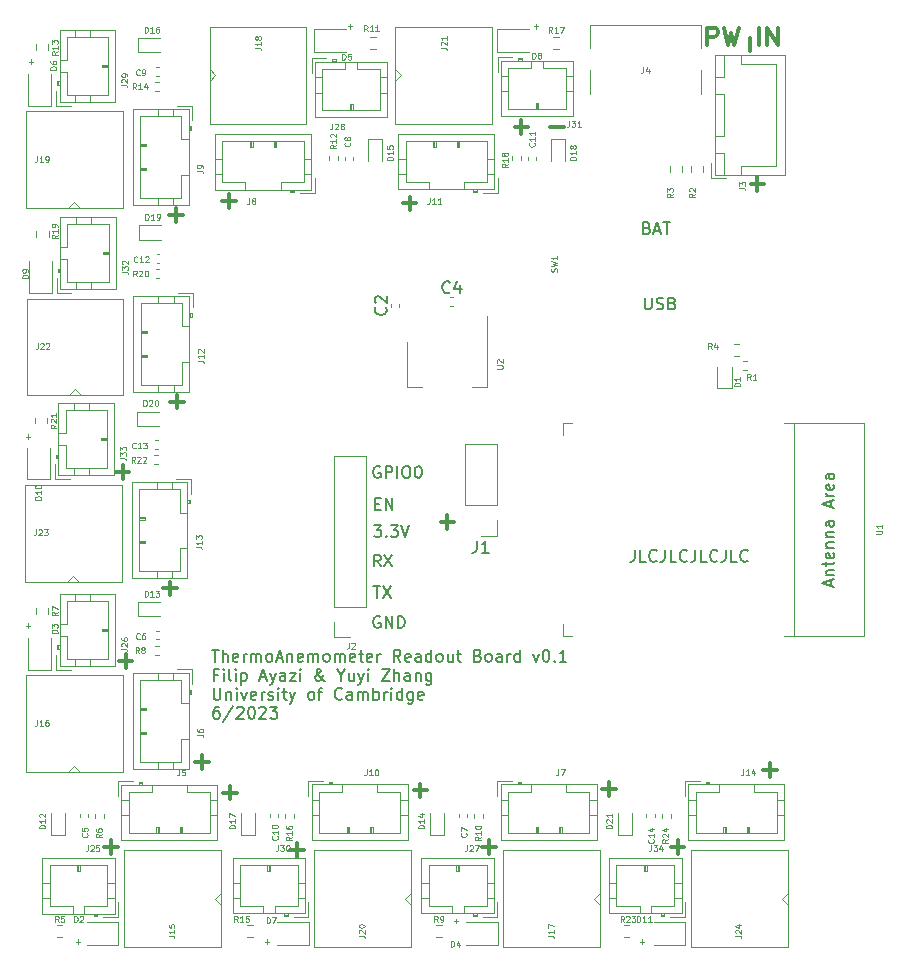
<source format=gto>
G04 #@! TF.GenerationSoftware,KiCad,Pcbnew,7.0.5-7.0.5~ubuntu22.04.1*
G04 #@! TF.CreationDate,2023-06-19T14:44:42+01:00*
G04 #@! TF.ProjectId,logic_board,6c6f6769-635f-4626-9f61-72642e6b6963,rev?*
G04 #@! TF.SameCoordinates,Original*
G04 #@! TF.FileFunction,Legend,Top*
G04 #@! TF.FilePolarity,Positive*
%FSLAX46Y46*%
G04 Gerber Fmt 4.6, Leading zero omitted, Abs format (unit mm)*
G04 Created by KiCad (PCBNEW 7.0.5-7.0.5~ubuntu22.04.1) date 2023-06-19 14:44:42*
%MOMM*%
%LPD*%
G01*
G04 APERTURE LIST*
%ADD10C,0.150000*%
%ADD11C,0.300000*%
%ADD12C,0.125000*%
%ADD13C,0.120000*%
G04 APERTURE END LIST*
D10*
X125086779Y-77719819D02*
X125086779Y-78529342D01*
X125086779Y-78529342D02*
X125134398Y-78624580D01*
X125134398Y-78624580D02*
X125182017Y-78672200D01*
X125182017Y-78672200D02*
X125277255Y-78719819D01*
X125277255Y-78719819D02*
X125467731Y-78719819D01*
X125467731Y-78719819D02*
X125562969Y-78672200D01*
X125562969Y-78672200D02*
X125610588Y-78624580D01*
X125610588Y-78624580D02*
X125658207Y-78529342D01*
X125658207Y-78529342D02*
X125658207Y-77719819D01*
X126086779Y-78672200D02*
X126229636Y-78719819D01*
X126229636Y-78719819D02*
X126467731Y-78719819D01*
X126467731Y-78719819D02*
X126562969Y-78672200D01*
X126562969Y-78672200D02*
X126610588Y-78624580D01*
X126610588Y-78624580D02*
X126658207Y-78529342D01*
X126658207Y-78529342D02*
X126658207Y-78434104D01*
X126658207Y-78434104D02*
X126610588Y-78338866D01*
X126610588Y-78338866D02*
X126562969Y-78291247D01*
X126562969Y-78291247D02*
X126467731Y-78243628D01*
X126467731Y-78243628D02*
X126277255Y-78196009D01*
X126277255Y-78196009D02*
X126182017Y-78148390D01*
X126182017Y-78148390D02*
X126134398Y-78100771D01*
X126134398Y-78100771D02*
X126086779Y-78005533D01*
X126086779Y-78005533D02*
X126086779Y-77910295D01*
X126086779Y-77910295D02*
X126134398Y-77815057D01*
X126134398Y-77815057D02*
X126182017Y-77767438D01*
X126182017Y-77767438D02*
X126277255Y-77719819D01*
X126277255Y-77719819D02*
X126515350Y-77719819D01*
X126515350Y-77719819D02*
X126658207Y-77767438D01*
X127420112Y-78196009D02*
X127562969Y-78243628D01*
X127562969Y-78243628D02*
X127610588Y-78291247D01*
X127610588Y-78291247D02*
X127658207Y-78386485D01*
X127658207Y-78386485D02*
X127658207Y-78529342D01*
X127658207Y-78529342D02*
X127610588Y-78624580D01*
X127610588Y-78624580D02*
X127562969Y-78672200D01*
X127562969Y-78672200D02*
X127467731Y-78719819D01*
X127467731Y-78719819D02*
X127086779Y-78719819D01*
X127086779Y-78719819D02*
X127086779Y-77719819D01*
X127086779Y-77719819D02*
X127420112Y-77719819D01*
X127420112Y-77719819D02*
X127515350Y-77767438D01*
X127515350Y-77767438D02*
X127562969Y-77815057D01*
X127562969Y-77815057D02*
X127610588Y-77910295D01*
X127610588Y-77910295D02*
X127610588Y-78005533D01*
X127610588Y-78005533D02*
X127562969Y-78100771D01*
X127562969Y-78100771D02*
X127515350Y-78148390D01*
X127515350Y-78148390D02*
X127420112Y-78196009D01*
X127420112Y-78196009D02*
X127086779Y-78196009D01*
X102660588Y-92017438D02*
X102565350Y-91969819D01*
X102565350Y-91969819D02*
X102422493Y-91969819D01*
X102422493Y-91969819D02*
X102279636Y-92017438D01*
X102279636Y-92017438D02*
X102184398Y-92112676D01*
X102184398Y-92112676D02*
X102136779Y-92207914D01*
X102136779Y-92207914D02*
X102089160Y-92398390D01*
X102089160Y-92398390D02*
X102089160Y-92541247D01*
X102089160Y-92541247D02*
X102136779Y-92731723D01*
X102136779Y-92731723D02*
X102184398Y-92826961D01*
X102184398Y-92826961D02*
X102279636Y-92922200D01*
X102279636Y-92922200D02*
X102422493Y-92969819D01*
X102422493Y-92969819D02*
X102517731Y-92969819D01*
X102517731Y-92969819D02*
X102660588Y-92922200D01*
X102660588Y-92922200D02*
X102708207Y-92874580D01*
X102708207Y-92874580D02*
X102708207Y-92541247D01*
X102708207Y-92541247D02*
X102517731Y-92541247D01*
X103136779Y-92969819D02*
X103136779Y-91969819D01*
X103136779Y-91969819D02*
X103517731Y-91969819D01*
X103517731Y-91969819D02*
X103612969Y-92017438D01*
X103612969Y-92017438D02*
X103660588Y-92065057D01*
X103660588Y-92065057D02*
X103708207Y-92160295D01*
X103708207Y-92160295D02*
X103708207Y-92303152D01*
X103708207Y-92303152D02*
X103660588Y-92398390D01*
X103660588Y-92398390D02*
X103612969Y-92446009D01*
X103612969Y-92446009D02*
X103517731Y-92493628D01*
X103517731Y-92493628D02*
X103136779Y-92493628D01*
X104136779Y-92969819D02*
X104136779Y-91969819D01*
X104803445Y-91969819D02*
X104993921Y-91969819D01*
X104993921Y-91969819D02*
X105089159Y-92017438D01*
X105089159Y-92017438D02*
X105184397Y-92112676D01*
X105184397Y-92112676D02*
X105232016Y-92303152D01*
X105232016Y-92303152D02*
X105232016Y-92636485D01*
X105232016Y-92636485D02*
X105184397Y-92826961D01*
X105184397Y-92826961D02*
X105089159Y-92922200D01*
X105089159Y-92922200D02*
X104993921Y-92969819D01*
X104993921Y-92969819D02*
X104803445Y-92969819D01*
X104803445Y-92969819D02*
X104708207Y-92922200D01*
X104708207Y-92922200D02*
X104612969Y-92826961D01*
X104612969Y-92826961D02*
X104565350Y-92636485D01*
X104565350Y-92636485D02*
X104565350Y-92303152D01*
X104565350Y-92303152D02*
X104612969Y-92112676D01*
X104612969Y-92112676D02*
X104708207Y-92017438D01*
X104708207Y-92017438D02*
X104803445Y-91969819D01*
X105851064Y-91969819D02*
X105946302Y-91969819D01*
X105946302Y-91969819D02*
X106041540Y-92017438D01*
X106041540Y-92017438D02*
X106089159Y-92065057D01*
X106089159Y-92065057D02*
X106136778Y-92160295D01*
X106136778Y-92160295D02*
X106184397Y-92350771D01*
X106184397Y-92350771D02*
X106184397Y-92588866D01*
X106184397Y-92588866D02*
X106136778Y-92779342D01*
X106136778Y-92779342D02*
X106089159Y-92874580D01*
X106089159Y-92874580D02*
X106041540Y-92922200D01*
X106041540Y-92922200D02*
X105946302Y-92969819D01*
X105946302Y-92969819D02*
X105851064Y-92969819D01*
X105851064Y-92969819D02*
X105755826Y-92922200D01*
X105755826Y-92922200D02*
X105708207Y-92874580D01*
X105708207Y-92874580D02*
X105660588Y-92779342D01*
X105660588Y-92779342D02*
X105612969Y-92588866D01*
X105612969Y-92588866D02*
X105612969Y-92350771D01*
X105612969Y-92350771D02*
X105660588Y-92160295D01*
X105660588Y-92160295D02*
X105708207Y-92065057D01*
X105708207Y-92065057D02*
X105755826Y-92017438D01*
X105755826Y-92017438D02*
X105851064Y-91969819D01*
X88443922Y-107539819D02*
X89015350Y-107539819D01*
X88729636Y-108539819D02*
X88729636Y-107539819D01*
X89348684Y-108539819D02*
X89348684Y-107539819D01*
X89777255Y-108539819D02*
X89777255Y-108016009D01*
X89777255Y-108016009D02*
X89729636Y-107920771D01*
X89729636Y-107920771D02*
X89634398Y-107873152D01*
X89634398Y-107873152D02*
X89491541Y-107873152D01*
X89491541Y-107873152D02*
X89396303Y-107920771D01*
X89396303Y-107920771D02*
X89348684Y-107968390D01*
X90634398Y-108492200D02*
X90539160Y-108539819D01*
X90539160Y-108539819D02*
X90348684Y-108539819D01*
X90348684Y-108539819D02*
X90253446Y-108492200D01*
X90253446Y-108492200D02*
X90205827Y-108396961D01*
X90205827Y-108396961D02*
X90205827Y-108016009D01*
X90205827Y-108016009D02*
X90253446Y-107920771D01*
X90253446Y-107920771D02*
X90348684Y-107873152D01*
X90348684Y-107873152D02*
X90539160Y-107873152D01*
X90539160Y-107873152D02*
X90634398Y-107920771D01*
X90634398Y-107920771D02*
X90682017Y-108016009D01*
X90682017Y-108016009D02*
X90682017Y-108111247D01*
X90682017Y-108111247D02*
X90205827Y-108206485D01*
X91110589Y-108539819D02*
X91110589Y-107873152D01*
X91110589Y-108063628D02*
X91158208Y-107968390D01*
X91158208Y-107968390D02*
X91205827Y-107920771D01*
X91205827Y-107920771D02*
X91301065Y-107873152D01*
X91301065Y-107873152D02*
X91396303Y-107873152D01*
X91729637Y-108539819D02*
X91729637Y-107873152D01*
X91729637Y-107968390D02*
X91777256Y-107920771D01*
X91777256Y-107920771D02*
X91872494Y-107873152D01*
X91872494Y-107873152D02*
X92015351Y-107873152D01*
X92015351Y-107873152D02*
X92110589Y-107920771D01*
X92110589Y-107920771D02*
X92158208Y-108016009D01*
X92158208Y-108016009D02*
X92158208Y-108539819D01*
X92158208Y-108016009D02*
X92205827Y-107920771D01*
X92205827Y-107920771D02*
X92301065Y-107873152D01*
X92301065Y-107873152D02*
X92443922Y-107873152D01*
X92443922Y-107873152D02*
X92539161Y-107920771D01*
X92539161Y-107920771D02*
X92586780Y-108016009D01*
X92586780Y-108016009D02*
X92586780Y-108539819D01*
X93205827Y-108539819D02*
X93110589Y-108492200D01*
X93110589Y-108492200D02*
X93062970Y-108444580D01*
X93062970Y-108444580D02*
X93015351Y-108349342D01*
X93015351Y-108349342D02*
X93015351Y-108063628D01*
X93015351Y-108063628D02*
X93062970Y-107968390D01*
X93062970Y-107968390D02*
X93110589Y-107920771D01*
X93110589Y-107920771D02*
X93205827Y-107873152D01*
X93205827Y-107873152D02*
X93348684Y-107873152D01*
X93348684Y-107873152D02*
X93443922Y-107920771D01*
X93443922Y-107920771D02*
X93491541Y-107968390D01*
X93491541Y-107968390D02*
X93539160Y-108063628D01*
X93539160Y-108063628D02*
X93539160Y-108349342D01*
X93539160Y-108349342D02*
X93491541Y-108444580D01*
X93491541Y-108444580D02*
X93443922Y-108492200D01*
X93443922Y-108492200D02*
X93348684Y-108539819D01*
X93348684Y-108539819D02*
X93205827Y-108539819D01*
X93920113Y-108254104D02*
X94396303Y-108254104D01*
X93824875Y-108539819D02*
X94158208Y-107539819D01*
X94158208Y-107539819D02*
X94491541Y-108539819D01*
X94824875Y-107873152D02*
X94824875Y-108539819D01*
X94824875Y-107968390D02*
X94872494Y-107920771D01*
X94872494Y-107920771D02*
X94967732Y-107873152D01*
X94967732Y-107873152D02*
X95110589Y-107873152D01*
X95110589Y-107873152D02*
X95205827Y-107920771D01*
X95205827Y-107920771D02*
X95253446Y-108016009D01*
X95253446Y-108016009D02*
X95253446Y-108539819D01*
X96110589Y-108492200D02*
X96015351Y-108539819D01*
X96015351Y-108539819D02*
X95824875Y-108539819D01*
X95824875Y-108539819D02*
X95729637Y-108492200D01*
X95729637Y-108492200D02*
X95682018Y-108396961D01*
X95682018Y-108396961D02*
X95682018Y-108016009D01*
X95682018Y-108016009D02*
X95729637Y-107920771D01*
X95729637Y-107920771D02*
X95824875Y-107873152D01*
X95824875Y-107873152D02*
X96015351Y-107873152D01*
X96015351Y-107873152D02*
X96110589Y-107920771D01*
X96110589Y-107920771D02*
X96158208Y-108016009D01*
X96158208Y-108016009D02*
X96158208Y-108111247D01*
X96158208Y-108111247D02*
X95682018Y-108206485D01*
X96586780Y-108539819D02*
X96586780Y-107873152D01*
X96586780Y-107968390D02*
X96634399Y-107920771D01*
X96634399Y-107920771D02*
X96729637Y-107873152D01*
X96729637Y-107873152D02*
X96872494Y-107873152D01*
X96872494Y-107873152D02*
X96967732Y-107920771D01*
X96967732Y-107920771D02*
X97015351Y-108016009D01*
X97015351Y-108016009D02*
X97015351Y-108539819D01*
X97015351Y-108016009D02*
X97062970Y-107920771D01*
X97062970Y-107920771D02*
X97158208Y-107873152D01*
X97158208Y-107873152D02*
X97301065Y-107873152D01*
X97301065Y-107873152D02*
X97396304Y-107920771D01*
X97396304Y-107920771D02*
X97443923Y-108016009D01*
X97443923Y-108016009D02*
X97443923Y-108539819D01*
X98062970Y-108539819D02*
X97967732Y-108492200D01*
X97967732Y-108492200D02*
X97920113Y-108444580D01*
X97920113Y-108444580D02*
X97872494Y-108349342D01*
X97872494Y-108349342D02*
X97872494Y-108063628D01*
X97872494Y-108063628D02*
X97920113Y-107968390D01*
X97920113Y-107968390D02*
X97967732Y-107920771D01*
X97967732Y-107920771D02*
X98062970Y-107873152D01*
X98062970Y-107873152D02*
X98205827Y-107873152D01*
X98205827Y-107873152D02*
X98301065Y-107920771D01*
X98301065Y-107920771D02*
X98348684Y-107968390D01*
X98348684Y-107968390D02*
X98396303Y-108063628D01*
X98396303Y-108063628D02*
X98396303Y-108349342D01*
X98396303Y-108349342D02*
X98348684Y-108444580D01*
X98348684Y-108444580D02*
X98301065Y-108492200D01*
X98301065Y-108492200D02*
X98205827Y-108539819D01*
X98205827Y-108539819D02*
X98062970Y-108539819D01*
X98824875Y-108539819D02*
X98824875Y-107873152D01*
X98824875Y-107968390D02*
X98872494Y-107920771D01*
X98872494Y-107920771D02*
X98967732Y-107873152D01*
X98967732Y-107873152D02*
X99110589Y-107873152D01*
X99110589Y-107873152D02*
X99205827Y-107920771D01*
X99205827Y-107920771D02*
X99253446Y-108016009D01*
X99253446Y-108016009D02*
X99253446Y-108539819D01*
X99253446Y-108016009D02*
X99301065Y-107920771D01*
X99301065Y-107920771D02*
X99396303Y-107873152D01*
X99396303Y-107873152D02*
X99539160Y-107873152D01*
X99539160Y-107873152D02*
X99634399Y-107920771D01*
X99634399Y-107920771D02*
X99682018Y-108016009D01*
X99682018Y-108016009D02*
X99682018Y-108539819D01*
X100539160Y-108492200D02*
X100443922Y-108539819D01*
X100443922Y-108539819D02*
X100253446Y-108539819D01*
X100253446Y-108539819D02*
X100158208Y-108492200D01*
X100158208Y-108492200D02*
X100110589Y-108396961D01*
X100110589Y-108396961D02*
X100110589Y-108016009D01*
X100110589Y-108016009D02*
X100158208Y-107920771D01*
X100158208Y-107920771D02*
X100253446Y-107873152D01*
X100253446Y-107873152D02*
X100443922Y-107873152D01*
X100443922Y-107873152D02*
X100539160Y-107920771D01*
X100539160Y-107920771D02*
X100586779Y-108016009D01*
X100586779Y-108016009D02*
X100586779Y-108111247D01*
X100586779Y-108111247D02*
X100110589Y-108206485D01*
X100872494Y-107873152D02*
X101253446Y-107873152D01*
X101015351Y-107539819D02*
X101015351Y-108396961D01*
X101015351Y-108396961D02*
X101062970Y-108492200D01*
X101062970Y-108492200D02*
X101158208Y-108539819D01*
X101158208Y-108539819D02*
X101253446Y-108539819D01*
X101967732Y-108492200D02*
X101872494Y-108539819D01*
X101872494Y-108539819D02*
X101682018Y-108539819D01*
X101682018Y-108539819D02*
X101586780Y-108492200D01*
X101586780Y-108492200D02*
X101539161Y-108396961D01*
X101539161Y-108396961D02*
X101539161Y-108016009D01*
X101539161Y-108016009D02*
X101586780Y-107920771D01*
X101586780Y-107920771D02*
X101682018Y-107873152D01*
X101682018Y-107873152D02*
X101872494Y-107873152D01*
X101872494Y-107873152D02*
X101967732Y-107920771D01*
X101967732Y-107920771D02*
X102015351Y-108016009D01*
X102015351Y-108016009D02*
X102015351Y-108111247D01*
X102015351Y-108111247D02*
X101539161Y-108206485D01*
X102443923Y-108539819D02*
X102443923Y-107873152D01*
X102443923Y-108063628D02*
X102491542Y-107968390D01*
X102491542Y-107968390D02*
X102539161Y-107920771D01*
X102539161Y-107920771D02*
X102634399Y-107873152D01*
X102634399Y-107873152D02*
X102729637Y-107873152D01*
X104396304Y-108539819D02*
X104062971Y-108063628D01*
X103824876Y-108539819D02*
X103824876Y-107539819D01*
X103824876Y-107539819D02*
X104205828Y-107539819D01*
X104205828Y-107539819D02*
X104301066Y-107587438D01*
X104301066Y-107587438D02*
X104348685Y-107635057D01*
X104348685Y-107635057D02*
X104396304Y-107730295D01*
X104396304Y-107730295D02*
X104396304Y-107873152D01*
X104396304Y-107873152D02*
X104348685Y-107968390D01*
X104348685Y-107968390D02*
X104301066Y-108016009D01*
X104301066Y-108016009D02*
X104205828Y-108063628D01*
X104205828Y-108063628D02*
X103824876Y-108063628D01*
X105205828Y-108492200D02*
X105110590Y-108539819D01*
X105110590Y-108539819D02*
X104920114Y-108539819D01*
X104920114Y-108539819D02*
X104824876Y-108492200D01*
X104824876Y-108492200D02*
X104777257Y-108396961D01*
X104777257Y-108396961D02*
X104777257Y-108016009D01*
X104777257Y-108016009D02*
X104824876Y-107920771D01*
X104824876Y-107920771D02*
X104920114Y-107873152D01*
X104920114Y-107873152D02*
X105110590Y-107873152D01*
X105110590Y-107873152D02*
X105205828Y-107920771D01*
X105205828Y-107920771D02*
X105253447Y-108016009D01*
X105253447Y-108016009D02*
X105253447Y-108111247D01*
X105253447Y-108111247D02*
X104777257Y-108206485D01*
X106110590Y-108539819D02*
X106110590Y-108016009D01*
X106110590Y-108016009D02*
X106062971Y-107920771D01*
X106062971Y-107920771D02*
X105967733Y-107873152D01*
X105967733Y-107873152D02*
X105777257Y-107873152D01*
X105777257Y-107873152D02*
X105682019Y-107920771D01*
X106110590Y-108492200D02*
X106015352Y-108539819D01*
X106015352Y-108539819D02*
X105777257Y-108539819D01*
X105777257Y-108539819D02*
X105682019Y-108492200D01*
X105682019Y-108492200D02*
X105634400Y-108396961D01*
X105634400Y-108396961D02*
X105634400Y-108301723D01*
X105634400Y-108301723D02*
X105682019Y-108206485D01*
X105682019Y-108206485D02*
X105777257Y-108158866D01*
X105777257Y-108158866D02*
X106015352Y-108158866D01*
X106015352Y-108158866D02*
X106110590Y-108111247D01*
X107015352Y-108539819D02*
X107015352Y-107539819D01*
X107015352Y-108492200D02*
X106920114Y-108539819D01*
X106920114Y-108539819D02*
X106729638Y-108539819D01*
X106729638Y-108539819D02*
X106634400Y-108492200D01*
X106634400Y-108492200D02*
X106586781Y-108444580D01*
X106586781Y-108444580D02*
X106539162Y-108349342D01*
X106539162Y-108349342D02*
X106539162Y-108063628D01*
X106539162Y-108063628D02*
X106586781Y-107968390D01*
X106586781Y-107968390D02*
X106634400Y-107920771D01*
X106634400Y-107920771D02*
X106729638Y-107873152D01*
X106729638Y-107873152D02*
X106920114Y-107873152D01*
X106920114Y-107873152D02*
X107015352Y-107920771D01*
X107634400Y-108539819D02*
X107539162Y-108492200D01*
X107539162Y-108492200D02*
X107491543Y-108444580D01*
X107491543Y-108444580D02*
X107443924Y-108349342D01*
X107443924Y-108349342D02*
X107443924Y-108063628D01*
X107443924Y-108063628D02*
X107491543Y-107968390D01*
X107491543Y-107968390D02*
X107539162Y-107920771D01*
X107539162Y-107920771D02*
X107634400Y-107873152D01*
X107634400Y-107873152D02*
X107777257Y-107873152D01*
X107777257Y-107873152D02*
X107872495Y-107920771D01*
X107872495Y-107920771D02*
X107920114Y-107968390D01*
X107920114Y-107968390D02*
X107967733Y-108063628D01*
X107967733Y-108063628D02*
X107967733Y-108349342D01*
X107967733Y-108349342D02*
X107920114Y-108444580D01*
X107920114Y-108444580D02*
X107872495Y-108492200D01*
X107872495Y-108492200D02*
X107777257Y-108539819D01*
X107777257Y-108539819D02*
X107634400Y-108539819D01*
X108824876Y-107873152D02*
X108824876Y-108539819D01*
X108396305Y-107873152D02*
X108396305Y-108396961D01*
X108396305Y-108396961D02*
X108443924Y-108492200D01*
X108443924Y-108492200D02*
X108539162Y-108539819D01*
X108539162Y-108539819D02*
X108682019Y-108539819D01*
X108682019Y-108539819D02*
X108777257Y-108492200D01*
X108777257Y-108492200D02*
X108824876Y-108444580D01*
X109158210Y-107873152D02*
X109539162Y-107873152D01*
X109301067Y-107539819D02*
X109301067Y-108396961D01*
X109301067Y-108396961D02*
X109348686Y-108492200D01*
X109348686Y-108492200D02*
X109443924Y-108539819D01*
X109443924Y-108539819D02*
X109539162Y-108539819D01*
X110967734Y-108016009D02*
X111110591Y-108063628D01*
X111110591Y-108063628D02*
X111158210Y-108111247D01*
X111158210Y-108111247D02*
X111205829Y-108206485D01*
X111205829Y-108206485D02*
X111205829Y-108349342D01*
X111205829Y-108349342D02*
X111158210Y-108444580D01*
X111158210Y-108444580D02*
X111110591Y-108492200D01*
X111110591Y-108492200D02*
X111015353Y-108539819D01*
X111015353Y-108539819D02*
X110634401Y-108539819D01*
X110634401Y-108539819D02*
X110634401Y-107539819D01*
X110634401Y-107539819D02*
X110967734Y-107539819D01*
X110967734Y-107539819D02*
X111062972Y-107587438D01*
X111062972Y-107587438D02*
X111110591Y-107635057D01*
X111110591Y-107635057D02*
X111158210Y-107730295D01*
X111158210Y-107730295D02*
X111158210Y-107825533D01*
X111158210Y-107825533D02*
X111110591Y-107920771D01*
X111110591Y-107920771D02*
X111062972Y-107968390D01*
X111062972Y-107968390D02*
X110967734Y-108016009D01*
X110967734Y-108016009D02*
X110634401Y-108016009D01*
X111777258Y-108539819D02*
X111682020Y-108492200D01*
X111682020Y-108492200D02*
X111634401Y-108444580D01*
X111634401Y-108444580D02*
X111586782Y-108349342D01*
X111586782Y-108349342D02*
X111586782Y-108063628D01*
X111586782Y-108063628D02*
X111634401Y-107968390D01*
X111634401Y-107968390D02*
X111682020Y-107920771D01*
X111682020Y-107920771D02*
X111777258Y-107873152D01*
X111777258Y-107873152D02*
X111920115Y-107873152D01*
X111920115Y-107873152D02*
X112015353Y-107920771D01*
X112015353Y-107920771D02*
X112062972Y-107968390D01*
X112062972Y-107968390D02*
X112110591Y-108063628D01*
X112110591Y-108063628D02*
X112110591Y-108349342D01*
X112110591Y-108349342D02*
X112062972Y-108444580D01*
X112062972Y-108444580D02*
X112015353Y-108492200D01*
X112015353Y-108492200D02*
X111920115Y-108539819D01*
X111920115Y-108539819D02*
X111777258Y-108539819D01*
X112967734Y-108539819D02*
X112967734Y-108016009D01*
X112967734Y-108016009D02*
X112920115Y-107920771D01*
X112920115Y-107920771D02*
X112824877Y-107873152D01*
X112824877Y-107873152D02*
X112634401Y-107873152D01*
X112634401Y-107873152D02*
X112539163Y-107920771D01*
X112967734Y-108492200D02*
X112872496Y-108539819D01*
X112872496Y-108539819D02*
X112634401Y-108539819D01*
X112634401Y-108539819D02*
X112539163Y-108492200D01*
X112539163Y-108492200D02*
X112491544Y-108396961D01*
X112491544Y-108396961D02*
X112491544Y-108301723D01*
X112491544Y-108301723D02*
X112539163Y-108206485D01*
X112539163Y-108206485D02*
X112634401Y-108158866D01*
X112634401Y-108158866D02*
X112872496Y-108158866D01*
X112872496Y-108158866D02*
X112967734Y-108111247D01*
X113443925Y-108539819D02*
X113443925Y-107873152D01*
X113443925Y-108063628D02*
X113491544Y-107968390D01*
X113491544Y-107968390D02*
X113539163Y-107920771D01*
X113539163Y-107920771D02*
X113634401Y-107873152D01*
X113634401Y-107873152D02*
X113729639Y-107873152D01*
X114491544Y-108539819D02*
X114491544Y-107539819D01*
X114491544Y-108492200D02*
X114396306Y-108539819D01*
X114396306Y-108539819D02*
X114205830Y-108539819D01*
X114205830Y-108539819D02*
X114110592Y-108492200D01*
X114110592Y-108492200D02*
X114062973Y-108444580D01*
X114062973Y-108444580D02*
X114015354Y-108349342D01*
X114015354Y-108349342D02*
X114015354Y-108063628D01*
X114015354Y-108063628D02*
X114062973Y-107968390D01*
X114062973Y-107968390D02*
X114110592Y-107920771D01*
X114110592Y-107920771D02*
X114205830Y-107873152D01*
X114205830Y-107873152D02*
X114396306Y-107873152D01*
X114396306Y-107873152D02*
X114491544Y-107920771D01*
X115634402Y-107873152D02*
X115872497Y-108539819D01*
X115872497Y-108539819D02*
X116110592Y-107873152D01*
X116682021Y-107539819D02*
X116777259Y-107539819D01*
X116777259Y-107539819D02*
X116872497Y-107587438D01*
X116872497Y-107587438D02*
X116920116Y-107635057D01*
X116920116Y-107635057D02*
X116967735Y-107730295D01*
X116967735Y-107730295D02*
X117015354Y-107920771D01*
X117015354Y-107920771D02*
X117015354Y-108158866D01*
X117015354Y-108158866D02*
X116967735Y-108349342D01*
X116967735Y-108349342D02*
X116920116Y-108444580D01*
X116920116Y-108444580D02*
X116872497Y-108492200D01*
X116872497Y-108492200D02*
X116777259Y-108539819D01*
X116777259Y-108539819D02*
X116682021Y-108539819D01*
X116682021Y-108539819D02*
X116586783Y-108492200D01*
X116586783Y-108492200D02*
X116539164Y-108444580D01*
X116539164Y-108444580D02*
X116491545Y-108349342D01*
X116491545Y-108349342D02*
X116443926Y-108158866D01*
X116443926Y-108158866D02*
X116443926Y-107920771D01*
X116443926Y-107920771D02*
X116491545Y-107730295D01*
X116491545Y-107730295D02*
X116539164Y-107635057D01*
X116539164Y-107635057D02*
X116586783Y-107587438D01*
X116586783Y-107587438D02*
X116682021Y-107539819D01*
X117443926Y-108444580D02*
X117491545Y-108492200D01*
X117491545Y-108492200D02*
X117443926Y-108539819D01*
X117443926Y-108539819D02*
X117396307Y-108492200D01*
X117396307Y-108492200D02*
X117443926Y-108444580D01*
X117443926Y-108444580D02*
X117443926Y-108539819D01*
X118443925Y-108539819D02*
X117872497Y-108539819D01*
X118158211Y-108539819D02*
X118158211Y-107539819D01*
X118158211Y-107539819D02*
X118062973Y-107682676D01*
X118062973Y-107682676D02*
X117967735Y-107777914D01*
X117967735Y-107777914D02*
X117872497Y-107825533D01*
X88920112Y-109626009D02*
X88586779Y-109626009D01*
X88586779Y-110149819D02*
X88586779Y-109149819D01*
X88586779Y-109149819D02*
X89062969Y-109149819D01*
X89443922Y-110149819D02*
X89443922Y-109483152D01*
X89443922Y-109149819D02*
X89396303Y-109197438D01*
X89396303Y-109197438D02*
X89443922Y-109245057D01*
X89443922Y-109245057D02*
X89491541Y-109197438D01*
X89491541Y-109197438D02*
X89443922Y-109149819D01*
X89443922Y-109149819D02*
X89443922Y-109245057D01*
X90062969Y-110149819D02*
X89967731Y-110102200D01*
X89967731Y-110102200D02*
X89920112Y-110006961D01*
X89920112Y-110006961D02*
X89920112Y-109149819D01*
X90443922Y-110149819D02*
X90443922Y-109483152D01*
X90443922Y-109149819D02*
X90396303Y-109197438D01*
X90396303Y-109197438D02*
X90443922Y-109245057D01*
X90443922Y-109245057D02*
X90491541Y-109197438D01*
X90491541Y-109197438D02*
X90443922Y-109149819D01*
X90443922Y-109149819D02*
X90443922Y-109245057D01*
X90920112Y-109483152D02*
X90920112Y-110483152D01*
X90920112Y-109530771D02*
X91015350Y-109483152D01*
X91015350Y-109483152D02*
X91205826Y-109483152D01*
X91205826Y-109483152D02*
X91301064Y-109530771D01*
X91301064Y-109530771D02*
X91348683Y-109578390D01*
X91348683Y-109578390D02*
X91396302Y-109673628D01*
X91396302Y-109673628D02*
X91396302Y-109959342D01*
X91396302Y-109959342D02*
X91348683Y-110054580D01*
X91348683Y-110054580D02*
X91301064Y-110102200D01*
X91301064Y-110102200D02*
X91205826Y-110149819D01*
X91205826Y-110149819D02*
X91015350Y-110149819D01*
X91015350Y-110149819D02*
X90920112Y-110102200D01*
X92539160Y-109864104D02*
X93015350Y-109864104D01*
X92443922Y-110149819D02*
X92777255Y-109149819D01*
X92777255Y-109149819D02*
X93110588Y-110149819D01*
X93348684Y-109483152D02*
X93586779Y-110149819D01*
X93824874Y-109483152D02*
X93586779Y-110149819D01*
X93586779Y-110149819D02*
X93491541Y-110387914D01*
X93491541Y-110387914D02*
X93443922Y-110435533D01*
X93443922Y-110435533D02*
X93348684Y-110483152D01*
X94634398Y-110149819D02*
X94634398Y-109626009D01*
X94634398Y-109626009D02*
X94586779Y-109530771D01*
X94586779Y-109530771D02*
X94491541Y-109483152D01*
X94491541Y-109483152D02*
X94301065Y-109483152D01*
X94301065Y-109483152D02*
X94205827Y-109530771D01*
X94634398Y-110102200D02*
X94539160Y-110149819D01*
X94539160Y-110149819D02*
X94301065Y-110149819D01*
X94301065Y-110149819D02*
X94205827Y-110102200D01*
X94205827Y-110102200D02*
X94158208Y-110006961D01*
X94158208Y-110006961D02*
X94158208Y-109911723D01*
X94158208Y-109911723D02*
X94205827Y-109816485D01*
X94205827Y-109816485D02*
X94301065Y-109768866D01*
X94301065Y-109768866D02*
X94539160Y-109768866D01*
X94539160Y-109768866D02*
X94634398Y-109721247D01*
X95015351Y-109483152D02*
X95539160Y-109483152D01*
X95539160Y-109483152D02*
X95015351Y-110149819D01*
X95015351Y-110149819D02*
X95539160Y-110149819D01*
X95920113Y-110149819D02*
X95920113Y-109483152D01*
X95920113Y-109149819D02*
X95872494Y-109197438D01*
X95872494Y-109197438D02*
X95920113Y-109245057D01*
X95920113Y-109245057D02*
X95967732Y-109197438D01*
X95967732Y-109197438D02*
X95920113Y-109149819D01*
X95920113Y-109149819D02*
X95920113Y-109245057D01*
X97967732Y-110149819D02*
X97920113Y-110149819D01*
X97920113Y-110149819D02*
X97824874Y-110102200D01*
X97824874Y-110102200D02*
X97682017Y-109959342D01*
X97682017Y-109959342D02*
X97443922Y-109673628D01*
X97443922Y-109673628D02*
X97348684Y-109530771D01*
X97348684Y-109530771D02*
X97301065Y-109387914D01*
X97301065Y-109387914D02*
X97301065Y-109292676D01*
X97301065Y-109292676D02*
X97348684Y-109197438D01*
X97348684Y-109197438D02*
X97443922Y-109149819D01*
X97443922Y-109149819D02*
X97491541Y-109149819D01*
X97491541Y-109149819D02*
X97586779Y-109197438D01*
X97586779Y-109197438D02*
X97634398Y-109292676D01*
X97634398Y-109292676D02*
X97634398Y-109340295D01*
X97634398Y-109340295D02*
X97586779Y-109435533D01*
X97586779Y-109435533D02*
X97539160Y-109483152D01*
X97539160Y-109483152D02*
X97253446Y-109673628D01*
X97253446Y-109673628D02*
X97205827Y-109721247D01*
X97205827Y-109721247D02*
X97158208Y-109816485D01*
X97158208Y-109816485D02*
X97158208Y-109959342D01*
X97158208Y-109959342D02*
X97205827Y-110054580D01*
X97205827Y-110054580D02*
X97253446Y-110102200D01*
X97253446Y-110102200D02*
X97348684Y-110149819D01*
X97348684Y-110149819D02*
X97491541Y-110149819D01*
X97491541Y-110149819D02*
X97586779Y-110102200D01*
X97586779Y-110102200D02*
X97634398Y-110054580D01*
X97634398Y-110054580D02*
X97777255Y-109864104D01*
X97777255Y-109864104D02*
X97824874Y-109721247D01*
X97824874Y-109721247D02*
X97824874Y-109626009D01*
X99348684Y-109673628D02*
X99348684Y-110149819D01*
X99015351Y-109149819D02*
X99348684Y-109673628D01*
X99348684Y-109673628D02*
X99682017Y-109149819D01*
X100443922Y-109483152D02*
X100443922Y-110149819D01*
X100015351Y-109483152D02*
X100015351Y-110006961D01*
X100015351Y-110006961D02*
X100062970Y-110102200D01*
X100062970Y-110102200D02*
X100158208Y-110149819D01*
X100158208Y-110149819D02*
X100301065Y-110149819D01*
X100301065Y-110149819D02*
X100396303Y-110102200D01*
X100396303Y-110102200D02*
X100443922Y-110054580D01*
X100824875Y-109483152D02*
X101062970Y-110149819D01*
X101301065Y-109483152D02*
X101062970Y-110149819D01*
X101062970Y-110149819D02*
X100967732Y-110387914D01*
X100967732Y-110387914D02*
X100920113Y-110435533D01*
X100920113Y-110435533D02*
X100824875Y-110483152D01*
X101682018Y-110149819D02*
X101682018Y-109483152D01*
X101682018Y-109149819D02*
X101634399Y-109197438D01*
X101634399Y-109197438D02*
X101682018Y-109245057D01*
X101682018Y-109245057D02*
X101729637Y-109197438D01*
X101729637Y-109197438D02*
X101682018Y-109149819D01*
X101682018Y-109149819D02*
X101682018Y-109245057D01*
X102824875Y-109149819D02*
X103491541Y-109149819D01*
X103491541Y-109149819D02*
X102824875Y-110149819D01*
X102824875Y-110149819D02*
X103491541Y-110149819D01*
X103872494Y-110149819D02*
X103872494Y-109149819D01*
X104301065Y-110149819D02*
X104301065Y-109626009D01*
X104301065Y-109626009D02*
X104253446Y-109530771D01*
X104253446Y-109530771D02*
X104158208Y-109483152D01*
X104158208Y-109483152D02*
X104015351Y-109483152D01*
X104015351Y-109483152D02*
X103920113Y-109530771D01*
X103920113Y-109530771D02*
X103872494Y-109578390D01*
X105205827Y-110149819D02*
X105205827Y-109626009D01*
X105205827Y-109626009D02*
X105158208Y-109530771D01*
X105158208Y-109530771D02*
X105062970Y-109483152D01*
X105062970Y-109483152D02*
X104872494Y-109483152D01*
X104872494Y-109483152D02*
X104777256Y-109530771D01*
X105205827Y-110102200D02*
X105110589Y-110149819D01*
X105110589Y-110149819D02*
X104872494Y-110149819D01*
X104872494Y-110149819D02*
X104777256Y-110102200D01*
X104777256Y-110102200D02*
X104729637Y-110006961D01*
X104729637Y-110006961D02*
X104729637Y-109911723D01*
X104729637Y-109911723D02*
X104777256Y-109816485D01*
X104777256Y-109816485D02*
X104872494Y-109768866D01*
X104872494Y-109768866D02*
X105110589Y-109768866D01*
X105110589Y-109768866D02*
X105205827Y-109721247D01*
X105682018Y-109483152D02*
X105682018Y-110149819D01*
X105682018Y-109578390D02*
X105729637Y-109530771D01*
X105729637Y-109530771D02*
X105824875Y-109483152D01*
X105824875Y-109483152D02*
X105967732Y-109483152D01*
X105967732Y-109483152D02*
X106062970Y-109530771D01*
X106062970Y-109530771D02*
X106110589Y-109626009D01*
X106110589Y-109626009D02*
X106110589Y-110149819D01*
X107015351Y-109483152D02*
X107015351Y-110292676D01*
X107015351Y-110292676D02*
X106967732Y-110387914D01*
X106967732Y-110387914D02*
X106920113Y-110435533D01*
X106920113Y-110435533D02*
X106824875Y-110483152D01*
X106824875Y-110483152D02*
X106682018Y-110483152D01*
X106682018Y-110483152D02*
X106586780Y-110435533D01*
X107015351Y-110102200D02*
X106920113Y-110149819D01*
X106920113Y-110149819D02*
X106729637Y-110149819D01*
X106729637Y-110149819D02*
X106634399Y-110102200D01*
X106634399Y-110102200D02*
X106586780Y-110054580D01*
X106586780Y-110054580D02*
X106539161Y-109959342D01*
X106539161Y-109959342D02*
X106539161Y-109673628D01*
X106539161Y-109673628D02*
X106586780Y-109578390D01*
X106586780Y-109578390D02*
X106634399Y-109530771D01*
X106634399Y-109530771D02*
X106729637Y-109483152D01*
X106729637Y-109483152D02*
X106920113Y-109483152D01*
X106920113Y-109483152D02*
X107015351Y-109530771D01*
X88586779Y-110759819D02*
X88586779Y-111569342D01*
X88586779Y-111569342D02*
X88634398Y-111664580D01*
X88634398Y-111664580D02*
X88682017Y-111712200D01*
X88682017Y-111712200D02*
X88777255Y-111759819D01*
X88777255Y-111759819D02*
X88967731Y-111759819D01*
X88967731Y-111759819D02*
X89062969Y-111712200D01*
X89062969Y-111712200D02*
X89110588Y-111664580D01*
X89110588Y-111664580D02*
X89158207Y-111569342D01*
X89158207Y-111569342D02*
X89158207Y-110759819D01*
X89634398Y-111093152D02*
X89634398Y-111759819D01*
X89634398Y-111188390D02*
X89682017Y-111140771D01*
X89682017Y-111140771D02*
X89777255Y-111093152D01*
X89777255Y-111093152D02*
X89920112Y-111093152D01*
X89920112Y-111093152D02*
X90015350Y-111140771D01*
X90015350Y-111140771D02*
X90062969Y-111236009D01*
X90062969Y-111236009D02*
X90062969Y-111759819D01*
X90539160Y-111759819D02*
X90539160Y-111093152D01*
X90539160Y-110759819D02*
X90491541Y-110807438D01*
X90491541Y-110807438D02*
X90539160Y-110855057D01*
X90539160Y-110855057D02*
X90586779Y-110807438D01*
X90586779Y-110807438D02*
X90539160Y-110759819D01*
X90539160Y-110759819D02*
X90539160Y-110855057D01*
X90920112Y-111093152D02*
X91158207Y-111759819D01*
X91158207Y-111759819D02*
X91396302Y-111093152D01*
X92158207Y-111712200D02*
X92062969Y-111759819D01*
X92062969Y-111759819D02*
X91872493Y-111759819D01*
X91872493Y-111759819D02*
X91777255Y-111712200D01*
X91777255Y-111712200D02*
X91729636Y-111616961D01*
X91729636Y-111616961D02*
X91729636Y-111236009D01*
X91729636Y-111236009D02*
X91777255Y-111140771D01*
X91777255Y-111140771D02*
X91872493Y-111093152D01*
X91872493Y-111093152D02*
X92062969Y-111093152D01*
X92062969Y-111093152D02*
X92158207Y-111140771D01*
X92158207Y-111140771D02*
X92205826Y-111236009D01*
X92205826Y-111236009D02*
X92205826Y-111331247D01*
X92205826Y-111331247D02*
X91729636Y-111426485D01*
X92634398Y-111759819D02*
X92634398Y-111093152D01*
X92634398Y-111283628D02*
X92682017Y-111188390D01*
X92682017Y-111188390D02*
X92729636Y-111140771D01*
X92729636Y-111140771D02*
X92824874Y-111093152D01*
X92824874Y-111093152D02*
X92920112Y-111093152D01*
X93205827Y-111712200D02*
X93301065Y-111759819D01*
X93301065Y-111759819D02*
X93491541Y-111759819D01*
X93491541Y-111759819D02*
X93586779Y-111712200D01*
X93586779Y-111712200D02*
X93634398Y-111616961D01*
X93634398Y-111616961D02*
X93634398Y-111569342D01*
X93634398Y-111569342D02*
X93586779Y-111474104D01*
X93586779Y-111474104D02*
X93491541Y-111426485D01*
X93491541Y-111426485D02*
X93348684Y-111426485D01*
X93348684Y-111426485D02*
X93253446Y-111378866D01*
X93253446Y-111378866D02*
X93205827Y-111283628D01*
X93205827Y-111283628D02*
X93205827Y-111236009D01*
X93205827Y-111236009D02*
X93253446Y-111140771D01*
X93253446Y-111140771D02*
X93348684Y-111093152D01*
X93348684Y-111093152D02*
X93491541Y-111093152D01*
X93491541Y-111093152D02*
X93586779Y-111140771D01*
X94062970Y-111759819D02*
X94062970Y-111093152D01*
X94062970Y-110759819D02*
X94015351Y-110807438D01*
X94015351Y-110807438D02*
X94062970Y-110855057D01*
X94062970Y-110855057D02*
X94110589Y-110807438D01*
X94110589Y-110807438D02*
X94062970Y-110759819D01*
X94062970Y-110759819D02*
X94062970Y-110855057D01*
X94396303Y-111093152D02*
X94777255Y-111093152D01*
X94539160Y-110759819D02*
X94539160Y-111616961D01*
X94539160Y-111616961D02*
X94586779Y-111712200D01*
X94586779Y-111712200D02*
X94682017Y-111759819D01*
X94682017Y-111759819D02*
X94777255Y-111759819D01*
X95015351Y-111093152D02*
X95253446Y-111759819D01*
X95491541Y-111093152D02*
X95253446Y-111759819D01*
X95253446Y-111759819D02*
X95158208Y-111997914D01*
X95158208Y-111997914D02*
X95110589Y-112045533D01*
X95110589Y-112045533D02*
X95015351Y-112093152D01*
X96777256Y-111759819D02*
X96682018Y-111712200D01*
X96682018Y-111712200D02*
X96634399Y-111664580D01*
X96634399Y-111664580D02*
X96586780Y-111569342D01*
X96586780Y-111569342D02*
X96586780Y-111283628D01*
X96586780Y-111283628D02*
X96634399Y-111188390D01*
X96634399Y-111188390D02*
X96682018Y-111140771D01*
X96682018Y-111140771D02*
X96777256Y-111093152D01*
X96777256Y-111093152D02*
X96920113Y-111093152D01*
X96920113Y-111093152D02*
X97015351Y-111140771D01*
X97015351Y-111140771D02*
X97062970Y-111188390D01*
X97062970Y-111188390D02*
X97110589Y-111283628D01*
X97110589Y-111283628D02*
X97110589Y-111569342D01*
X97110589Y-111569342D02*
X97062970Y-111664580D01*
X97062970Y-111664580D02*
X97015351Y-111712200D01*
X97015351Y-111712200D02*
X96920113Y-111759819D01*
X96920113Y-111759819D02*
X96777256Y-111759819D01*
X97396304Y-111093152D02*
X97777256Y-111093152D01*
X97539161Y-111759819D02*
X97539161Y-110902676D01*
X97539161Y-110902676D02*
X97586780Y-110807438D01*
X97586780Y-110807438D02*
X97682018Y-110759819D01*
X97682018Y-110759819D02*
X97777256Y-110759819D01*
X99443923Y-111664580D02*
X99396304Y-111712200D01*
X99396304Y-111712200D02*
X99253447Y-111759819D01*
X99253447Y-111759819D02*
X99158209Y-111759819D01*
X99158209Y-111759819D02*
X99015352Y-111712200D01*
X99015352Y-111712200D02*
X98920114Y-111616961D01*
X98920114Y-111616961D02*
X98872495Y-111521723D01*
X98872495Y-111521723D02*
X98824876Y-111331247D01*
X98824876Y-111331247D02*
X98824876Y-111188390D01*
X98824876Y-111188390D02*
X98872495Y-110997914D01*
X98872495Y-110997914D02*
X98920114Y-110902676D01*
X98920114Y-110902676D02*
X99015352Y-110807438D01*
X99015352Y-110807438D02*
X99158209Y-110759819D01*
X99158209Y-110759819D02*
X99253447Y-110759819D01*
X99253447Y-110759819D02*
X99396304Y-110807438D01*
X99396304Y-110807438D02*
X99443923Y-110855057D01*
X100301066Y-111759819D02*
X100301066Y-111236009D01*
X100301066Y-111236009D02*
X100253447Y-111140771D01*
X100253447Y-111140771D02*
X100158209Y-111093152D01*
X100158209Y-111093152D02*
X99967733Y-111093152D01*
X99967733Y-111093152D02*
X99872495Y-111140771D01*
X100301066Y-111712200D02*
X100205828Y-111759819D01*
X100205828Y-111759819D02*
X99967733Y-111759819D01*
X99967733Y-111759819D02*
X99872495Y-111712200D01*
X99872495Y-111712200D02*
X99824876Y-111616961D01*
X99824876Y-111616961D02*
X99824876Y-111521723D01*
X99824876Y-111521723D02*
X99872495Y-111426485D01*
X99872495Y-111426485D02*
X99967733Y-111378866D01*
X99967733Y-111378866D02*
X100205828Y-111378866D01*
X100205828Y-111378866D02*
X100301066Y-111331247D01*
X100777257Y-111759819D02*
X100777257Y-111093152D01*
X100777257Y-111188390D02*
X100824876Y-111140771D01*
X100824876Y-111140771D02*
X100920114Y-111093152D01*
X100920114Y-111093152D02*
X101062971Y-111093152D01*
X101062971Y-111093152D02*
X101158209Y-111140771D01*
X101158209Y-111140771D02*
X101205828Y-111236009D01*
X101205828Y-111236009D02*
X101205828Y-111759819D01*
X101205828Y-111236009D02*
X101253447Y-111140771D01*
X101253447Y-111140771D02*
X101348685Y-111093152D01*
X101348685Y-111093152D02*
X101491542Y-111093152D01*
X101491542Y-111093152D02*
X101586781Y-111140771D01*
X101586781Y-111140771D02*
X101634400Y-111236009D01*
X101634400Y-111236009D02*
X101634400Y-111759819D01*
X102110590Y-111759819D02*
X102110590Y-110759819D01*
X102110590Y-111140771D02*
X102205828Y-111093152D01*
X102205828Y-111093152D02*
X102396304Y-111093152D01*
X102396304Y-111093152D02*
X102491542Y-111140771D01*
X102491542Y-111140771D02*
X102539161Y-111188390D01*
X102539161Y-111188390D02*
X102586780Y-111283628D01*
X102586780Y-111283628D02*
X102586780Y-111569342D01*
X102586780Y-111569342D02*
X102539161Y-111664580D01*
X102539161Y-111664580D02*
X102491542Y-111712200D01*
X102491542Y-111712200D02*
X102396304Y-111759819D01*
X102396304Y-111759819D02*
X102205828Y-111759819D01*
X102205828Y-111759819D02*
X102110590Y-111712200D01*
X103015352Y-111759819D02*
X103015352Y-111093152D01*
X103015352Y-111283628D02*
X103062971Y-111188390D01*
X103062971Y-111188390D02*
X103110590Y-111140771D01*
X103110590Y-111140771D02*
X103205828Y-111093152D01*
X103205828Y-111093152D02*
X103301066Y-111093152D01*
X103634400Y-111759819D02*
X103634400Y-111093152D01*
X103634400Y-110759819D02*
X103586781Y-110807438D01*
X103586781Y-110807438D02*
X103634400Y-110855057D01*
X103634400Y-110855057D02*
X103682019Y-110807438D01*
X103682019Y-110807438D02*
X103634400Y-110759819D01*
X103634400Y-110759819D02*
X103634400Y-110855057D01*
X104539161Y-111759819D02*
X104539161Y-110759819D01*
X104539161Y-111712200D02*
X104443923Y-111759819D01*
X104443923Y-111759819D02*
X104253447Y-111759819D01*
X104253447Y-111759819D02*
X104158209Y-111712200D01*
X104158209Y-111712200D02*
X104110590Y-111664580D01*
X104110590Y-111664580D02*
X104062971Y-111569342D01*
X104062971Y-111569342D02*
X104062971Y-111283628D01*
X104062971Y-111283628D02*
X104110590Y-111188390D01*
X104110590Y-111188390D02*
X104158209Y-111140771D01*
X104158209Y-111140771D02*
X104253447Y-111093152D01*
X104253447Y-111093152D02*
X104443923Y-111093152D01*
X104443923Y-111093152D02*
X104539161Y-111140771D01*
X105443923Y-111093152D02*
X105443923Y-111902676D01*
X105443923Y-111902676D02*
X105396304Y-111997914D01*
X105396304Y-111997914D02*
X105348685Y-112045533D01*
X105348685Y-112045533D02*
X105253447Y-112093152D01*
X105253447Y-112093152D02*
X105110590Y-112093152D01*
X105110590Y-112093152D02*
X105015352Y-112045533D01*
X105443923Y-111712200D02*
X105348685Y-111759819D01*
X105348685Y-111759819D02*
X105158209Y-111759819D01*
X105158209Y-111759819D02*
X105062971Y-111712200D01*
X105062971Y-111712200D02*
X105015352Y-111664580D01*
X105015352Y-111664580D02*
X104967733Y-111569342D01*
X104967733Y-111569342D02*
X104967733Y-111283628D01*
X104967733Y-111283628D02*
X105015352Y-111188390D01*
X105015352Y-111188390D02*
X105062971Y-111140771D01*
X105062971Y-111140771D02*
X105158209Y-111093152D01*
X105158209Y-111093152D02*
X105348685Y-111093152D01*
X105348685Y-111093152D02*
X105443923Y-111140771D01*
X106301066Y-111712200D02*
X106205828Y-111759819D01*
X106205828Y-111759819D02*
X106015352Y-111759819D01*
X106015352Y-111759819D02*
X105920114Y-111712200D01*
X105920114Y-111712200D02*
X105872495Y-111616961D01*
X105872495Y-111616961D02*
X105872495Y-111236009D01*
X105872495Y-111236009D02*
X105920114Y-111140771D01*
X105920114Y-111140771D02*
X106015352Y-111093152D01*
X106015352Y-111093152D02*
X106205828Y-111093152D01*
X106205828Y-111093152D02*
X106301066Y-111140771D01*
X106301066Y-111140771D02*
X106348685Y-111236009D01*
X106348685Y-111236009D02*
X106348685Y-111331247D01*
X106348685Y-111331247D02*
X105872495Y-111426485D01*
X89015350Y-112369819D02*
X88824874Y-112369819D01*
X88824874Y-112369819D02*
X88729636Y-112417438D01*
X88729636Y-112417438D02*
X88682017Y-112465057D01*
X88682017Y-112465057D02*
X88586779Y-112607914D01*
X88586779Y-112607914D02*
X88539160Y-112798390D01*
X88539160Y-112798390D02*
X88539160Y-113179342D01*
X88539160Y-113179342D02*
X88586779Y-113274580D01*
X88586779Y-113274580D02*
X88634398Y-113322200D01*
X88634398Y-113322200D02*
X88729636Y-113369819D01*
X88729636Y-113369819D02*
X88920112Y-113369819D01*
X88920112Y-113369819D02*
X89015350Y-113322200D01*
X89015350Y-113322200D02*
X89062969Y-113274580D01*
X89062969Y-113274580D02*
X89110588Y-113179342D01*
X89110588Y-113179342D02*
X89110588Y-112941247D01*
X89110588Y-112941247D02*
X89062969Y-112846009D01*
X89062969Y-112846009D02*
X89015350Y-112798390D01*
X89015350Y-112798390D02*
X88920112Y-112750771D01*
X88920112Y-112750771D02*
X88729636Y-112750771D01*
X88729636Y-112750771D02*
X88634398Y-112798390D01*
X88634398Y-112798390D02*
X88586779Y-112846009D01*
X88586779Y-112846009D02*
X88539160Y-112941247D01*
X90253445Y-112322200D02*
X89396303Y-113607914D01*
X90539160Y-112465057D02*
X90586779Y-112417438D01*
X90586779Y-112417438D02*
X90682017Y-112369819D01*
X90682017Y-112369819D02*
X90920112Y-112369819D01*
X90920112Y-112369819D02*
X91015350Y-112417438D01*
X91015350Y-112417438D02*
X91062969Y-112465057D01*
X91062969Y-112465057D02*
X91110588Y-112560295D01*
X91110588Y-112560295D02*
X91110588Y-112655533D01*
X91110588Y-112655533D02*
X91062969Y-112798390D01*
X91062969Y-112798390D02*
X90491541Y-113369819D01*
X90491541Y-113369819D02*
X91110588Y-113369819D01*
X91729636Y-112369819D02*
X91824874Y-112369819D01*
X91824874Y-112369819D02*
X91920112Y-112417438D01*
X91920112Y-112417438D02*
X91967731Y-112465057D01*
X91967731Y-112465057D02*
X92015350Y-112560295D01*
X92015350Y-112560295D02*
X92062969Y-112750771D01*
X92062969Y-112750771D02*
X92062969Y-112988866D01*
X92062969Y-112988866D02*
X92015350Y-113179342D01*
X92015350Y-113179342D02*
X91967731Y-113274580D01*
X91967731Y-113274580D02*
X91920112Y-113322200D01*
X91920112Y-113322200D02*
X91824874Y-113369819D01*
X91824874Y-113369819D02*
X91729636Y-113369819D01*
X91729636Y-113369819D02*
X91634398Y-113322200D01*
X91634398Y-113322200D02*
X91586779Y-113274580D01*
X91586779Y-113274580D02*
X91539160Y-113179342D01*
X91539160Y-113179342D02*
X91491541Y-112988866D01*
X91491541Y-112988866D02*
X91491541Y-112750771D01*
X91491541Y-112750771D02*
X91539160Y-112560295D01*
X91539160Y-112560295D02*
X91586779Y-112465057D01*
X91586779Y-112465057D02*
X91634398Y-112417438D01*
X91634398Y-112417438D02*
X91729636Y-112369819D01*
X92443922Y-112465057D02*
X92491541Y-112417438D01*
X92491541Y-112417438D02*
X92586779Y-112369819D01*
X92586779Y-112369819D02*
X92824874Y-112369819D01*
X92824874Y-112369819D02*
X92920112Y-112417438D01*
X92920112Y-112417438D02*
X92967731Y-112465057D01*
X92967731Y-112465057D02*
X93015350Y-112560295D01*
X93015350Y-112560295D02*
X93015350Y-112655533D01*
X93015350Y-112655533D02*
X92967731Y-112798390D01*
X92967731Y-112798390D02*
X92396303Y-113369819D01*
X92396303Y-113369819D02*
X93015350Y-113369819D01*
X93348684Y-112369819D02*
X93967731Y-112369819D01*
X93967731Y-112369819D02*
X93634398Y-112750771D01*
X93634398Y-112750771D02*
X93777255Y-112750771D01*
X93777255Y-112750771D02*
X93872493Y-112798390D01*
X93872493Y-112798390D02*
X93920112Y-112846009D01*
X93920112Y-112846009D02*
X93967731Y-112941247D01*
X93967731Y-112941247D02*
X93967731Y-113179342D01*
X93967731Y-113179342D02*
X93920112Y-113274580D01*
X93920112Y-113274580D02*
X93872493Y-113322200D01*
X93872493Y-113322200D02*
X93777255Y-113369819D01*
X93777255Y-113369819D02*
X93491541Y-113369819D01*
X93491541Y-113369819D02*
X93396303Y-113322200D01*
X93396303Y-113322200D02*
X93348684Y-113274580D01*
D11*
X88145489Y-117029400D02*
X87002632Y-117029400D01*
X87574060Y-117600828D02*
X87574060Y-116457971D01*
D12*
X100298716Y-54741833D02*
X99917764Y-54741833D01*
X100108240Y-54932309D02*
X100108240Y-54551357D01*
D10*
X124222493Y-99069819D02*
X124222493Y-99784104D01*
X124222493Y-99784104D02*
X124174874Y-99926961D01*
X124174874Y-99926961D02*
X124079636Y-100022200D01*
X124079636Y-100022200D02*
X123936779Y-100069819D01*
X123936779Y-100069819D02*
X123841541Y-100069819D01*
X125174874Y-100069819D02*
X124698684Y-100069819D01*
X124698684Y-100069819D02*
X124698684Y-99069819D01*
X126079636Y-99974580D02*
X126032017Y-100022200D01*
X126032017Y-100022200D02*
X125889160Y-100069819D01*
X125889160Y-100069819D02*
X125793922Y-100069819D01*
X125793922Y-100069819D02*
X125651065Y-100022200D01*
X125651065Y-100022200D02*
X125555827Y-99926961D01*
X125555827Y-99926961D02*
X125508208Y-99831723D01*
X125508208Y-99831723D02*
X125460589Y-99641247D01*
X125460589Y-99641247D02*
X125460589Y-99498390D01*
X125460589Y-99498390D02*
X125508208Y-99307914D01*
X125508208Y-99307914D02*
X125555827Y-99212676D01*
X125555827Y-99212676D02*
X125651065Y-99117438D01*
X125651065Y-99117438D02*
X125793922Y-99069819D01*
X125793922Y-99069819D02*
X125889160Y-99069819D01*
X125889160Y-99069819D02*
X126032017Y-99117438D01*
X126032017Y-99117438D02*
X126079636Y-99165057D01*
X126793922Y-99069819D02*
X126793922Y-99784104D01*
X126793922Y-99784104D02*
X126746303Y-99926961D01*
X126746303Y-99926961D02*
X126651065Y-100022200D01*
X126651065Y-100022200D02*
X126508208Y-100069819D01*
X126508208Y-100069819D02*
X126412970Y-100069819D01*
X127746303Y-100069819D02*
X127270113Y-100069819D01*
X127270113Y-100069819D02*
X127270113Y-99069819D01*
X128651065Y-99974580D02*
X128603446Y-100022200D01*
X128603446Y-100022200D02*
X128460589Y-100069819D01*
X128460589Y-100069819D02*
X128365351Y-100069819D01*
X128365351Y-100069819D02*
X128222494Y-100022200D01*
X128222494Y-100022200D02*
X128127256Y-99926961D01*
X128127256Y-99926961D02*
X128079637Y-99831723D01*
X128079637Y-99831723D02*
X128032018Y-99641247D01*
X128032018Y-99641247D02*
X128032018Y-99498390D01*
X128032018Y-99498390D02*
X128079637Y-99307914D01*
X128079637Y-99307914D02*
X128127256Y-99212676D01*
X128127256Y-99212676D02*
X128222494Y-99117438D01*
X128222494Y-99117438D02*
X128365351Y-99069819D01*
X128365351Y-99069819D02*
X128460589Y-99069819D01*
X128460589Y-99069819D02*
X128603446Y-99117438D01*
X128603446Y-99117438D02*
X128651065Y-99165057D01*
X129365351Y-99069819D02*
X129365351Y-99784104D01*
X129365351Y-99784104D02*
X129317732Y-99926961D01*
X129317732Y-99926961D02*
X129222494Y-100022200D01*
X129222494Y-100022200D02*
X129079637Y-100069819D01*
X129079637Y-100069819D02*
X128984399Y-100069819D01*
X130317732Y-100069819D02*
X129841542Y-100069819D01*
X129841542Y-100069819D02*
X129841542Y-99069819D01*
X131222494Y-99974580D02*
X131174875Y-100022200D01*
X131174875Y-100022200D02*
X131032018Y-100069819D01*
X131032018Y-100069819D02*
X130936780Y-100069819D01*
X130936780Y-100069819D02*
X130793923Y-100022200D01*
X130793923Y-100022200D02*
X130698685Y-99926961D01*
X130698685Y-99926961D02*
X130651066Y-99831723D01*
X130651066Y-99831723D02*
X130603447Y-99641247D01*
X130603447Y-99641247D02*
X130603447Y-99498390D01*
X130603447Y-99498390D02*
X130651066Y-99307914D01*
X130651066Y-99307914D02*
X130698685Y-99212676D01*
X130698685Y-99212676D02*
X130793923Y-99117438D01*
X130793923Y-99117438D02*
X130936780Y-99069819D01*
X130936780Y-99069819D02*
X131032018Y-99069819D01*
X131032018Y-99069819D02*
X131174875Y-99117438D01*
X131174875Y-99117438D02*
X131222494Y-99165057D01*
X131936780Y-99069819D02*
X131936780Y-99784104D01*
X131936780Y-99784104D02*
X131889161Y-99926961D01*
X131889161Y-99926961D02*
X131793923Y-100022200D01*
X131793923Y-100022200D02*
X131651066Y-100069819D01*
X131651066Y-100069819D02*
X131555828Y-100069819D01*
X132889161Y-100069819D02*
X132412971Y-100069819D01*
X132412971Y-100069819D02*
X132412971Y-99069819D01*
X133793923Y-99974580D02*
X133746304Y-100022200D01*
X133746304Y-100022200D02*
X133603447Y-100069819D01*
X133603447Y-100069819D02*
X133508209Y-100069819D01*
X133508209Y-100069819D02*
X133365352Y-100022200D01*
X133365352Y-100022200D02*
X133270114Y-99926961D01*
X133270114Y-99926961D02*
X133222495Y-99831723D01*
X133222495Y-99831723D02*
X133174876Y-99641247D01*
X133174876Y-99641247D02*
X133174876Y-99498390D01*
X133174876Y-99498390D02*
X133222495Y-99307914D01*
X133222495Y-99307914D02*
X133270114Y-99212676D01*
X133270114Y-99212676D02*
X133365352Y-99117438D01*
X133365352Y-99117438D02*
X133508209Y-99069819D01*
X133508209Y-99069819D02*
X133603447Y-99069819D01*
X133603447Y-99069819D02*
X133746304Y-99117438D01*
X133746304Y-99117438D02*
X133793923Y-99165057D01*
D11*
X86045489Y-86529400D02*
X84902632Y-86529400D01*
X85474060Y-87100828D02*
X85474060Y-85957971D01*
X85945489Y-70729400D02*
X84802632Y-70729400D01*
X85374060Y-71300828D02*
X85374060Y-70157971D01*
X80445489Y-124229400D02*
X79302632Y-124229400D01*
X79874060Y-124800828D02*
X79874060Y-123657971D01*
X128445489Y-124229400D02*
X127302632Y-124229400D01*
X127874060Y-124800828D02*
X127874060Y-123657971D01*
X105745489Y-69729400D02*
X104602632Y-69729400D01*
X105174060Y-70300828D02*
X105174060Y-69157971D01*
D12*
X109298716Y-130491833D02*
X108917764Y-130491833D01*
X109108240Y-130682309D02*
X109108240Y-130301357D01*
X93298716Y-132241833D02*
X92917764Y-132241833D01*
X93108240Y-132432309D02*
X93108240Y-132051357D01*
D11*
X134020600Y-56845489D02*
X134020600Y-55702632D01*
X81445489Y-92479400D02*
X80302632Y-92479400D01*
X80874060Y-93050828D02*
X80874060Y-91907971D01*
D10*
X102093922Y-102169819D02*
X102665350Y-102169819D01*
X102379636Y-103169819D02*
X102379636Y-102169819D01*
X102903446Y-102169819D02*
X103570112Y-103169819D01*
X103570112Y-102169819D02*
X102903446Y-103169819D01*
D11*
X108945489Y-96729400D02*
X107802632Y-96729400D01*
X108374060Y-97300828D02*
X108374060Y-96157971D01*
D10*
X125270112Y-71796009D02*
X125412969Y-71843628D01*
X125412969Y-71843628D02*
X125460588Y-71891247D01*
X125460588Y-71891247D02*
X125508207Y-71986485D01*
X125508207Y-71986485D02*
X125508207Y-72129342D01*
X125508207Y-72129342D02*
X125460588Y-72224580D01*
X125460588Y-72224580D02*
X125412969Y-72272200D01*
X125412969Y-72272200D02*
X125317731Y-72319819D01*
X125317731Y-72319819D02*
X124936779Y-72319819D01*
X124936779Y-72319819D02*
X124936779Y-71319819D01*
X124936779Y-71319819D02*
X125270112Y-71319819D01*
X125270112Y-71319819D02*
X125365350Y-71367438D01*
X125365350Y-71367438D02*
X125412969Y-71415057D01*
X125412969Y-71415057D02*
X125460588Y-71510295D01*
X125460588Y-71510295D02*
X125460588Y-71605533D01*
X125460588Y-71605533D02*
X125412969Y-71700771D01*
X125412969Y-71700771D02*
X125365350Y-71748390D01*
X125365350Y-71748390D02*
X125270112Y-71796009D01*
X125270112Y-71796009D02*
X124936779Y-71796009D01*
X125889160Y-72034104D02*
X126365350Y-72034104D01*
X125793922Y-72319819D02*
X126127255Y-71319819D01*
X126127255Y-71319819D02*
X126460588Y-72319819D01*
X126651065Y-71319819D02*
X127222493Y-71319819D01*
X126936779Y-72319819D02*
X126936779Y-71319819D01*
X102236779Y-95146009D02*
X102570112Y-95146009D01*
X102712969Y-95669819D02*
X102236779Y-95669819D01*
X102236779Y-95669819D02*
X102236779Y-94669819D01*
X102236779Y-94669819D02*
X102712969Y-94669819D01*
X103141541Y-95669819D02*
X103141541Y-94669819D01*
X103141541Y-94669819D02*
X103712969Y-95669819D01*
X103712969Y-95669819D02*
X103712969Y-94669819D01*
D11*
X135195489Y-68079400D02*
X134052632Y-68079400D01*
X134624060Y-68650828D02*
X134624060Y-67507971D01*
D12*
X77298716Y-132241833D02*
X76917764Y-132241833D01*
X77108240Y-132432309D02*
X77108240Y-132051357D01*
D11*
X130391658Y-56350828D02*
X130391658Y-54850828D01*
X130391658Y-54850828D02*
X130963087Y-54850828D01*
X130963087Y-54850828D02*
X131105944Y-54922257D01*
X131105944Y-54922257D02*
X131177373Y-54993685D01*
X131177373Y-54993685D02*
X131248801Y-55136542D01*
X131248801Y-55136542D02*
X131248801Y-55350828D01*
X131248801Y-55350828D02*
X131177373Y-55493685D01*
X131177373Y-55493685D02*
X131105944Y-55565114D01*
X131105944Y-55565114D02*
X130963087Y-55636542D01*
X130963087Y-55636542D02*
X130391658Y-55636542D01*
X131748801Y-54850828D02*
X132105944Y-56350828D01*
X132105944Y-56350828D02*
X132391658Y-55279400D01*
X132391658Y-55279400D02*
X132677373Y-56350828D01*
X132677373Y-56350828D02*
X133034516Y-54850828D01*
X134748801Y-56350828D02*
X134748801Y-54850828D01*
X135463087Y-56350828D02*
X135463087Y-54850828D01*
X135463087Y-54850828D02*
X136320230Y-56350828D01*
X136320230Y-56350828D02*
X136320230Y-54850828D01*
D10*
X102660588Y-104717438D02*
X102565350Y-104669819D01*
X102565350Y-104669819D02*
X102422493Y-104669819D01*
X102422493Y-104669819D02*
X102279636Y-104717438D01*
X102279636Y-104717438D02*
X102184398Y-104812676D01*
X102184398Y-104812676D02*
X102136779Y-104907914D01*
X102136779Y-104907914D02*
X102089160Y-105098390D01*
X102089160Y-105098390D02*
X102089160Y-105241247D01*
X102089160Y-105241247D02*
X102136779Y-105431723D01*
X102136779Y-105431723D02*
X102184398Y-105526961D01*
X102184398Y-105526961D02*
X102279636Y-105622200D01*
X102279636Y-105622200D02*
X102422493Y-105669819D01*
X102422493Y-105669819D02*
X102517731Y-105669819D01*
X102517731Y-105669819D02*
X102660588Y-105622200D01*
X102660588Y-105622200D02*
X102708207Y-105574580D01*
X102708207Y-105574580D02*
X102708207Y-105241247D01*
X102708207Y-105241247D02*
X102517731Y-105241247D01*
X103136779Y-105669819D02*
X103136779Y-104669819D01*
X103136779Y-104669819D02*
X103708207Y-105669819D01*
X103708207Y-105669819D02*
X103708207Y-104669819D01*
X104184398Y-105669819D02*
X104184398Y-104669819D01*
X104184398Y-104669819D02*
X104422493Y-104669819D01*
X104422493Y-104669819D02*
X104565350Y-104717438D01*
X104565350Y-104717438D02*
X104660588Y-104812676D01*
X104660588Y-104812676D02*
X104708207Y-104907914D01*
X104708207Y-104907914D02*
X104755826Y-105098390D01*
X104755826Y-105098390D02*
X104755826Y-105241247D01*
X104755826Y-105241247D02*
X104708207Y-105431723D01*
X104708207Y-105431723D02*
X104660588Y-105526961D01*
X104660588Y-105526961D02*
X104565350Y-105622200D01*
X104565350Y-105622200D02*
X104422493Y-105669819D01*
X104422493Y-105669819D02*
X104184398Y-105669819D01*
D11*
X106645489Y-119429400D02*
X105502632Y-119429400D01*
X106074060Y-120000828D02*
X106074060Y-118857971D01*
D12*
X73048716Y-105491833D02*
X72667764Y-105491833D01*
X72858240Y-105682309D02*
X72858240Y-105301357D01*
D10*
X102708207Y-100469819D02*
X102374874Y-99993628D01*
X102136779Y-100469819D02*
X102136779Y-99469819D01*
X102136779Y-99469819D02*
X102517731Y-99469819D01*
X102517731Y-99469819D02*
X102612969Y-99517438D01*
X102612969Y-99517438D02*
X102660588Y-99565057D01*
X102660588Y-99565057D02*
X102708207Y-99660295D01*
X102708207Y-99660295D02*
X102708207Y-99803152D01*
X102708207Y-99803152D02*
X102660588Y-99898390D01*
X102660588Y-99898390D02*
X102612969Y-99946009D01*
X102612969Y-99946009D02*
X102517731Y-99993628D01*
X102517731Y-99993628D02*
X102136779Y-99993628D01*
X103041541Y-99469819D02*
X103708207Y-100469819D01*
X103708207Y-99469819D02*
X103041541Y-100469819D01*
D11*
X90545489Y-119629400D02*
X89402632Y-119629400D01*
X89974060Y-120200828D02*
X89974060Y-119057971D01*
X96195489Y-124479400D02*
X95052632Y-124479400D01*
X95624060Y-125050828D02*
X95624060Y-123907971D01*
X136245489Y-117729400D02*
X135102632Y-117729400D01*
X135674060Y-118300828D02*
X135674060Y-117157971D01*
D10*
X102141541Y-96969819D02*
X102760588Y-96969819D01*
X102760588Y-96969819D02*
X102427255Y-97350771D01*
X102427255Y-97350771D02*
X102570112Y-97350771D01*
X102570112Y-97350771D02*
X102665350Y-97398390D01*
X102665350Y-97398390D02*
X102712969Y-97446009D01*
X102712969Y-97446009D02*
X102760588Y-97541247D01*
X102760588Y-97541247D02*
X102760588Y-97779342D01*
X102760588Y-97779342D02*
X102712969Y-97874580D01*
X102712969Y-97874580D02*
X102665350Y-97922200D01*
X102665350Y-97922200D02*
X102570112Y-97969819D01*
X102570112Y-97969819D02*
X102284398Y-97969819D01*
X102284398Y-97969819D02*
X102189160Y-97922200D01*
X102189160Y-97922200D02*
X102141541Y-97874580D01*
X103189160Y-97874580D02*
X103236779Y-97922200D01*
X103236779Y-97922200D02*
X103189160Y-97969819D01*
X103189160Y-97969819D02*
X103141541Y-97922200D01*
X103141541Y-97922200D02*
X103189160Y-97874580D01*
X103189160Y-97874580D02*
X103189160Y-97969819D01*
X103570112Y-96969819D02*
X104189159Y-96969819D01*
X104189159Y-96969819D02*
X103855826Y-97350771D01*
X103855826Y-97350771D02*
X103998683Y-97350771D01*
X103998683Y-97350771D02*
X104093921Y-97398390D01*
X104093921Y-97398390D02*
X104141540Y-97446009D01*
X104141540Y-97446009D02*
X104189159Y-97541247D01*
X104189159Y-97541247D02*
X104189159Y-97779342D01*
X104189159Y-97779342D02*
X104141540Y-97874580D01*
X104141540Y-97874580D02*
X104093921Y-97922200D01*
X104093921Y-97922200D02*
X103998683Y-97969819D01*
X103998683Y-97969819D02*
X103712969Y-97969819D01*
X103712969Y-97969819D02*
X103617731Y-97922200D01*
X103617731Y-97922200D02*
X103570112Y-97874580D01*
X104474874Y-96969819D02*
X104808207Y-97969819D01*
X104808207Y-97969819D02*
X105141540Y-96969819D01*
D11*
X81695489Y-108479400D02*
X80552632Y-108479400D01*
X81124060Y-109050828D02*
X81124060Y-107907971D01*
X114071658Y-63269400D02*
X115214516Y-63269400D01*
X114643087Y-63840828D02*
X114643087Y-62697971D01*
X117071658Y-63269400D02*
X118214516Y-63269400D01*
D12*
X125048716Y-132241833D02*
X124667764Y-132241833D01*
X124858240Y-132432309D02*
X124858240Y-132051357D01*
D11*
X90445489Y-69529400D02*
X89302632Y-69529400D01*
X89874060Y-70100828D02*
X89874060Y-68957971D01*
X85445489Y-102329400D02*
X84302632Y-102329400D01*
X84874060Y-102900828D02*
X84874060Y-101757971D01*
D12*
X73298716Y-57741833D02*
X72917764Y-57741833D01*
X73108240Y-57932309D02*
X73108240Y-57551357D01*
X73048716Y-89491833D02*
X72667764Y-89491833D01*
X72858240Y-89682309D02*
X72858240Y-89301357D01*
D11*
X112445489Y-124229400D02*
X111302632Y-124229400D01*
X111874060Y-124800828D02*
X111874060Y-123657971D01*
X122645489Y-119329400D02*
X121502632Y-119329400D01*
X122074060Y-119900828D02*
X122074060Y-118757971D01*
D12*
X116048716Y-54741833D02*
X115667764Y-54741833D01*
X115858240Y-54932309D02*
X115858240Y-54551357D01*
D13*
G04 #@! TO.C,J30*
X94032386Y-124065069D02*
X94032386Y-124422212D01*
X94032386Y-124422212D02*
X94008577Y-124493640D01*
X94008577Y-124493640D02*
X93960958Y-124541260D01*
X93960958Y-124541260D02*
X93889529Y-124565069D01*
X93889529Y-124565069D02*
X93841910Y-124565069D01*
X94222862Y-124065069D02*
X94532386Y-124065069D01*
X94532386Y-124065069D02*
X94365719Y-124255545D01*
X94365719Y-124255545D02*
X94437148Y-124255545D01*
X94437148Y-124255545D02*
X94484767Y-124279355D01*
X94484767Y-124279355D02*
X94508576Y-124303164D01*
X94508576Y-124303164D02*
X94532386Y-124350783D01*
X94532386Y-124350783D02*
X94532386Y-124469831D01*
X94532386Y-124469831D02*
X94508576Y-124517450D01*
X94508576Y-124517450D02*
X94484767Y-124541260D01*
X94484767Y-124541260D02*
X94437148Y-124565069D01*
X94437148Y-124565069D02*
X94294291Y-124565069D01*
X94294291Y-124565069D02*
X94246672Y-124541260D01*
X94246672Y-124541260D02*
X94222862Y-124517450D01*
X94841909Y-124065069D02*
X94889528Y-124065069D01*
X94889528Y-124065069D02*
X94937147Y-124088879D01*
X94937147Y-124088879D02*
X94960957Y-124112688D01*
X94960957Y-124112688D02*
X94984766Y-124160307D01*
X94984766Y-124160307D02*
X95008576Y-124255545D01*
X95008576Y-124255545D02*
X95008576Y-124374593D01*
X95008576Y-124374593D02*
X94984766Y-124469831D01*
X94984766Y-124469831D02*
X94960957Y-124517450D01*
X94960957Y-124517450D02*
X94937147Y-124541260D01*
X94937147Y-124541260D02*
X94889528Y-124565069D01*
X94889528Y-124565069D02*
X94841909Y-124565069D01*
X94841909Y-124565069D02*
X94794290Y-124541260D01*
X94794290Y-124541260D02*
X94770481Y-124517450D01*
X94770481Y-124517450D02*
X94746671Y-124469831D01*
X94746671Y-124469831D02*
X94722862Y-124374593D01*
X94722862Y-124374593D02*
X94722862Y-124255545D01*
X94722862Y-124255545D02*
X94746671Y-124160307D01*
X94746671Y-124160307D02*
X94770481Y-124112688D01*
X94770481Y-124112688D02*
X94794290Y-124088879D01*
X94794290Y-124088879D02*
X94841909Y-124065069D01*
G04 #@! TO.C,J13*
X87072217Y-98814761D02*
X87429360Y-98814761D01*
X87429360Y-98814761D02*
X87500788Y-98838570D01*
X87500788Y-98838570D02*
X87548408Y-98886189D01*
X87548408Y-98886189D02*
X87572217Y-98957618D01*
X87572217Y-98957618D02*
X87572217Y-99005237D01*
X87572217Y-98314761D02*
X87572217Y-98600475D01*
X87572217Y-98457618D02*
X87072217Y-98457618D01*
X87072217Y-98457618D02*
X87143646Y-98505237D01*
X87143646Y-98505237D02*
X87191265Y-98552856D01*
X87191265Y-98552856D02*
X87215074Y-98600475D01*
X87072217Y-98148095D02*
X87072217Y-97838571D01*
X87072217Y-97838571D02*
X87262693Y-98005238D01*
X87262693Y-98005238D02*
X87262693Y-97933809D01*
X87262693Y-97933809D02*
X87286503Y-97886190D01*
X87286503Y-97886190D02*
X87310312Y-97862381D01*
X87310312Y-97862381D02*
X87357931Y-97838571D01*
X87357931Y-97838571D02*
X87476979Y-97838571D01*
X87476979Y-97838571D02*
X87524598Y-97862381D01*
X87524598Y-97862381D02*
X87548408Y-97886190D01*
X87548408Y-97886190D02*
X87572217Y-97933809D01*
X87572217Y-97933809D02*
X87572217Y-98076666D01*
X87572217Y-98076666D02*
X87548408Y-98124285D01*
X87548408Y-98124285D02*
X87524598Y-98148095D01*
G04 #@! TO.C,R7*
X75362217Y-104333333D02*
X75124122Y-104499999D01*
X75362217Y-104619047D02*
X74862217Y-104619047D01*
X74862217Y-104619047D02*
X74862217Y-104428571D01*
X74862217Y-104428571D02*
X74886027Y-104380952D01*
X74886027Y-104380952D02*
X74909836Y-104357142D01*
X74909836Y-104357142D02*
X74957455Y-104333333D01*
X74957455Y-104333333D02*
X75028884Y-104333333D01*
X75028884Y-104333333D02*
X75076503Y-104357142D01*
X75076503Y-104357142D02*
X75100312Y-104380952D01*
X75100312Y-104380952D02*
X75124122Y-104428571D01*
X75124122Y-104428571D02*
X75124122Y-104619047D01*
X74862217Y-104166666D02*
X74862217Y-103833333D01*
X74862217Y-103833333D02*
X75362217Y-104047618D01*
G04 #@! TO.C,R21*
X75275069Y-88471428D02*
X75036974Y-88638094D01*
X75275069Y-88757142D02*
X74775069Y-88757142D01*
X74775069Y-88757142D02*
X74775069Y-88566666D01*
X74775069Y-88566666D02*
X74798879Y-88519047D01*
X74798879Y-88519047D02*
X74822688Y-88495237D01*
X74822688Y-88495237D02*
X74870307Y-88471428D01*
X74870307Y-88471428D02*
X74941736Y-88471428D01*
X74941736Y-88471428D02*
X74989355Y-88495237D01*
X74989355Y-88495237D02*
X75013164Y-88519047D01*
X75013164Y-88519047D02*
X75036974Y-88566666D01*
X75036974Y-88566666D02*
X75036974Y-88757142D01*
X74822688Y-88280951D02*
X74798879Y-88257142D01*
X74798879Y-88257142D02*
X74775069Y-88209523D01*
X74775069Y-88209523D02*
X74775069Y-88090475D01*
X74775069Y-88090475D02*
X74798879Y-88042856D01*
X74798879Y-88042856D02*
X74822688Y-88019047D01*
X74822688Y-88019047D02*
X74870307Y-87995237D01*
X74870307Y-87995237D02*
X74917926Y-87995237D01*
X74917926Y-87995237D02*
X74989355Y-88019047D01*
X74989355Y-88019047D02*
X75275069Y-88304761D01*
X75275069Y-88304761D02*
X75275069Y-87995237D01*
X75275069Y-87519047D02*
X75275069Y-87804761D01*
X75275069Y-87661904D02*
X74775069Y-87661904D01*
X74775069Y-87661904D02*
X74846498Y-87709523D01*
X74846498Y-87709523D02*
X74894117Y-87757142D01*
X74894117Y-87757142D02*
X74917926Y-87804761D01*
G04 #@! TO.C,R16*
X95212217Y-123361428D02*
X94974122Y-123528094D01*
X95212217Y-123647142D02*
X94712217Y-123647142D01*
X94712217Y-123647142D02*
X94712217Y-123456666D01*
X94712217Y-123456666D02*
X94736027Y-123409047D01*
X94736027Y-123409047D02*
X94759836Y-123385237D01*
X94759836Y-123385237D02*
X94807455Y-123361428D01*
X94807455Y-123361428D02*
X94878884Y-123361428D01*
X94878884Y-123361428D02*
X94926503Y-123385237D01*
X94926503Y-123385237D02*
X94950312Y-123409047D01*
X94950312Y-123409047D02*
X94974122Y-123456666D01*
X94974122Y-123456666D02*
X94974122Y-123647142D01*
X95212217Y-122885237D02*
X95212217Y-123170951D01*
X95212217Y-123028094D02*
X94712217Y-123028094D01*
X94712217Y-123028094D02*
X94783646Y-123075713D01*
X94783646Y-123075713D02*
X94831265Y-123123332D01*
X94831265Y-123123332D02*
X94855074Y-123170951D01*
X94712217Y-122456666D02*
X94712217Y-122551904D01*
X94712217Y-122551904D02*
X94736027Y-122599523D01*
X94736027Y-122599523D02*
X94759836Y-122623333D01*
X94759836Y-122623333D02*
X94831265Y-122670952D01*
X94831265Y-122670952D02*
X94926503Y-122694761D01*
X94926503Y-122694761D02*
X95116979Y-122694761D01*
X95116979Y-122694761D02*
X95164598Y-122670952D01*
X95164598Y-122670952D02*
X95188408Y-122647142D01*
X95188408Y-122647142D02*
X95212217Y-122599523D01*
X95212217Y-122599523D02*
X95212217Y-122504285D01*
X95212217Y-122504285D02*
X95188408Y-122456666D01*
X95188408Y-122456666D02*
X95164598Y-122432857D01*
X95164598Y-122432857D02*
X95116979Y-122409047D01*
X95116979Y-122409047D02*
X94997931Y-122409047D01*
X94997931Y-122409047D02*
X94950312Y-122432857D01*
X94950312Y-122432857D02*
X94926503Y-122456666D01*
X94926503Y-122456666D02*
X94902693Y-122504285D01*
X94902693Y-122504285D02*
X94902693Y-122599523D01*
X94902693Y-122599523D02*
X94926503Y-122647142D01*
X94926503Y-122647142D02*
X94950312Y-122670952D01*
X94950312Y-122670952D02*
X94997931Y-122694761D01*
G04 #@! TO.C,D9*
X72875069Y-76069047D02*
X72375069Y-76069047D01*
X72375069Y-76069047D02*
X72375069Y-75949999D01*
X72375069Y-75949999D02*
X72398879Y-75878571D01*
X72398879Y-75878571D02*
X72446498Y-75830952D01*
X72446498Y-75830952D02*
X72494117Y-75807142D01*
X72494117Y-75807142D02*
X72589355Y-75783333D01*
X72589355Y-75783333D02*
X72660783Y-75783333D01*
X72660783Y-75783333D02*
X72756021Y-75807142D01*
X72756021Y-75807142D02*
X72803640Y-75830952D01*
X72803640Y-75830952D02*
X72851260Y-75878571D01*
X72851260Y-75878571D02*
X72875069Y-75949999D01*
X72875069Y-75949999D02*
X72875069Y-76069047D01*
X72875069Y-75545237D02*
X72875069Y-75449999D01*
X72875069Y-75449999D02*
X72851260Y-75402380D01*
X72851260Y-75402380D02*
X72827450Y-75378571D01*
X72827450Y-75378571D02*
X72756021Y-75330952D01*
X72756021Y-75330952D02*
X72660783Y-75307142D01*
X72660783Y-75307142D02*
X72470307Y-75307142D01*
X72470307Y-75307142D02*
X72422688Y-75330952D01*
X72422688Y-75330952D02*
X72398879Y-75354761D01*
X72398879Y-75354761D02*
X72375069Y-75402380D01*
X72375069Y-75402380D02*
X72375069Y-75497618D01*
X72375069Y-75497618D02*
X72398879Y-75545237D01*
X72398879Y-75545237D02*
X72422688Y-75569047D01*
X72422688Y-75569047D02*
X72470307Y-75592856D01*
X72470307Y-75592856D02*
X72589355Y-75592856D01*
X72589355Y-75592856D02*
X72636974Y-75569047D01*
X72636974Y-75569047D02*
X72660783Y-75545237D01*
X72660783Y-75545237D02*
X72684593Y-75497618D01*
X72684593Y-75497618D02*
X72684593Y-75402380D01*
X72684593Y-75402380D02*
X72660783Y-75354761D01*
X72660783Y-75354761D02*
X72636974Y-75330952D01*
X72636974Y-75330952D02*
X72589355Y-75307142D01*
G04 #@! TO.C,D1*
X133162217Y-85219047D02*
X132662217Y-85219047D01*
X132662217Y-85219047D02*
X132662217Y-85099999D01*
X132662217Y-85099999D02*
X132686027Y-85028571D01*
X132686027Y-85028571D02*
X132733646Y-84980952D01*
X132733646Y-84980952D02*
X132781265Y-84957142D01*
X132781265Y-84957142D02*
X132876503Y-84933333D01*
X132876503Y-84933333D02*
X132947931Y-84933333D01*
X132947931Y-84933333D02*
X133043169Y-84957142D01*
X133043169Y-84957142D02*
X133090788Y-84980952D01*
X133090788Y-84980952D02*
X133138408Y-85028571D01*
X133138408Y-85028571D02*
X133162217Y-85099999D01*
X133162217Y-85099999D02*
X133162217Y-85219047D01*
X133162217Y-84457142D02*
X133162217Y-84742856D01*
X133162217Y-84599999D02*
X132662217Y-84599999D01*
X132662217Y-84599999D02*
X132733646Y-84647618D01*
X132733646Y-84647618D02*
X132781265Y-84695237D01*
X132781265Y-84695237D02*
X132805074Y-84742856D01*
G04 #@! TO.C,R24*
X127062217Y-123571428D02*
X126824122Y-123738094D01*
X127062217Y-123857142D02*
X126562217Y-123857142D01*
X126562217Y-123857142D02*
X126562217Y-123666666D01*
X126562217Y-123666666D02*
X126586027Y-123619047D01*
X126586027Y-123619047D02*
X126609836Y-123595237D01*
X126609836Y-123595237D02*
X126657455Y-123571428D01*
X126657455Y-123571428D02*
X126728884Y-123571428D01*
X126728884Y-123571428D02*
X126776503Y-123595237D01*
X126776503Y-123595237D02*
X126800312Y-123619047D01*
X126800312Y-123619047D02*
X126824122Y-123666666D01*
X126824122Y-123666666D02*
X126824122Y-123857142D01*
X126609836Y-123380951D02*
X126586027Y-123357142D01*
X126586027Y-123357142D02*
X126562217Y-123309523D01*
X126562217Y-123309523D02*
X126562217Y-123190475D01*
X126562217Y-123190475D02*
X126586027Y-123142856D01*
X126586027Y-123142856D02*
X126609836Y-123119047D01*
X126609836Y-123119047D02*
X126657455Y-123095237D01*
X126657455Y-123095237D02*
X126705074Y-123095237D01*
X126705074Y-123095237D02*
X126776503Y-123119047D01*
X126776503Y-123119047D02*
X127062217Y-123404761D01*
X127062217Y-123404761D02*
X127062217Y-123095237D01*
X126728884Y-122666666D02*
X127062217Y-122666666D01*
X126538408Y-122785714D02*
X126895550Y-122904761D01*
X126895550Y-122904761D02*
X126895550Y-122595238D01*
G04 #@! TO.C,J15*
X84762217Y-131754761D02*
X85119360Y-131754761D01*
X85119360Y-131754761D02*
X85190788Y-131778570D01*
X85190788Y-131778570D02*
X85238408Y-131826189D01*
X85238408Y-131826189D02*
X85262217Y-131897618D01*
X85262217Y-131897618D02*
X85262217Y-131945237D01*
X85262217Y-131254761D02*
X85262217Y-131540475D01*
X85262217Y-131397618D02*
X84762217Y-131397618D01*
X84762217Y-131397618D02*
X84833646Y-131445237D01*
X84833646Y-131445237D02*
X84881265Y-131492856D01*
X84881265Y-131492856D02*
X84905074Y-131540475D01*
X84762217Y-130802381D02*
X84762217Y-131040476D01*
X84762217Y-131040476D02*
X85000312Y-131064285D01*
X85000312Y-131064285D02*
X84976503Y-131040476D01*
X84976503Y-131040476D02*
X84952693Y-130992857D01*
X84952693Y-130992857D02*
X84952693Y-130873809D01*
X84952693Y-130873809D02*
X84976503Y-130826190D01*
X84976503Y-130826190D02*
X85000312Y-130802381D01*
X85000312Y-130802381D02*
X85047931Y-130778571D01*
X85047931Y-130778571D02*
X85166979Y-130778571D01*
X85166979Y-130778571D02*
X85214598Y-130802381D01*
X85214598Y-130802381D02*
X85238408Y-130826190D01*
X85238408Y-130826190D02*
X85262217Y-130873809D01*
X85262217Y-130873809D02*
X85262217Y-130992857D01*
X85262217Y-130992857D02*
X85238408Y-131040476D01*
X85238408Y-131040476D02*
X85214598Y-131064285D01*
G04 #@! TO.C,J21*
X107802216Y-56554761D02*
X108159359Y-56554761D01*
X108159359Y-56554761D02*
X108230787Y-56578570D01*
X108230787Y-56578570D02*
X108278407Y-56626189D01*
X108278407Y-56626189D02*
X108302216Y-56697618D01*
X108302216Y-56697618D02*
X108302216Y-56745237D01*
X107849835Y-56340475D02*
X107826026Y-56316666D01*
X107826026Y-56316666D02*
X107802216Y-56269047D01*
X107802216Y-56269047D02*
X107802216Y-56149999D01*
X107802216Y-56149999D02*
X107826026Y-56102380D01*
X107826026Y-56102380D02*
X107849835Y-56078571D01*
X107849835Y-56078571D02*
X107897454Y-56054761D01*
X107897454Y-56054761D02*
X107945073Y-56054761D01*
X107945073Y-56054761D02*
X108016502Y-56078571D01*
X108016502Y-56078571D02*
X108302216Y-56364285D01*
X108302216Y-56364285D02*
X108302216Y-56054761D01*
X108302216Y-55578571D02*
X108302216Y-55864285D01*
X108302216Y-55721428D02*
X107802216Y-55721428D01*
X107802216Y-55721428D02*
X107873645Y-55769047D01*
X107873645Y-55769047D02*
X107921264Y-55816666D01*
X107921264Y-55816666D02*
X107945073Y-55864285D01*
G04 #@! TO.C,R14*
X82025719Y-60085069D02*
X81859053Y-59846974D01*
X81740005Y-60085069D02*
X81740005Y-59585069D01*
X81740005Y-59585069D02*
X81930481Y-59585069D01*
X81930481Y-59585069D02*
X81978100Y-59608879D01*
X81978100Y-59608879D02*
X82001910Y-59632688D01*
X82001910Y-59632688D02*
X82025719Y-59680307D01*
X82025719Y-59680307D02*
X82025719Y-59751736D01*
X82025719Y-59751736D02*
X82001910Y-59799355D01*
X82001910Y-59799355D02*
X81978100Y-59823164D01*
X81978100Y-59823164D02*
X81930481Y-59846974D01*
X81930481Y-59846974D02*
X81740005Y-59846974D01*
X82501910Y-60085069D02*
X82216196Y-60085069D01*
X82359053Y-60085069D02*
X82359053Y-59585069D01*
X82359053Y-59585069D02*
X82311434Y-59656498D01*
X82311434Y-59656498D02*
X82263815Y-59704117D01*
X82263815Y-59704117D02*
X82216196Y-59727926D01*
X82930481Y-59751736D02*
X82930481Y-60085069D01*
X82811433Y-59561260D02*
X82692386Y-59918402D01*
X82692386Y-59918402D02*
X83001909Y-59918402D01*
G04 #@! TO.C,R5*
X75453814Y-130575069D02*
X75287148Y-130336974D01*
X75168100Y-130575069D02*
X75168100Y-130075069D01*
X75168100Y-130075069D02*
X75358576Y-130075069D01*
X75358576Y-130075069D02*
X75406195Y-130098879D01*
X75406195Y-130098879D02*
X75430005Y-130122688D01*
X75430005Y-130122688D02*
X75453814Y-130170307D01*
X75453814Y-130170307D02*
X75453814Y-130241736D01*
X75453814Y-130241736D02*
X75430005Y-130289355D01*
X75430005Y-130289355D02*
X75406195Y-130313164D01*
X75406195Y-130313164D02*
X75358576Y-130336974D01*
X75358576Y-130336974D02*
X75168100Y-130336974D01*
X75906195Y-130075069D02*
X75668100Y-130075069D01*
X75668100Y-130075069D02*
X75644291Y-130313164D01*
X75644291Y-130313164D02*
X75668100Y-130289355D01*
X75668100Y-130289355D02*
X75715719Y-130265545D01*
X75715719Y-130265545D02*
X75834767Y-130265545D01*
X75834767Y-130265545D02*
X75882386Y-130289355D01*
X75882386Y-130289355D02*
X75906195Y-130313164D01*
X75906195Y-130313164D02*
X75930005Y-130360783D01*
X75930005Y-130360783D02*
X75930005Y-130479831D01*
X75930005Y-130479831D02*
X75906195Y-130527450D01*
X75906195Y-130527450D02*
X75882386Y-130551260D01*
X75882386Y-130551260D02*
X75834767Y-130575069D01*
X75834767Y-130575069D02*
X75715719Y-130575069D01*
X75715719Y-130575069D02*
X75668100Y-130551260D01*
X75668100Y-130551260D02*
X75644291Y-130527450D01*
G04 #@! TO.C,R11*
X101615719Y-55175069D02*
X101449053Y-54936974D01*
X101330005Y-55175069D02*
X101330005Y-54675069D01*
X101330005Y-54675069D02*
X101520481Y-54675069D01*
X101520481Y-54675069D02*
X101568100Y-54698879D01*
X101568100Y-54698879D02*
X101591910Y-54722688D01*
X101591910Y-54722688D02*
X101615719Y-54770307D01*
X101615719Y-54770307D02*
X101615719Y-54841736D01*
X101615719Y-54841736D02*
X101591910Y-54889355D01*
X101591910Y-54889355D02*
X101568100Y-54913164D01*
X101568100Y-54913164D02*
X101520481Y-54936974D01*
X101520481Y-54936974D02*
X101330005Y-54936974D01*
X102091910Y-55175069D02*
X101806196Y-55175069D01*
X101949053Y-55175069D02*
X101949053Y-54675069D01*
X101949053Y-54675069D02*
X101901434Y-54746498D01*
X101901434Y-54746498D02*
X101853815Y-54794117D01*
X101853815Y-54794117D02*
X101806196Y-54817926D01*
X102568100Y-55175069D02*
X102282386Y-55175069D01*
X102425243Y-55175069D02*
X102425243Y-54675069D01*
X102425243Y-54675069D02*
X102377624Y-54746498D01*
X102377624Y-54746498D02*
X102330005Y-54794117D01*
X102330005Y-54794117D02*
X102282386Y-54817926D01*
G04 #@! TO.C,R20*
X82075719Y-75925069D02*
X81909053Y-75686974D01*
X81790005Y-75925069D02*
X81790005Y-75425069D01*
X81790005Y-75425069D02*
X81980481Y-75425069D01*
X81980481Y-75425069D02*
X82028100Y-75448879D01*
X82028100Y-75448879D02*
X82051910Y-75472688D01*
X82051910Y-75472688D02*
X82075719Y-75520307D01*
X82075719Y-75520307D02*
X82075719Y-75591736D01*
X82075719Y-75591736D02*
X82051910Y-75639355D01*
X82051910Y-75639355D02*
X82028100Y-75663164D01*
X82028100Y-75663164D02*
X81980481Y-75686974D01*
X81980481Y-75686974D02*
X81790005Y-75686974D01*
X82266196Y-75472688D02*
X82290005Y-75448879D01*
X82290005Y-75448879D02*
X82337624Y-75425069D01*
X82337624Y-75425069D02*
X82456672Y-75425069D01*
X82456672Y-75425069D02*
X82504291Y-75448879D01*
X82504291Y-75448879D02*
X82528100Y-75472688D01*
X82528100Y-75472688D02*
X82551910Y-75520307D01*
X82551910Y-75520307D02*
X82551910Y-75567926D01*
X82551910Y-75567926D02*
X82528100Y-75639355D01*
X82528100Y-75639355D02*
X82242386Y-75925069D01*
X82242386Y-75925069D02*
X82551910Y-75925069D01*
X82861433Y-75425069D02*
X82909052Y-75425069D01*
X82909052Y-75425069D02*
X82956671Y-75448879D01*
X82956671Y-75448879D02*
X82980481Y-75472688D01*
X82980481Y-75472688D02*
X83004290Y-75520307D01*
X83004290Y-75520307D02*
X83028100Y-75615545D01*
X83028100Y-75615545D02*
X83028100Y-75734593D01*
X83028100Y-75734593D02*
X83004290Y-75829831D01*
X83004290Y-75829831D02*
X82980481Y-75877450D01*
X82980481Y-75877450D02*
X82956671Y-75901260D01*
X82956671Y-75901260D02*
X82909052Y-75925069D01*
X82909052Y-75925069D02*
X82861433Y-75925069D01*
X82861433Y-75925069D02*
X82813814Y-75901260D01*
X82813814Y-75901260D02*
X82790005Y-75877450D01*
X82790005Y-75877450D02*
X82766195Y-75829831D01*
X82766195Y-75829831D02*
X82742386Y-75734593D01*
X82742386Y-75734593D02*
X82742386Y-75615545D01*
X82742386Y-75615545D02*
X82766195Y-75520307D01*
X82766195Y-75520307D02*
X82790005Y-75472688D01*
X82790005Y-75472688D02*
X82813814Y-75448879D01*
X82813814Y-75448879D02*
X82861433Y-75425069D01*
G04 #@! TO.C,J27*
X110032386Y-124065069D02*
X110032386Y-124422212D01*
X110032386Y-124422212D02*
X110008577Y-124493640D01*
X110008577Y-124493640D02*
X109960958Y-124541260D01*
X109960958Y-124541260D02*
X109889529Y-124565069D01*
X109889529Y-124565069D02*
X109841910Y-124565069D01*
X110246672Y-124112688D02*
X110270481Y-124088879D01*
X110270481Y-124088879D02*
X110318100Y-124065069D01*
X110318100Y-124065069D02*
X110437148Y-124065069D01*
X110437148Y-124065069D02*
X110484767Y-124088879D01*
X110484767Y-124088879D02*
X110508576Y-124112688D01*
X110508576Y-124112688D02*
X110532386Y-124160307D01*
X110532386Y-124160307D02*
X110532386Y-124207926D01*
X110532386Y-124207926D02*
X110508576Y-124279355D01*
X110508576Y-124279355D02*
X110222862Y-124565069D01*
X110222862Y-124565069D02*
X110532386Y-124565069D01*
X110699052Y-124065069D02*
X111032385Y-124065069D01*
X111032385Y-124065069D02*
X110818100Y-124565069D01*
G04 #@! TO.C,J8*
X91610481Y-69285068D02*
X91610481Y-69642211D01*
X91610481Y-69642211D02*
X91586672Y-69713639D01*
X91586672Y-69713639D02*
X91539053Y-69761259D01*
X91539053Y-69761259D02*
X91467624Y-69785068D01*
X91467624Y-69785068D02*
X91420005Y-69785068D01*
X91920005Y-69499354D02*
X91872386Y-69475544D01*
X91872386Y-69475544D02*
X91848576Y-69451735D01*
X91848576Y-69451735D02*
X91824767Y-69404116D01*
X91824767Y-69404116D02*
X91824767Y-69380306D01*
X91824767Y-69380306D02*
X91848576Y-69332687D01*
X91848576Y-69332687D02*
X91872386Y-69308878D01*
X91872386Y-69308878D02*
X91920005Y-69285068D01*
X91920005Y-69285068D02*
X92015243Y-69285068D01*
X92015243Y-69285068D02*
X92062862Y-69308878D01*
X92062862Y-69308878D02*
X92086671Y-69332687D01*
X92086671Y-69332687D02*
X92110481Y-69380306D01*
X92110481Y-69380306D02*
X92110481Y-69404116D01*
X92110481Y-69404116D02*
X92086671Y-69451735D01*
X92086671Y-69451735D02*
X92062862Y-69475544D01*
X92062862Y-69475544D02*
X92015243Y-69499354D01*
X92015243Y-69499354D02*
X91920005Y-69499354D01*
X91920005Y-69499354D02*
X91872386Y-69523163D01*
X91872386Y-69523163D02*
X91848576Y-69546973D01*
X91848576Y-69546973D02*
X91824767Y-69594592D01*
X91824767Y-69594592D02*
X91824767Y-69689830D01*
X91824767Y-69689830D02*
X91848576Y-69737449D01*
X91848576Y-69737449D02*
X91872386Y-69761259D01*
X91872386Y-69761259D02*
X91920005Y-69785068D01*
X91920005Y-69785068D02*
X92015243Y-69785068D01*
X92015243Y-69785068D02*
X92062862Y-69761259D01*
X92062862Y-69761259D02*
X92086671Y-69737449D01*
X92086671Y-69737449D02*
X92110481Y-69689830D01*
X92110481Y-69689830D02*
X92110481Y-69594592D01*
X92110481Y-69594592D02*
X92086671Y-69546973D01*
X92086671Y-69546973D02*
X92062862Y-69523163D01*
X92062862Y-69523163D02*
X92015243Y-69499354D01*
G04 #@! TO.C,D10*
X73972217Y-94817142D02*
X73472217Y-94817142D01*
X73472217Y-94817142D02*
X73472217Y-94698094D01*
X73472217Y-94698094D02*
X73496027Y-94626666D01*
X73496027Y-94626666D02*
X73543646Y-94579047D01*
X73543646Y-94579047D02*
X73591265Y-94555237D01*
X73591265Y-94555237D02*
X73686503Y-94531428D01*
X73686503Y-94531428D02*
X73757931Y-94531428D01*
X73757931Y-94531428D02*
X73853169Y-94555237D01*
X73853169Y-94555237D02*
X73900788Y-94579047D01*
X73900788Y-94579047D02*
X73948408Y-94626666D01*
X73948408Y-94626666D02*
X73972217Y-94698094D01*
X73972217Y-94698094D02*
X73972217Y-94817142D01*
X73972217Y-94055237D02*
X73972217Y-94340951D01*
X73972217Y-94198094D02*
X73472217Y-94198094D01*
X73472217Y-94198094D02*
X73543646Y-94245713D01*
X73543646Y-94245713D02*
X73591265Y-94293332D01*
X73591265Y-94293332D02*
X73615074Y-94340951D01*
X73472217Y-93745714D02*
X73472217Y-93698095D01*
X73472217Y-93698095D02*
X73496027Y-93650476D01*
X73496027Y-93650476D02*
X73519836Y-93626666D01*
X73519836Y-93626666D02*
X73567455Y-93602857D01*
X73567455Y-93602857D02*
X73662693Y-93579047D01*
X73662693Y-93579047D02*
X73781741Y-93579047D01*
X73781741Y-93579047D02*
X73876979Y-93602857D01*
X73876979Y-93602857D02*
X73924598Y-93626666D01*
X73924598Y-93626666D02*
X73948408Y-93650476D01*
X73948408Y-93650476D02*
X73972217Y-93698095D01*
X73972217Y-93698095D02*
X73972217Y-93745714D01*
X73972217Y-93745714D02*
X73948408Y-93793333D01*
X73948408Y-93793333D02*
X73924598Y-93817142D01*
X73924598Y-93817142D02*
X73876979Y-93840952D01*
X73876979Y-93840952D02*
X73781741Y-93864761D01*
X73781741Y-93864761D02*
X73662693Y-93864761D01*
X73662693Y-93864761D02*
X73567455Y-93840952D01*
X73567455Y-93840952D02*
X73519836Y-93817142D01*
X73519836Y-93817142D02*
X73496027Y-93793333D01*
X73496027Y-93793333D02*
X73472217Y-93745714D01*
G04 #@! TO.C,D15*
X103752217Y-66067141D02*
X103252217Y-66067141D01*
X103252217Y-66067141D02*
X103252217Y-65948093D01*
X103252217Y-65948093D02*
X103276027Y-65876665D01*
X103276027Y-65876665D02*
X103323646Y-65829046D01*
X103323646Y-65829046D02*
X103371265Y-65805236D01*
X103371265Y-65805236D02*
X103466503Y-65781427D01*
X103466503Y-65781427D02*
X103537931Y-65781427D01*
X103537931Y-65781427D02*
X103633169Y-65805236D01*
X103633169Y-65805236D02*
X103680788Y-65829046D01*
X103680788Y-65829046D02*
X103728408Y-65876665D01*
X103728408Y-65876665D02*
X103752217Y-65948093D01*
X103752217Y-65948093D02*
X103752217Y-66067141D01*
X103752217Y-65305236D02*
X103752217Y-65590950D01*
X103752217Y-65448093D02*
X103252217Y-65448093D01*
X103252217Y-65448093D02*
X103323646Y-65495712D01*
X103323646Y-65495712D02*
X103371265Y-65543331D01*
X103371265Y-65543331D02*
X103395074Y-65590950D01*
X103252217Y-64852856D02*
X103252217Y-65090951D01*
X103252217Y-65090951D02*
X103490312Y-65114760D01*
X103490312Y-65114760D02*
X103466503Y-65090951D01*
X103466503Y-65090951D02*
X103442693Y-65043332D01*
X103442693Y-65043332D02*
X103442693Y-64924284D01*
X103442693Y-64924284D02*
X103466503Y-64876665D01*
X103466503Y-64876665D02*
X103490312Y-64852856D01*
X103490312Y-64852856D02*
X103537931Y-64829046D01*
X103537931Y-64829046D02*
X103656979Y-64829046D01*
X103656979Y-64829046D02*
X103704598Y-64852856D01*
X103704598Y-64852856D02*
X103728408Y-64876665D01*
X103728408Y-64876665D02*
X103752217Y-64924284D01*
X103752217Y-64924284D02*
X103752217Y-65043332D01*
X103752217Y-65043332D02*
X103728408Y-65090951D01*
X103728408Y-65090951D02*
X103704598Y-65114760D01*
G04 #@! TO.C,D4*
X108668100Y-132675069D02*
X108668100Y-132175069D01*
X108668100Y-132175069D02*
X108787148Y-132175069D01*
X108787148Y-132175069D02*
X108858576Y-132198879D01*
X108858576Y-132198879D02*
X108906195Y-132246498D01*
X108906195Y-132246498D02*
X108930005Y-132294117D01*
X108930005Y-132294117D02*
X108953814Y-132389355D01*
X108953814Y-132389355D02*
X108953814Y-132460783D01*
X108953814Y-132460783D02*
X108930005Y-132556021D01*
X108930005Y-132556021D02*
X108906195Y-132603640D01*
X108906195Y-132603640D02*
X108858576Y-132651260D01*
X108858576Y-132651260D02*
X108787148Y-132675069D01*
X108787148Y-132675069D02*
X108668100Y-132675069D01*
X109382386Y-132341736D02*
X109382386Y-132675069D01*
X109263338Y-132151260D02*
X109144291Y-132508402D01*
X109144291Y-132508402D02*
X109453814Y-132508402D01*
G04 #@! TO.C,J3*
X133092069Y-68440666D02*
X133449212Y-68440666D01*
X133449212Y-68440666D02*
X133520640Y-68464475D01*
X133520640Y-68464475D02*
X133568260Y-68512094D01*
X133568260Y-68512094D02*
X133592069Y-68583523D01*
X133592069Y-68583523D02*
X133592069Y-68631142D01*
X133092069Y-68250190D02*
X133092069Y-67940666D01*
X133092069Y-67940666D02*
X133282545Y-68107333D01*
X133282545Y-68107333D02*
X133282545Y-68035904D01*
X133282545Y-68035904D02*
X133306355Y-67988285D01*
X133306355Y-67988285D02*
X133330164Y-67964476D01*
X133330164Y-67964476D02*
X133377783Y-67940666D01*
X133377783Y-67940666D02*
X133496831Y-67940666D01*
X133496831Y-67940666D02*
X133544450Y-67964476D01*
X133544450Y-67964476D02*
X133568260Y-67988285D01*
X133568260Y-67988285D02*
X133592069Y-68035904D01*
X133592069Y-68035904D02*
X133592069Y-68178761D01*
X133592069Y-68178761D02*
X133568260Y-68226380D01*
X133568260Y-68226380D02*
X133544450Y-68250190D01*
G04 #@! TO.C,D11*
X124430005Y-130575069D02*
X124430005Y-130075069D01*
X124430005Y-130075069D02*
X124549053Y-130075069D01*
X124549053Y-130075069D02*
X124620481Y-130098879D01*
X124620481Y-130098879D02*
X124668100Y-130146498D01*
X124668100Y-130146498D02*
X124691910Y-130194117D01*
X124691910Y-130194117D02*
X124715719Y-130289355D01*
X124715719Y-130289355D02*
X124715719Y-130360783D01*
X124715719Y-130360783D02*
X124691910Y-130456021D01*
X124691910Y-130456021D02*
X124668100Y-130503640D01*
X124668100Y-130503640D02*
X124620481Y-130551260D01*
X124620481Y-130551260D02*
X124549053Y-130575069D01*
X124549053Y-130575069D02*
X124430005Y-130575069D01*
X125191910Y-130575069D02*
X124906196Y-130575069D01*
X125049053Y-130575069D02*
X125049053Y-130075069D01*
X125049053Y-130075069D02*
X125001434Y-130146498D01*
X125001434Y-130146498D02*
X124953815Y-130194117D01*
X124953815Y-130194117D02*
X124906196Y-130217926D01*
X125668100Y-130575069D02*
X125382386Y-130575069D01*
X125525243Y-130575069D02*
X125525243Y-130075069D01*
X125525243Y-130075069D02*
X125477624Y-130146498D01*
X125477624Y-130146498D02*
X125430005Y-130194117D01*
X125430005Y-130194117D02*
X125382386Y-130217926D01*
G04 #@! TO.C,D21*
X122312217Y-122647142D02*
X121812217Y-122647142D01*
X121812217Y-122647142D02*
X121812217Y-122528094D01*
X121812217Y-122528094D02*
X121836027Y-122456666D01*
X121836027Y-122456666D02*
X121883646Y-122409047D01*
X121883646Y-122409047D02*
X121931265Y-122385237D01*
X121931265Y-122385237D02*
X122026503Y-122361428D01*
X122026503Y-122361428D02*
X122097931Y-122361428D01*
X122097931Y-122361428D02*
X122193169Y-122385237D01*
X122193169Y-122385237D02*
X122240788Y-122409047D01*
X122240788Y-122409047D02*
X122288408Y-122456666D01*
X122288408Y-122456666D02*
X122312217Y-122528094D01*
X122312217Y-122528094D02*
X122312217Y-122647142D01*
X121859836Y-122170951D02*
X121836027Y-122147142D01*
X121836027Y-122147142D02*
X121812217Y-122099523D01*
X121812217Y-122099523D02*
X121812217Y-121980475D01*
X121812217Y-121980475D02*
X121836027Y-121932856D01*
X121836027Y-121932856D02*
X121859836Y-121909047D01*
X121859836Y-121909047D02*
X121907455Y-121885237D01*
X121907455Y-121885237D02*
X121955074Y-121885237D01*
X121955074Y-121885237D02*
X122026503Y-121909047D01*
X122026503Y-121909047D02*
X122312217Y-122194761D01*
X122312217Y-122194761D02*
X122312217Y-121885237D01*
X122312217Y-121409047D02*
X122312217Y-121694761D01*
X122312217Y-121551904D02*
X121812217Y-121551904D01*
X121812217Y-121551904D02*
X121883646Y-121599523D01*
X121883646Y-121599523D02*
X121931265Y-121647142D01*
X121931265Y-121647142D02*
X121955074Y-121694761D01*
G04 #@! TO.C,R18*
X113488217Y-66393428D02*
X113250122Y-66560094D01*
X113488217Y-66679142D02*
X112988217Y-66679142D01*
X112988217Y-66679142D02*
X112988217Y-66488666D01*
X112988217Y-66488666D02*
X113012027Y-66441047D01*
X113012027Y-66441047D02*
X113035836Y-66417237D01*
X113035836Y-66417237D02*
X113083455Y-66393428D01*
X113083455Y-66393428D02*
X113154884Y-66393428D01*
X113154884Y-66393428D02*
X113202503Y-66417237D01*
X113202503Y-66417237D02*
X113226312Y-66441047D01*
X113226312Y-66441047D02*
X113250122Y-66488666D01*
X113250122Y-66488666D02*
X113250122Y-66679142D01*
X113488217Y-65917237D02*
X113488217Y-66202951D01*
X113488217Y-66060094D02*
X112988217Y-66060094D01*
X112988217Y-66060094D02*
X113059646Y-66107713D01*
X113059646Y-66107713D02*
X113107265Y-66155332D01*
X113107265Y-66155332D02*
X113131074Y-66202951D01*
X113202503Y-65631523D02*
X113178693Y-65679142D01*
X113178693Y-65679142D02*
X113154884Y-65702952D01*
X113154884Y-65702952D02*
X113107265Y-65726761D01*
X113107265Y-65726761D02*
X113083455Y-65726761D01*
X113083455Y-65726761D02*
X113035836Y-65702952D01*
X113035836Y-65702952D02*
X113012027Y-65679142D01*
X113012027Y-65679142D02*
X112988217Y-65631523D01*
X112988217Y-65631523D02*
X112988217Y-65536285D01*
X112988217Y-65536285D02*
X113012027Y-65488666D01*
X113012027Y-65488666D02*
X113035836Y-65464857D01*
X113035836Y-65464857D02*
X113083455Y-65441047D01*
X113083455Y-65441047D02*
X113107265Y-65441047D01*
X113107265Y-65441047D02*
X113154884Y-65464857D01*
X113154884Y-65464857D02*
X113178693Y-65488666D01*
X113178693Y-65488666D02*
X113202503Y-65536285D01*
X113202503Y-65536285D02*
X113202503Y-65631523D01*
X113202503Y-65631523D02*
X113226312Y-65679142D01*
X113226312Y-65679142D02*
X113250122Y-65702952D01*
X113250122Y-65702952D02*
X113297741Y-65726761D01*
X113297741Y-65726761D02*
X113392979Y-65726761D01*
X113392979Y-65726761D02*
X113440598Y-65702952D01*
X113440598Y-65702952D02*
X113464408Y-65679142D01*
X113464408Y-65679142D02*
X113488217Y-65631523D01*
X113488217Y-65631523D02*
X113488217Y-65536285D01*
X113488217Y-65536285D02*
X113464408Y-65488666D01*
X113464408Y-65488666D02*
X113440598Y-65464857D01*
X113440598Y-65464857D02*
X113392979Y-65441047D01*
X113392979Y-65441047D02*
X113297741Y-65441047D01*
X113297741Y-65441047D02*
X113250122Y-65464857D01*
X113250122Y-65464857D02*
X113226312Y-65488666D01*
X113226312Y-65488666D02*
X113202503Y-65536285D01*
G04 #@! TO.C,C9*
X82313814Y-58837450D02*
X82290005Y-58861260D01*
X82290005Y-58861260D02*
X82218576Y-58885069D01*
X82218576Y-58885069D02*
X82170957Y-58885069D01*
X82170957Y-58885069D02*
X82099529Y-58861260D01*
X82099529Y-58861260D02*
X82051910Y-58813640D01*
X82051910Y-58813640D02*
X82028100Y-58766021D01*
X82028100Y-58766021D02*
X82004291Y-58670783D01*
X82004291Y-58670783D02*
X82004291Y-58599355D01*
X82004291Y-58599355D02*
X82028100Y-58504117D01*
X82028100Y-58504117D02*
X82051910Y-58456498D01*
X82051910Y-58456498D02*
X82099529Y-58408879D01*
X82099529Y-58408879D02*
X82170957Y-58385069D01*
X82170957Y-58385069D02*
X82218576Y-58385069D01*
X82218576Y-58385069D02*
X82290005Y-58408879D01*
X82290005Y-58408879D02*
X82313814Y-58432688D01*
X82551910Y-58885069D02*
X82647148Y-58885069D01*
X82647148Y-58885069D02*
X82694767Y-58861260D01*
X82694767Y-58861260D02*
X82718576Y-58837450D01*
X82718576Y-58837450D02*
X82766195Y-58766021D01*
X82766195Y-58766021D02*
X82790005Y-58670783D01*
X82790005Y-58670783D02*
X82790005Y-58480307D01*
X82790005Y-58480307D02*
X82766195Y-58432688D01*
X82766195Y-58432688D02*
X82742386Y-58408879D01*
X82742386Y-58408879D02*
X82694767Y-58385069D01*
X82694767Y-58385069D02*
X82599529Y-58385069D01*
X82599529Y-58385069D02*
X82551910Y-58408879D01*
X82551910Y-58408879D02*
X82528100Y-58432688D01*
X82528100Y-58432688D02*
X82504291Y-58480307D01*
X82504291Y-58480307D02*
X82504291Y-58599355D01*
X82504291Y-58599355D02*
X82528100Y-58646974D01*
X82528100Y-58646974D02*
X82551910Y-58670783D01*
X82551910Y-58670783D02*
X82599529Y-58694593D01*
X82599529Y-58694593D02*
X82694767Y-58694593D01*
X82694767Y-58694593D02*
X82742386Y-58670783D01*
X82742386Y-58670783D02*
X82766195Y-58646974D01*
X82766195Y-58646974D02*
X82790005Y-58599355D01*
G04 #@! TO.C,R8*
X82263814Y-107825069D02*
X82097148Y-107586974D01*
X81978100Y-107825069D02*
X81978100Y-107325069D01*
X81978100Y-107325069D02*
X82168576Y-107325069D01*
X82168576Y-107325069D02*
X82216195Y-107348879D01*
X82216195Y-107348879D02*
X82240005Y-107372688D01*
X82240005Y-107372688D02*
X82263814Y-107420307D01*
X82263814Y-107420307D02*
X82263814Y-107491736D01*
X82263814Y-107491736D02*
X82240005Y-107539355D01*
X82240005Y-107539355D02*
X82216195Y-107563164D01*
X82216195Y-107563164D02*
X82168576Y-107586974D01*
X82168576Y-107586974D02*
X81978100Y-107586974D01*
X82549529Y-107539355D02*
X82501910Y-107515545D01*
X82501910Y-107515545D02*
X82478100Y-107491736D01*
X82478100Y-107491736D02*
X82454291Y-107444117D01*
X82454291Y-107444117D02*
X82454291Y-107420307D01*
X82454291Y-107420307D02*
X82478100Y-107372688D01*
X82478100Y-107372688D02*
X82501910Y-107348879D01*
X82501910Y-107348879D02*
X82549529Y-107325069D01*
X82549529Y-107325069D02*
X82644767Y-107325069D01*
X82644767Y-107325069D02*
X82692386Y-107348879D01*
X82692386Y-107348879D02*
X82716195Y-107372688D01*
X82716195Y-107372688D02*
X82740005Y-107420307D01*
X82740005Y-107420307D02*
X82740005Y-107444117D01*
X82740005Y-107444117D02*
X82716195Y-107491736D01*
X82716195Y-107491736D02*
X82692386Y-107515545D01*
X82692386Y-107515545D02*
X82644767Y-107539355D01*
X82644767Y-107539355D02*
X82549529Y-107539355D01*
X82549529Y-107539355D02*
X82501910Y-107563164D01*
X82501910Y-107563164D02*
X82478100Y-107586974D01*
X82478100Y-107586974D02*
X82454291Y-107634593D01*
X82454291Y-107634593D02*
X82454291Y-107729831D01*
X82454291Y-107729831D02*
X82478100Y-107777450D01*
X82478100Y-107777450D02*
X82501910Y-107801260D01*
X82501910Y-107801260D02*
X82549529Y-107825069D01*
X82549529Y-107825069D02*
X82644767Y-107825069D01*
X82644767Y-107825069D02*
X82692386Y-107801260D01*
X82692386Y-107801260D02*
X82716195Y-107777450D01*
X82716195Y-107777450D02*
X82740005Y-107729831D01*
X82740005Y-107729831D02*
X82740005Y-107634593D01*
X82740005Y-107634593D02*
X82716195Y-107586974D01*
X82716195Y-107586974D02*
X82692386Y-107563164D01*
X82692386Y-107563164D02*
X82644767Y-107539355D01*
G04 #@! TO.C,R3*
X127466217Y-68917333D02*
X127228122Y-69083999D01*
X127466217Y-69203047D02*
X126966217Y-69203047D01*
X126966217Y-69203047D02*
X126966217Y-69012571D01*
X126966217Y-69012571D02*
X126990027Y-68964952D01*
X126990027Y-68964952D02*
X127013836Y-68941142D01*
X127013836Y-68941142D02*
X127061455Y-68917333D01*
X127061455Y-68917333D02*
X127132884Y-68917333D01*
X127132884Y-68917333D02*
X127180503Y-68941142D01*
X127180503Y-68941142D02*
X127204312Y-68964952D01*
X127204312Y-68964952D02*
X127228122Y-69012571D01*
X127228122Y-69012571D02*
X127228122Y-69203047D01*
X126966217Y-68750666D02*
X126966217Y-68441142D01*
X126966217Y-68441142D02*
X127156693Y-68607809D01*
X127156693Y-68607809D02*
X127156693Y-68536380D01*
X127156693Y-68536380D02*
X127180503Y-68488761D01*
X127180503Y-68488761D02*
X127204312Y-68464952D01*
X127204312Y-68464952D02*
X127251931Y-68441142D01*
X127251931Y-68441142D02*
X127370979Y-68441142D01*
X127370979Y-68441142D02*
X127418598Y-68464952D01*
X127418598Y-68464952D02*
X127442408Y-68488761D01*
X127442408Y-68488761D02*
X127466217Y-68536380D01*
X127466217Y-68536380D02*
X127466217Y-68679237D01*
X127466217Y-68679237D02*
X127442408Y-68726856D01*
X127442408Y-68726856D02*
X127418598Y-68750666D01*
G04 #@! TO.C,D20*
X82640004Y-86885069D02*
X82640004Y-86385069D01*
X82640004Y-86385069D02*
X82759052Y-86385069D01*
X82759052Y-86385069D02*
X82830480Y-86408879D01*
X82830480Y-86408879D02*
X82878099Y-86456498D01*
X82878099Y-86456498D02*
X82901909Y-86504117D01*
X82901909Y-86504117D02*
X82925718Y-86599355D01*
X82925718Y-86599355D02*
X82925718Y-86670783D01*
X82925718Y-86670783D02*
X82901909Y-86766021D01*
X82901909Y-86766021D02*
X82878099Y-86813640D01*
X82878099Y-86813640D02*
X82830480Y-86861260D01*
X82830480Y-86861260D02*
X82759052Y-86885069D01*
X82759052Y-86885069D02*
X82640004Y-86885069D01*
X83116195Y-86432688D02*
X83140004Y-86408879D01*
X83140004Y-86408879D02*
X83187623Y-86385069D01*
X83187623Y-86385069D02*
X83306671Y-86385069D01*
X83306671Y-86385069D02*
X83354290Y-86408879D01*
X83354290Y-86408879D02*
X83378099Y-86432688D01*
X83378099Y-86432688D02*
X83401909Y-86480307D01*
X83401909Y-86480307D02*
X83401909Y-86527926D01*
X83401909Y-86527926D02*
X83378099Y-86599355D01*
X83378099Y-86599355D02*
X83092385Y-86885069D01*
X83092385Y-86885069D02*
X83401909Y-86885069D01*
X83711432Y-86385069D02*
X83759051Y-86385069D01*
X83759051Y-86385069D02*
X83806670Y-86408879D01*
X83806670Y-86408879D02*
X83830480Y-86432688D01*
X83830480Y-86432688D02*
X83854289Y-86480307D01*
X83854289Y-86480307D02*
X83878099Y-86575545D01*
X83878099Y-86575545D02*
X83878099Y-86694593D01*
X83878099Y-86694593D02*
X83854289Y-86789831D01*
X83854289Y-86789831D02*
X83830480Y-86837450D01*
X83830480Y-86837450D02*
X83806670Y-86861260D01*
X83806670Y-86861260D02*
X83759051Y-86885069D01*
X83759051Y-86885069D02*
X83711432Y-86885069D01*
X83711432Y-86885069D02*
X83663813Y-86861260D01*
X83663813Y-86861260D02*
X83640004Y-86837450D01*
X83640004Y-86837450D02*
X83616194Y-86789831D01*
X83616194Y-86789831D02*
X83592385Y-86694593D01*
X83592385Y-86694593D02*
X83592385Y-86575545D01*
X83592385Y-86575545D02*
X83616194Y-86480307D01*
X83616194Y-86480307D02*
X83640004Y-86432688D01*
X83640004Y-86432688D02*
X83663813Y-86408879D01*
X83663813Y-86408879D02*
X83711432Y-86385069D01*
G04 #@! TO.C,R17*
X117255719Y-55275069D02*
X117089053Y-55036974D01*
X116970005Y-55275069D02*
X116970005Y-54775069D01*
X116970005Y-54775069D02*
X117160481Y-54775069D01*
X117160481Y-54775069D02*
X117208100Y-54798879D01*
X117208100Y-54798879D02*
X117231910Y-54822688D01*
X117231910Y-54822688D02*
X117255719Y-54870307D01*
X117255719Y-54870307D02*
X117255719Y-54941736D01*
X117255719Y-54941736D02*
X117231910Y-54989355D01*
X117231910Y-54989355D02*
X117208100Y-55013164D01*
X117208100Y-55013164D02*
X117160481Y-55036974D01*
X117160481Y-55036974D02*
X116970005Y-55036974D01*
X117731910Y-55275069D02*
X117446196Y-55275069D01*
X117589053Y-55275069D02*
X117589053Y-54775069D01*
X117589053Y-54775069D02*
X117541434Y-54846498D01*
X117541434Y-54846498D02*
X117493815Y-54894117D01*
X117493815Y-54894117D02*
X117446196Y-54917926D01*
X117898576Y-54775069D02*
X118231909Y-54775069D01*
X118231909Y-54775069D02*
X118017624Y-55275069D01*
G04 #@! TO.C,J7*
X117770481Y-117665069D02*
X117770481Y-118022212D01*
X117770481Y-118022212D02*
X117746672Y-118093640D01*
X117746672Y-118093640D02*
X117699053Y-118141260D01*
X117699053Y-118141260D02*
X117627624Y-118165069D01*
X117627624Y-118165069D02*
X117580005Y-118165069D01*
X117960957Y-117665069D02*
X118294290Y-117665069D01*
X118294290Y-117665069D02*
X118080005Y-118165069D01*
G04 #@! TO.C,J25*
X77932386Y-124075069D02*
X77932386Y-124432212D01*
X77932386Y-124432212D02*
X77908577Y-124503640D01*
X77908577Y-124503640D02*
X77860958Y-124551260D01*
X77860958Y-124551260D02*
X77789529Y-124575069D01*
X77789529Y-124575069D02*
X77741910Y-124575069D01*
X78146672Y-124122688D02*
X78170481Y-124098879D01*
X78170481Y-124098879D02*
X78218100Y-124075069D01*
X78218100Y-124075069D02*
X78337148Y-124075069D01*
X78337148Y-124075069D02*
X78384767Y-124098879D01*
X78384767Y-124098879D02*
X78408576Y-124122688D01*
X78408576Y-124122688D02*
X78432386Y-124170307D01*
X78432386Y-124170307D02*
X78432386Y-124217926D01*
X78432386Y-124217926D02*
X78408576Y-124289355D01*
X78408576Y-124289355D02*
X78122862Y-124575069D01*
X78122862Y-124575069D02*
X78432386Y-124575069D01*
X78884766Y-124075069D02*
X78646671Y-124075069D01*
X78646671Y-124075069D02*
X78622862Y-124313164D01*
X78622862Y-124313164D02*
X78646671Y-124289355D01*
X78646671Y-124289355D02*
X78694290Y-124265545D01*
X78694290Y-124265545D02*
X78813338Y-124265545D01*
X78813338Y-124265545D02*
X78860957Y-124289355D01*
X78860957Y-124289355D02*
X78884766Y-124313164D01*
X78884766Y-124313164D02*
X78908576Y-124360783D01*
X78908576Y-124360783D02*
X78908576Y-124479831D01*
X78908576Y-124479831D02*
X78884766Y-124527450D01*
X78884766Y-124527450D02*
X78860957Y-124551260D01*
X78860957Y-124551260D02*
X78813338Y-124575069D01*
X78813338Y-124575069D02*
X78694290Y-124575069D01*
X78694290Y-124575069D02*
X78646671Y-124551260D01*
X78646671Y-124551260D02*
X78622862Y-124527450D01*
G04 #@! TO.C,D19*
X82790004Y-71125069D02*
X82790004Y-70625069D01*
X82790004Y-70625069D02*
X82909052Y-70625069D01*
X82909052Y-70625069D02*
X82980480Y-70648879D01*
X82980480Y-70648879D02*
X83028099Y-70696498D01*
X83028099Y-70696498D02*
X83051909Y-70744117D01*
X83051909Y-70744117D02*
X83075718Y-70839355D01*
X83075718Y-70839355D02*
X83075718Y-70910783D01*
X83075718Y-70910783D02*
X83051909Y-71006021D01*
X83051909Y-71006021D02*
X83028099Y-71053640D01*
X83028099Y-71053640D02*
X82980480Y-71101260D01*
X82980480Y-71101260D02*
X82909052Y-71125069D01*
X82909052Y-71125069D02*
X82790004Y-71125069D01*
X83551909Y-71125069D02*
X83266195Y-71125069D01*
X83409052Y-71125069D02*
X83409052Y-70625069D01*
X83409052Y-70625069D02*
X83361433Y-70696498D01*
X83361433Y-70696498D02*
X83313814Y-70744117D01*
X83313814Y-70744117D02*
X83266195Y-70767926D01*
X83790004Y-71125069D02*
X83885242Y-71125069D01*
X83885242Y-71125069D02*
X83932861Y-71101260D01*
X83932861Y-71101260D02*
X83956670Y-71077450D01*
X83956670Y-71077450D02*
X84004289Y-71006021D01*
X84004289Y-71006021D02*
X84028099Y-70910783D01*
X84028099Y-70910783D02*
X84028099Y-70720307D01*
X84028099Y-70720307D02*
X84004289Y-70672688D01*
X84004289Y-70672688D02*
X83980480Y-70648879D01*
X83980480Y-70648879D02*
X83932861Y-70625069D01*
X83932861Y-70625069D02*
X83837623Y-70625069D01*
X83837623Y-70625069D02*
X83790004Y-70648879D01*
X83790004Y-70648879D02*
X83766194Y-70672688D01*
X83766194Y-70672688D02*
X83742385Y-70720307D01*
X83742385Y-70720307D02*
X83742385Y-70839355D01*
X83742385Y-70839355D02*
X83766194Y-70886974D01*
X83766194Y-70886974D02*
X83790004Y-70910783D01*
X83790004Y-70910783D02*
X83837623Y-70934593D01*
X83837623Y-70934593D02*
X83932861Y-70934593D01*
X83932861Y-70934593D02*
X83980480Y-70910783D01*
X83980480Y-70910783D02*
X84004289Y-70886974D01*
X84004289Y-70886974D02*
X84028099Y-70839355D01*
G04 #@! TO.C,D13*
X82740004Y-103025069D02*
X82740004Y-102525069D01*
X82740004Y-102525069D02*
X82859052Y-102525069D01*
X82859052Y-102525069D02*
X82930480Y-102548879D01*
X82930480Y-102548879D02*
X82978099Y-102596498D01*
X82978099Y-102596498D02*
X83001909Y-102644117D01*
X83001909Y-102644117D02*
X83025718Y-102739355D01*
X83025718Y-102739355D02*
X83025718Y-102810783D01*
X83025718Y-102810783D02*
X83001909Y-102906021D01*
X83001909Y-102906021D02*
X82978099Y-102953640D01*
X82978099Y-102953640D02*
X82930480Y-103001260D01*
X82930480Y-103001260D02*
X82859052Y-103025069D01*
X82859052Y-103025069D02*
X82740004Y-103025069D01*
X83501909Y-103025069D02*
X83216195Y-103025069D01*
X83359052Y-103025069D02*
X83359052Y-102525069D01*
X83359052Y-102525069D02*
X83311433Y-102596498D01*
X83311433Y-102596498D02*
X83263814Y-102644117D01*
X83263814Y-102644117D02*
X83216195Y-102667926D01*
X83668575Y-102525069D02*
X83978099Y-102525069D01*
X83978099Y-102525069D02*
X83811432Y-102715545D01*
X83811432Y-102715545D02*
X83882861Y-102715545D01*
X83882861Y-102715545D02*
X83930480Y-102739355D01*
X83930480Y-102739355D02*
X83954289Y-102763164D01*
X83954289Y-102763164D02*
X83978099Y-102810783D01*
X83978099Y-102810783D02*
X83978099Y-102929831D01*
X83978099Y-102929831D02*
X83954289Y-102977450D01*
X83954289Y-102977450D02*
X83930480Y-103001260D01*
X83930480Y-103001260D02*
X83882861Y-103025069D01*
X83882861Y-103025069D02*
X83740004Y-103025069D01*
X83740004Y-103025069D02*
X83692385Y-103001260D01*
X83692385Y-103001260D02*
X83668575Y-102977450D01*
G04 #@! TO.C,J28*
X98632387Y-62975069D02*
X98632387Y-63332212D01*
X98632387Y-63332212D02*
X98608578Y-63403640D01*
X98608578Y-63403640D02*
X98560959Y-63451260D01*
X98560959Y-63451260D02*
X98489530Y-63475069D01*
X98489530Y-63475069D02*
X98441911Y-63475069D01*
X98846673Y-63022688D02*
X98870482Y-62998879D01*
X98870482Y-62998879D02*
X98918101Y-62975069D01*
X98918101Y-62975069D02*
X99037149Y-62975069D01*
X99037149Y-62975069D02*
X99084768Y-62998879D01*
X99084768Y-62998879D02*
X99108577Y-63022688D01*
X99108577Y-63022688D02*
X99132387Y-63070307D01*
X99132387Y-63070307D02*
X99132387Y-63117926D01*
X99132387Y-63117926D02*
X99108577Y-63189355D01*
X99108577Y-63189355D02*
X98822863Y-63475069D01*
X98822863Y-63475069D02*
X99132387Y-63475069D01*
X99418101Y-63189355D02*
X99370482Y-63165545D01*
X99370482Y-63165545D02*
X99346672Y-63141736D01*
X99346672Y-63141736D02*
X99322863Y-63094117D01*
X99322863Y-63094117D02*
X99322863Y-63070307D01*
X99322863Y-63070307D02*
X99346672Y-63022688D01*
X99346672Y-63022688D02*
X99370482Y-62998879D01*
X99370482Y-62998879D02*
X99418101Y-62975069D01*
X99418101Y-62975069D02*
X99513339Y-62975069D01*
X99513339Y-62975069D02*
X99560958Y-62998879D01*
X99560958Y-62998879D02*
X99584767Y-63022688D01*
X99584767Y-63022688D02*
X99608577Y-63070307D01*
X99608577Y-63070307D02*
X99608577Y-63094117D01*
X99608577Y-63094117D02*
X99584767Y-63141736D01*
X99584767Y-63141736D02*
X99560958Y-63165545D01*
X99560958Y-63165545D02*
X99513339Y-63189355D01*
X99513339Y-63189355D02*
X99418101Y-63189355D01*
X99418101Y-63189355D02*
X99370482Y-63213164D01*
X99370482Y-63213164D02*
X99346672Y-63236974D01*
X99346672Y-63236974D02*
X99322863Y-63284593D01*
X99322863Y-63284593D02*
X99322863Y-63379831D01*
X99322863Y-63379831D02*
X99346672Y-63427450D01*
X99346672Y-63427450D02*
X99370482Y-63451260D01*
X99370482Y-63451260D02*
X99418101Y-63475069D01*
X99418101Y-63475069D02*
X99513339Y-63475069D01*
X99513339Y-63475069D02*
X99560958Y-63451260D01*
X99560958Y-63451260D02*
X99584767Y-63427450D01*
X99584767Y-63427450D02*
X99608577Y-63379831D01*
X99608577Y-63379831D02*
X99608577Y-63284593D01*
X99608577Y-63284593D02*
X99584767Y-63236974D01*
X99584767Y-63236974D02*
X99560958Y-63213164D01*
X99560958Y-63213164D02*
X99513339Y-63189355D01*
G04 #@! TO.C,J20*
X100862217Y-131744761D02*
X101219360Y-131744761D01*
X101219360Y-131744761D02*
X101290788Y-131768570D01*
X101290788Y-131768570D02*
X101338408Y-131816189D01*
X101338408Y-131816189D02*
X101362217Y-131887618D01*
X101362217Y-131887618D02*
X101362217Y-131935237D01*
X100909836Y-131530475D02*
X100886027Y-131506666D01*
X100886027Y-131506666D02*
X100862217Y-131459047D01*
X100862217Y-131459047D02*
X100862217Y-131339999D01*
X100862217Y-131339999D02*
X100886027Y-131292380D01*
X100886027Y-131292380D02*
X100909836Y-131268571D01*
X100909836Y-131268571D02*
X100957455Y-131244761D01*
X100957455Y-131244761D02*
X101005074Y-131244761D01*
X101005074Y-131244761D02*
X101076503Y-131268571D01*
X101076503Y-131268571D02*
X101362217Y-131554285D01*
X101362217Y-131554285D02*
X101362217Y-131244761D01*
X100862217Y-130935238D02*
X100862217Y-130887619D01*
X100862217Y-130887619D02*
X100886027Y-130840000D01*
X100886027Y-130840000D02*
X100909836Y-130816190D01*
X100909836Y-130816190D02*
X100957455Y-130792381D01*
X100957455Y-130792381D02*
X101052693Y-130768571D01*
X101052693Y-130768571D02*
X101171741Y-130768571D01*
X101171741Y-130768571D02*
X101266979Y-130792381D01*
X101266979Y-130792381D02*
X101314598Y-130816190D01*
X101314598Y-130816190D02*
X101338408Y-130840000D01*
X101338408Y-130840000D02*
X101362217Y-130887619D01*
X101362217Y-130887619D02*
X101362217Y-130935238D01*
X101362217Y-130935238D02*
X101338408Y-130982857D01*
X101338408Y-130982857D02*
X101314598Y-131006666D01*
X101314598Y-131006666D02*
X101266979Y-131030476D01*
X101266979Y-131030476D02*
X101171741Y-131054285D01*
X101171741Y-131054285D02*
X101052693Y-131054285D01*
X101052693Y-131054285D02*
X100957455Y-131030476D01*
X100957455Y-131030476D02*
X100909836Y-131006666D01*
X100909836Y-131006666D02*
X100886027Y-130982857D01*
X100886027Y-130982857D02*
X100862217Y-130935238D01*
G04 #@! TO.C,D16*
X82740004Y-55285069D02*
X82740004Y-54785069D01*
X82740004Y-54785069D02*
X82859052Y-54785069D01*
X82859052Y-54785069D02*
X82930480Y-54808879D01*
X82930480Y-54808879D02*
X82978099Y-54856498D01*
X82978099Y-54856498D02*
X83001909Y-54904117D01*
X83001909Y-54904117D02*
X83025718Y-54999355D01*
X83025718Y-54999355D02*
X83025718Y-55070783D01*
X83025718Y-55070783D02*
X83001909Y-55166021D01*
X83001909Y-55166021D02*
X82978099Y-55213640D01*
X82978099Y-55213640D02*
X82930480Y-55261260D01*
X82930480Y-55261260D02*
X82859052Y-55285069D01*
X82859052Y-55285069D02*
X82740004Y-55285069D01*
X83501909Y-55285069D02*
X83216195Y-55285069D01*
X83359052Y-55285069D02*
X83359052Y-54785069D01*
X83359052Y-54785069D02*
X83311433Y-54856498D01*
X83311433Y-54856498D02*
X83263814Y-54904117D01*
X83263814Y-54904117D02*
X83216195Y-54927926D01*
X83930480Y-54785069D02*
X83835242Y-54785069D01*
X83835242Y-54785069D02*
X83787623Y-54808879D01*
X83787623Y-54808879D02*
X83763813Y-54832688D01*
X83763813Y-54832688D02*
X83716194Y-54904117D01*
X83716194Y-54904117D02*
X83692385Y-54999355D01*
X83692385Y-54999355D02*
X83692385Y-55189831D01*
X83692385Y-55189831D02*
X83716194Y-55237450D01*
X83716194Y-55237450D02*
X83740004Y-55261260D01*
X83740004Y-55261260D02*
X83787623Y-55285069D01*
X83787623Y-55285069D02*
X83882861Y-55285069D01*
X83882861Y-55285069D02*
X83930480Y-55261260D01*
X83930480Y-55261260D02*
X83954289Y-55237450D01*
X83954289Y-55237450D02*
X83978099Y-55189831D01*
X83978099Y-55189831D02*
X83978099Y-55070783D01*
X83978099Y-55070783D02*
X83954289Y-55023164D01*
X83954289Y-55023164D02*
X83930480Y-54999355D01*
X83930480Y-54999355D02*
X83882861Y-54975545D01*
X83882861Y-54975545D02*
X83787623Y-54975545D01*
X83787623Y-54975545D02*
X83740004Y-54999355D01*
X83740004Y-54999355D02*
X83716194Y-55023164D01*
X83716194Y-55023164D02*
X83692385Y-55070783D01*
G04 #@! TO.C,R6*
X79112217Y-123133333D02*
X78874122Y-123299999D01*
X79112217Y-123419047D02*
X78612217Y-123419047D01*
X78612217Y-123419047D02*
X78612217Y-123228571D01*
X78612217Y-123228571D02*
X78636027Y-123180952D01*
X78636027Y-123180952D02*
X78659836Y-123157142D01*
X78659836Y-123157142D02*
X78707455Y-123133333D01*
X78707455Y-123133333D02*
X78778884Y-123133333D01*
X78778884Y-123133333D02*
X78826503Y-123157142D01*
X78826503Y-123157142D02*
X78850312Y-123180952D01*
X78850312Y-123180952D02*
X78874122Y-123228571D01*
X78874122Y-123228571D02*
X78874122Y-123419047D01*
X78612217Y-122704761D02*
X78612217Y-122799999D01*
X78612217Y-122799999D02*
X78636027Y-122847618D01*
X78636027Y-122847618D02*
X78659836Y-122871428D01*
X78659836Y-122871428D02*
X78731265Y-122919047D01*
X78731265Y-122919047D02*
X78826503Y-122942856D01*
X78826503Y-122942856D02*
X79016979Y-122942856D01*
X79016979Y-122942856D02*
X79064598Y-122919047D01*
X79064598Y-122919047D02*
X79088408Y-122895237D01*
X79088408Y-122895237D02*
X79112217Y-122847618D01*
X79112217Y-122847618D02*
X79112217Y-122752380D01*
X79112217Y-122752380D02*
X79088408Y-122704761D01*
X79088408Y-122704761D02*
X79064598Y-122680952D01*
X79064598Y-122680952D02*
X79016979Y-122657142D01*
X79016979Y-122657142D02*
X78897931Y-122657142D01*
X78897931Y-122657142D02*
X78850312Y-122680952D01*
X78850312Y-122680952D02*
X78826503Y-122704761D01*
X78826503Y-122704761D02*
X78802693Y-122752380D01*
X78802693Y-122752380D02*
X78802693Y-122847618D01*
X78802693Y-122847618D02*
X78826503Y-122895237D01*
X78826503Y-122895237D02*
X78850312Y-122919047D01*
X78850312Y-122919047D02*
X78897931Y-122942856D01*
G04 #@! TO.C,R4*
X130753814Y-82075069D02*
X130587148Y-81836974D01*
X130468100Y-82075069D02*
X130468100Y-81575069D01*
X130468100Y-81575069D02*
X130658576Y-81575069D01*
X130658576Y-81575069D02*
X130706195Y-81598879D01*
X130706195Y-81598879D02*
X130730005Y-81622688D01*
X130730005Y-81622688D02*
X130753814Y-81670307D01*
X130753814Y-81670307D02*
X130753814Y-81741736D01*
X130753814Y-81741736D02*
X130730005Y-81789355D01*
X130730005Y-81789355D02*
X130706195Y-81813164D01*
X130706195Y-81813164D02*
X130658576Y-81836974D01*
X130658576Y-81836974D02*
X130468100Y-81836974D01*
X131182386Y-81741736D02*
X131182386Y-82075069D01*
X131063338Y-81551260D02*
X130944291Y-81908402D01*
X130944291Y-81908402D02*
X131253814Y-81908402D01*
G04 #@! TO.C,C6*
X82313814Y-106577450D02*
X82290005Y-106601260D01*
X82290005Y-106601260D02*
X82218576Y-106625069D01*
X82218576Y-106625069D02*
X82170957Y-106625069D01*
X82170957Y-106625069D02*
X82099529Y-106601260D01*
X82099529Y-106601260D02*
X82051910Y-106553640D01*
X82051910Y-106553640D02*
X82028100Y-106506021D01*
X82028100Y-106506021D02*
X82004291Y-106410783D01*
X82004291Y-106410783D02*
X82004291Y-106339355D01*
X82004291Y-106339355D02*
X82028100Y-106244117D01*
X82028100Y-106244117D02*
X82051910Y-106196498D01*
X82051910Y-106196498D02*
X82099529Y-106148879D01*
X82099529Y-106148879D02*
X82170957Y-106125069D01*
X82170957Y-106125069D02*
X82218576Y-106125069D01*
X82218576Y-106125069D02*
X82290005Y-106148879D01*
X82290005Y-106148879D02*
X82313814Y-106172688D01*
X82742386Y-106125069D02*
X82647148Y-106125069D01*
X82647148Y-106125069D02*
X82599529Y-106148879D01*
X82599529Y-106148879D02*
X82575719Y-106172688D01*
X82575719Y-106172688D02*
X82528100Y-106244117D01*
X82528100Y-106244117D02*
X82504291Y-106339355D01*
X82504291Y-106339355D02*
X82504291Y-106529831D01*
X82504291Y-106529831D02*
X82528100Y-106577450D01*
X82528100Y-106577450D02*
X82551910Y-106601260D01*
X82551910Y-106601260D02*
X82599529Y-106625069D01*
X82599529Y-106625069D02*
X82694767Y-106625069D01*
X82694767Y-106625069D02*
X82742386Y-106601260D01*
X82742386Y-106601260D02*
X82766195Y-106577450D01*
X82766195Y-106577450D02*
X82790005Y-106529831D01*
X82790005Y-106529831D02*
X82790005Y-106410783D01*
X82790005Y-106410783D02*
X82766195Y-106363164D01*
X82766195Y-106363164D02*
X82742386Y-106339355D01*
X82742386Y-106339355D02*
X82694767Y-106315545D01*
X82694767Y-106315545D02*
X82599529Y-106315545D01*
X82599529Y-106315545D02*
X82551910Y-106339355D01*
X82551910Y-106339355D02*
X82528100Y-106363164D01*
X82528100Y-106363164D02*
X82504291Y-106410783D01*
G04 #@! TO.C,D8*
X115568100Y-57475069D02*
X115568100Y-56975069D01*
X115568100Y-56975069D02*
X115687148Y-56975069D01*
X115687148Y-56975069D02*
X115758576Y-56998879D01*
X115758576Y-56998879D02*
X115806195Y-57046498D01*
X115806195Y-57046498D02*
X115830005Y-57094117D01*
X115830005Y-57094117D02*
X115853814Y-57189355D01*
X115853814Y-57189355D02*
X115853814Y-57260783D01*
X115853814Y-57260783D02*
X115830005Y-57356021D01*
X115830005Y-57356021D02*
X115806195Y-57403640D01*
X115806195Y-57403640D02*
X115758576Y-57451260D01*
X115758576Y-57451260D02*
X115687148Y-57475069D01*
X115687148Y-57475069D02*
X115568100Y-57475069D01*
X116139529Y-57189355D02*
X116091910Y-57165545D01*
X116091910Y-57165545D02*
X116068100Y-57141736D01*
X116068100Y-57141736D02*
X116044291Y-57094117D01*
X116044291Y-57094117D02*
X116044291Y-57070307D01*
X116044291Y-57070307D02*
X116068100Y-57022688D01*
X116068100Y-57022688D02*
X116091910Y-56998879D01*
X116091910Y-56998879D02*
X116139529Y-56975069D01*
X116139529Y-56975069D02*
X116234767Y-56975069D01*
X116234767Y-56975069D02*
X116282386Y-56998879D01*
X116282386Y-56998879D02*
X116306195Y-57022688D01*
X116306195Y-57022688D02*
X116330005Y-57070307D01*
X116330005Y-57070307D02*
X116330005Y-57094117D01*
X116330005Y-57094117D02*
X116306195Y-57141736D01*
X116306195Y-57141736D02*
X116282386Y-57165545D01*
X116282386Y-57165545D02*
X116234767Y-57189355D01*
X116234767Y-57189355D02*
X116139529Y-57189355D01*
X116139529Y-57189355D02*
X116091910Y-57213164D01*
X116091910Y-57213164D02*
X116068100Y-57236974D01*
X116068100Y-57236974D02*
X116044291Y-57284593D01*
X116044291Y-57284593D02*
X116044291Y-57379831D01*
X116044291Y-57379831D02*
X116068100Y-57427450D01*
X116068100Y-57427450D02*
X116091910Y-57451260D01*
X116091910Y-57451260D02*
X116139529Y-57475069D01*
X116139529Y-57475069D02*
X116234767Y-57475069D01*
X116234767Y-57475069D02*
X116282386Y-57451260D01*
X116282386Y-57451260D02*
X116306195Y-57427450D01*
X116306195Y-57427450D02*
X116330005Y-57379831D01*
X116330005Y-57379831D02*
X116330005Y-57284593D01*
X116330005Y-57284593D02*
X116306195Y-57236974D01*
X116306195Y-57236974D02*
X116282386Y-57213164D01*
X116282386Y-57213164D02*
X116234767Y-57189355D01*
G04 #@! TO.C,J24*
X132762217Y-131744761D02*
X133119360Y-131744761D01*
X133119360Y-131744761D02*
X133190788Y-131768570D01*
X133190788Y-131768570D02*
X133238408Y-131816189D01*
X133238408Y-131816189D02*
X133262217Y-131887618D01*
X133262217Y-131887618D02*
X133262217Y-131935237D01*
X132809836Y-131530475D02*
X132786027Y-131506666D01*
X132786027Y-131506666D02*
X132762217Y-131459047D01*
X132762217Y-131459047D02*
X132762217Y-131339999D01*
X132762217Y-131339999D02*
X132786027Y-131292380D01*
X132786027Y-131292380D02*
X132809836Y-131268571D01*
X132809836Y-131268571D02*
X132857455Y-131244761D01*
X132857455Y-131244761D02*
X132905074Y-131244761D01*
X132905074Y-131244761D02*
X132976503Y-131268571D01*
X132976503Y-131268571D02*
X133262217Y-131554285D01*
X133262217Y-131554285D02*
X133262217Y-131244761D01*
X132928884Y-130816190D02*
X133262217Y-130816190D01*
X132738408Y-130935238D02*
X133095550Y-131054285D01*
X133095550Y-131054285D02*
X133095550Y-130744762D01*
G04 #@! TO.C,J34*
X125632386Y-124065069D02*
X125632386Y-124422212D01*
X125632386Y-124422212D02*
X125608577Y-124493640D01*
X125608577Y-124493640D02*
X125560958Y-124541260D01*
X125560958Y-124541260D02*
X125489529Y-124565069D01*
X125489529Y-124565069D02*
X125441910Y-124565069D01*
X125822862Y-124065069D02*
X126132386Y-124065069D01*
X126132386Y-124065069D02*
X125965719Y-124255545D01*
X125965719Y-124255545D02*
X126037148Y-124255545D01*
X126037148Y-124255545D02*
X126084767Y-124279355D01*
X126084767Y-124279355D02*
X126108576Y-124303164D01*
X126108576Y-124303164D02*
X126132386Y-124350783D01*
X126132386Y-124350783D02*
X126132386Y-124469831D01*
X126132386Y-124469831D02*
X126108576Y-124517450D01*
X126108576Y-124517450D02*
X126084767Y-124541260D01*
X126084767Y-124541260D02*
X126037148Y-124565069D01*
X126037148Y-124565069D02*
X125894291Y-124565069D01*
X125894291Y-124565069D02*
X125846672Y-124541260D01*
X125846672Y-124541260D02*
X125822862Y-124517450D01*
X126560957Y-124231736D02*
X126560957Y-124565069D01*
X126441909Y-124041260D02*
X126322862Y-124398402D01*
X126322862Y-124398402D02*
X126632385Y-124398402D01*
G04 #@! TO.C,J6*
X87172217Y-114716666D02*
X87529360Y-114716666D01*
X87529360Y-114716666D02*
X87600788Y-114740475D01*
X87600788Y-114740475D02*
X87648408Y-114788094D01*
X87648408Y-114788094D02*
X87672217Y-114859523D01*
X87672217Y-114859523D02*
X87672217Y-114907142D01*
X87172217Y-114264285D02*
X87172217Y-114359523D01*
X87172217Y-114359523D02*
X87196027Y-114407142D01*
X87196027Y-114407142D02*
X87219836Y-114430952D01*
X87219836Y-114430952D02*
X87291265Y-114478571D01*
X87291265Y-114478571D02*
X87386503Y-114502380D01*
X87386503Y-114502380D02*
X87576979Y-114502380D01*
X87576979Y-114502380D02*
X87624598Y-114478571D01*
X87624598Y-114478571D02*
X87648408Y-114454761D01*
X87648408Y-114454761D02*
X87672217Y-114407142D01*
X87672217Y-114407142D02*
X87672217Y-114311904D01*
X87672217Y-114311904D02*
X87648408Y-114264285D01*
X87648408Y-114264285D02*
X87624598Y-114240476D01*
X87624598Y-114240476D02*
X87576979Y-114216666D01*
X87576979Y-114216666D02*
X87457931Y-114216666D01*
X87457931Y-114216666D02*
X87410312Y-114240476D01*
X87410312Y-114240476D02*
X87386503Y-114264285D01*
X87386503Y-114264285D02*
X87362693Y-114311904D01*
X87362693Y-114311904D02*
X87362693Y-114407142D01*
X87362693Y-114407142D02*
X87386503Y-114454761D01*
X87386503Y-114454761D02*
X87410312Y-114478571D01*
X87410312Y-114478571D02*
X87457931Y-114502380D01*
G04 #@! TO.C,J18*
X92102216Y-56564761D02*
X92459359Y-56564761D01*
X92459359Y-56564761D02*
X92530787Y-56588570D01*
X92530787Y-56588570D02*
X92578407Y-56636189D01*
X92578407Y-56636189D02*
X92602216Y-56707618D01*
X92602216Y-56707618D02*
X92602216Y-56755237D01*
X92602216Y-56064761D02*
X92602216Y-56350475D01*
X92602216Y-56207618D02*
X92102216Y-56207618D01*
X92102216Y-56207618D02*
X92173645Y-56255237D01*
X92173645Y-56255237D02*
X92221264Y-56302856D01*
X92221264Y-56302856D02*
X92245073Y-56350475D01*
X92316502Y-55779047D02*
X92292692Y-55826666D01*
X92292692Y-55826666D02*
X92268883Y-55850476D01*
X92268883Y-55850476D02*
X92221264Y-55874285D01*
X92221264Y-55874285D02*
X92197454Y-55874285D01*
X92197454Y-55874285D02*
X92149835Y-55850476D01*
X92149835Y-55850476D02*
X92126026Y-55826666D01*
X92126026Y-55826666D02*
X92102216Y-55779047D01*
X92102216Y-55779047D02*
X92102216Y-55683809D01*
X92102216Y-55683809D02*
X92126026Y-55636190D01*
X92126026Y-55636190D02*
X92149835Y-55612381D01*
X92149835Y-55612381D02*
X92197454Y-55588571D01*
X92197454Y-55588571D02*
X92221264Y-55588571D01*
X92221264Y-55588571D02*
X92268883Y-55612381D01*
X92268883Y-55612381D02*
X92292692Y-55636190D01*
X92292692Y-55636190D02*
X92316502Y-55683809D01*
X92316502Y-55683809D02*
X92316502Y-55779047D01*
X92316502Y-55779047D02*
X92340311Y-55826666D01*
X92340311Y-55826666D02*
X92364121Y-55850476D01*
X92364121Y-55850476D02*
X92411740Y-55874285D01*
X92411740Y-55874285D02*
X92506978Y-55874285D01*
X92506978Y-55874285D02*
X92554597Y-55850476D01*
X92554597Y-55850476D02*
X92578407Y-55826666D01*
X92578407Y-55826666D02*
X92602216Y-55779047D01*
X92602216Y-55779047D02*
X92602216Y-55683809D01*
X92602216Y-55683809D02*
X92578407Y-55636190D01*
X92578407Y-55636190D02*
X92554597Y-55612381D01*
X92554597Y-55612381D02*
X92506978Y-55588571D01*
X92506978Y-55588571D02*
X92411740Y-55588571D01*
X92411740Y-55588571D02*
X92364121Y-55612381D01*
X92364121Y-55612381D02*
X92340311Y-55636190D01*
X92340311Y-55636190D02*
X92316502Y-55683809D01*
G04 #@! TO.C,R2*
X129344217Y-68917333D02*
X129106122Y-69083999D01*
X129344217Y-69203047D02*
X128844217Y-69203047D01*
X128844217Y-69203047D02*
X128844217Y-69012571D01*
X128844217Y-69012571D02*
X128868027Y-68964952D01*
X128868027Y-68964952D02*
X128891836Y-68941142D01*
X128891836Y-68941142D02*
X128939455Y-68917333D01*
X128939455Y-68917333D02*
X129010884Y-68917333D01*
X129010884Y-68917333D02*
X129058503Y-68941142D01*
X129058503Y-68941142D02*
X129082312Y-68964952D01*
X129082312Y-68964952D02*
X129106122Y-69012571D01*
X129106122Y-69012571D02*
X129106122Y-69203047D01*
X128891836Y-68726856D02*
X128868027Y-68703047D01*
X128868027Y-68703047D02*
X128844217Y-68655428D01*
X128844217Y-68655428D02*
X128844217Y-68536380D01*
X128844217Y-68536380D02*
X128868027Y-68488761D01*
X128868027Y-68488761D02*
X128891836Y-68464952D01*
X128891836Y-68464952D02*
X128939455Y-68441142D01*
X128939455Y-68441142D02*
X128987074Y-68441142D01*
X128987074Y-68441142D02*
X129058503Y-68464952D01*
X129058503Y-68464952D02*
X129344217Y-68750666D01*
X129344217Y-68750666D02*
X129344217Y-68441142D01*
D10*
G04 #@! TO.C,C4*
X108570481Y-77249580D02*
X108522862Y-77297200D01*
X108522862Y-77297200D02*
X108380005Y-77344819D01*
X108380005Y-77344819D02*
X108284767Y-77344819D01*
X108284767Y-77344819D02*
X108141910Y-77297200D01*
X108141910Y-77297200D02*
X108046672Y-77201961D01*
X108046672Y-77201961D02*
X107999053Y-77106723D01*
X107999053Y-77106723D02*
X107951434Y-76916247D01*
X107951434Y-76916247D02*
X107951434Y-76773390D01*
X107951434Y-76773390D02*
X107999053Y-76582914D01*
X107999053Y-76582914D02*
X108046672Y-76487676D01*
X108046672Y-76487676D02*
X108141910Y-76392438D01*
X108141910Y-76392438D02*
X108284767Y-76344819D01*
X108284767Y-76344819D02*
X108380005Y-76344819D01*
X108380005Y-76344819D02*
X108522862Y-76392438D01*
X108522862Y-76392438D02*
X108570481Y-76440057D01*
X109427624Y-76678152D02*
X109427624Y-77344819D01*
X109189529Y-76297200D02*
X108951434Y-77011485D01*
X108951434Y-77011485D02*
X109570481Y-77011485D01*
D13*
G04 #@! TO.C,R12*
X98952217Y-64781427D02*
X98714122Y-64948093D01*
X98952217Y-65067141D02*
X98452217Y-65067141D01*
X98452217Y-65067141D02*
X98452217Y-64876665D01*
X98452217Y-64876665D02*
X98476027Y-64829046D01*
X98476027Y-64829046D02*
X98499836Y-64805236D01*
X98499836Y-64805236D02*
X98547455Y-64781427D01*
X98547455Y-64781427D02*
X98618884Y-64781427D01*
X98618884Y-64781427D02*
X98666503Y-64805236D01*
X98666503Y-64805236D02*
X98690312Y-64829046D01*
X98690312Y-64829046D02*
X98714122Y-64876665D01*
X98714122Y-64876665D02*
X98714122Y-65067141D01*
X98952217Y-64305236D02*
X98952217Y-64590950D01*
X98952217Y-64448093D02*
X98452217Y-64448093D01*
X98452217Y-64448093D02*
X98523646Y-64495712D01*
X98523646Y-64495712D02*
X98571265Y-64543331D01*
X98571265Y-64543331D02*
X98595074Y-64590950D01*
X98499836Y-64114760D02*
X98476027Y-64090951D01*
X98476027Y-64090951D02*
X98452217Y-64043332D01*
X98452217Y-64043332D02*
X98452217Y-63924284D01*
X98452217Y-63924284D02*
X98476027Y-63876665D01*
X98476027Y-63876665D02*
X98499836Y-63852856D01*
X98499836Y-63852856D02*
X98547455Y-63829046D01*
X98547455Y-63829046D02*
X98595074Y-63829046D01*
X98595074Y-63829046D02*
X98666503Y-63852856D01*
X98666503Y-63852856D02*
X98952217Y-64138570D01*
X98952217Y-64138570D02*
X98952217Y-63829046D01*
G04 #@! TO.C,J16*
X73642386Y-113475070D02*
X73642386Y-113832213D01*
X73642386Y-113832213D02*
X73618577Y-113903641D01*
X73618577Y-113903641D02*
X73570958Y-113951261D01*
X73570958Y-113951261D02*
X73499529Y-113975070D01*
X73499529Y-113975070D02*
X73451910Y-113975070D01*
X74142386Y-113975070D02*
X73856672Y-113975070D01*
X73999529Y-113975070D02*
X73999529Y-113475070D01*
X73999529Y-113475070D02*
X73951910Y-113546499D01*
X73951910Y-113546499D02*
X73904291Y-113594118D01*
X73904291Y-113594118D02*
X73856672Y-113617927D01*
X74570957Y-113475070D02*
X74475719Y-113475070D01*
X74475719Y-113475070D02*
X74428100Y-113498880D01*
X74428100Y-113498880D02*
X74404290Y-113522689D01*
X74404290Y-113522689D02*
X74356671Y-113594118D01*
X74356671Y-113594118D02*
X74332862Y-113689356D01*
X74332862Y-113689356D02*
X74332862Y-113879832D01*
X74332862Y-113879832D02*
X74356671Y-113927451D01*
X74356671Y-113927451D02*
X74380481Y-113951261D01*
X74380481Y-113951261D02*
X74428100Y-113975070D01*
X74428100Y-113975070D02*
X74523338Y-113975070D01*
X74523338Y-113975070D02*
X74570957Y-113951261D01*
X74570957Y-113951261D02*
X74594766Y-113927451D01*
X74594766Y-113927451D02*
X74618576Y-113879832D01*
X74618576Y-113879832D02*
X74618576Y-113760784D01*
X74618576Y-113760784D02*
X74594766Y-113713165D01*
X74594766Y-113713165D02*
X74570957Y-113689356D01*
X74570957Y-113689356D02*
X74523338Y-113665546D01*
X74523338Y-113665546D02*
X74428100Y-113665546D01*
X74428100Y-113665546D02*
X74380481Y-113689356D01*
X74380481Y-113689356D02*
X74356671Y-113713165D01*
X74356671Y-113713165D02*
X74332862Y-113760784D01*
G04 #@! TO.C,J2*
X100033333Y-106925069D02*
X100033333Y-107282212D01*
X100033333Y-107282212D02*
X100009524Y-107353640D01*
X100009524Y-107353640D02*
X99961905Y-107401260D01*
X99961905Y-107401260D02*
X99890476Y-107425069D01*
X99890476Y-107425069D02*
X99842857Y-107425069D01*
X100247619Y-106972688D02*
X100271428Y-106948879D01*
X100271428Y-106948879D02*
X100319047Y-106925069D01*
X100319047Y-106925069D02*
X100438095Y-106925069D01*
X100438095Y-106925069D02*
X100485714Y-106948879D01*
X100485714Y-106948879D02*
X100509523Y-106972688D01*
X100509523Y-106972688D02*
X100533333Y-107020307D01*
X100533333Y-107020307D02*
X100533333Y-107067926D01*
X100533333Y-107067926D02*
X100509523Y-107139355D01*
X100509523Y-107139355D02*
X100223809Y-107425069D01*
X100223809Y-107425069D02*
X100533333Y-107425069D01*
G04 #@! TO.C,U2*
X112562217Y-83730952D02*
X112966979Y-83730952D01*
X112966979Y-83730952D02*
X113014598Y-83707142D01*
X113014598Y-83707142D02*
X113038408Y-83683333D01*
X113038408Y-83683333D02*
X113062217Y-83635714D01*
X113062217Y-83635714D02*
X113062217Y-83540476D01*
X113062217Y-83540476D02*
X113038408Y-83492857D01*
X113038408Y-83492857D02*
X113014598Y-83469047D01*
X113014598Y-83469047D02*
X112966979Y-83445238D01*
X112966979Y-83445238D02*
X112562217Y-83445238D01*
X112609836Y-83230951D02*
X112586027Y-83207142D01*
X112586027Y-83207142D02*
X112562217Y-83159523D01*
X112562217Y-83159523D02*
X112562217Y-83040475D01*
X112562217Y-83040475D02*
X112586027Y-82992856D01*
X112586027Y-82992856D02*
X112609836Y-82969047D01*
X112609836Y-82969047D02*
X112657455Y-82945237D01*
X112657455Y-82945237D02*
X112705074Y-82945237D01*
X112705074Y-82945237D02*
X112776503Y-82969047D01*
X112776503Y-82969047D02*
X113062217Y-83254761D01*
X113062217Y-83254761D02*
X113062217Y-82945237D01*
G04 #@! TO.C,D5*
X99468100Y-57575069D02*
X99468100Y-57075069D01*
X99468100Y-57075069D02*
X99587148Y-57075069D01*
X99587148Y-57075069D02*
X99658576Y-57098879D01*
X99658576Y-57098879D02*
X99706195Y-57146498D01*
X99706195Y-57146498D02*
X99730005Y-57194117D01*
X99730005Y-57194117D02*
X99753814Y-57289355D01*
X99753814Y-57289355D02*
X99753814Y-57360783D01*
X99753814Y-57360783D02*
X99730005Y-57456021D01*
X99730005Y-57456021D02*
X99706195Y-57503640D01*
X99706195Y-57503640D02*
X99658576Y-57551260D01*
X99658576Y-57551260D02*
X99587148Y-57575069D01*
X99587148Y-57575069D02*
X99468100Y-57575069D01*
X100206195Y-57075069D02*
X99968100Y-57075069D01*
X99968100Y-57075069D02*
X99944291Y-57313164D01*
X99944291Y-57313164D02*
X99968100Y-57289355D01*
X99968100Y-57289355D02*
X100015719Y-57265545D01*
X100015719Y-57265545D02*
X100134767Y-57265545D01*
X100134767Y-57265545D02*
X100182386Y-57289355D01*
X100182386Y-57289355D02*
X100206195Y-57313164D01*
X100206195Y-57313164D02*
X100230005Y-57360783D01*
X100230005Y-57360783D02*
X100230005Y-57479831D01*
X100230005Y-57479831D02*
X100206195Y-57527450D01*
X100206195Y-57527450D02*
X100182386Y-57551260D01*
X100182386Y-57551260D02*
X100134767Y-57575069D01*
X100134767Y-57575069D02*
X100015719Y-57575069D01*
X100015719Y-57575069D02*
X99968100Y-57551260D01*
X99968100Y-57551260D02*
X99944291Y-57527450D01*
G04 #@! TO.C,D14*
X106412217Y-122647142D02*
X105912217Y-122647142D01*
X105912217Y-122647142D02*
X105912217Y-122528094D01*
X105912217Y-122528094D02*
X105936027Y-122456666D01*
X105936027Y-122456666D02*
X105983646Y-122409047D01*
X105983646Y-122409047D02*
X106031265Y-122385237D01*
X106031265Y-122385237D02*
X106126503Y-122361428D01*
X106126503Y-122361428D02*
X106197931Y-122361428D01*
X106197931Y-122361428D02*
X106293169Y-122385237D01*
X106293169Y-122385237D02*
X106340788Y-122409047D01*
X106340788Y-122409047D02*
X106388408Y-122456666D01*
X106388408Y-122456666D02*
X106412217Y-122528094D01*
X106412217Y-122528094D02*
X106412217Y-122647142D01*
X106412217Y-121885237D02*
X106412217Y-122170951D01*
X106412217Y-122028094D02*
X105912217Y-122028094D01*
X105912217Y-122028094D02*
X105983646Y-122075713D01*
X105983646Y-122075713D02*
X106031265Y-122123332D01*
X106031265Y-122123332D02*
X106055074Y-122170951D01*
X106078884Y-121456666D02*
X106412217Y-121456666D01*
X105888408Y-121575714D02*
X106245550Y-121694761D01*
X106245550Y-121694761D02*
X106245550Y-121385238D01*
D10*
G04 #@! TO.C,C2*
X103136728Y-78541666D02*
X103184348Y-78589285D01*
X103184348Y-78589285D02*
X103231967Y-78732142D01*
X103231967Y-78732142D02*
X103231967Y-78827380D01*
X103231967Y-78827380D02*
X103184348Y-78970237D01*
X103184348Y-78970237D02*
X103089109Y-79065475D01*
X103089109Y-79065475D02*
X102993871Y-79113094D01*
X102993871Y-79113094D02*
X102803395Y-79160713D01*
X102803395Y-79160713D02*
X102660538Y-79160713D01*
X102660538Y-79160713D02*
X102470062Y-79113094D01*
X102470062Y-79113094D02*
X102374824Y-79065475D01*
X102374824Y-79065475D02*
X102279586Y-78970237D01*
X102279586Y-78970237D02*
X102231967Y-78827380D01*
X102231967Y-78827380D02*
X102231967Y-78732142D01*
X102231967Y-78732142D02*
X102279586Y-78589285D01*
X102279586Y-78589285D02*
X102327205Y-78541666D01*
X102327205Y-78160713D02*
X102279586Y-78113094D01*
X102279586Y-78113094D02*
X102231967Y-78017856D01*
X102231967Y-78017856D02*
X102231967Y-77779761D01*
X102231967Y-77779761D02*
X102279586Y-77684523D01*
X102279586Y-77684523D02*
X102327205Y-77636904D01*
X102327205Y-77636904D02*
X102422443Y-77589285D01*
X102422443Y-77589285D02*
X102517681Y-77589285D01*
X102517681Y-77589285D02*
X102660538Y-77636904D01*
X102660538Y-77636904D02*
X103231967Y-78208332D01*
X103231967Y-78208332D02*
X103231967Y-77589285D01*
D13*
G04 #@! TO.C,J12*
X87222217Y-83054761D02*
X87579360Y-83054761D01*
X87579360Y-83054761D02*
X87650788Y-83078570D01*
X87650788Y-83078570D02*
X87698408Y-83126189D01*
X87698408Y-83126189D02*
X87722217Y-83197618D01*
X87722217Y-83197618D02*
X87722217Y-83245237D01*
X87722217Y-82554761D02*
X87722217Y-82840475D01*
X87722217Y-82697618D02*
X87222217Y-82697618D01*
X87222217Y-82697618D02*
X87293646Y-82745237D01*
X87293646Y-82745237D02*
X87341265Y-82792856D01*
X87341265Y-82792856D02*
X87365074Y-82840475D01*
X87269836Y-82364285D02*
X87246027Y-82340476D01*
X87246027Y-82340476D02*
X87222217Y-82292857D01*
X87222217Y-82292857D02*
X87222217Y-82173809D01*
X87222217Y-82173809D02*
X87246027Y-82126190D01*
X87246027Y-82126190D02*
X87269836Y-82102381D01*
X87269836Y-82102381D02*
X87317455Y-82078571D01*
X87317455Y-82078571D02*
X87365074Y-82078571D01*
X87365074Y-82078571D02*
X87436503Y-82102381D01*
X87436503Y-82102381D02*
X87722217Y-82388095D01*
X87722217Y-82388095D02*
X87722217Y-82078571D01*
G04 #@! TO.C,D12*
X74312217Y-122657142D02*
X73812217Y-122657142D01*
X73812217Y-122657142D02*
X73812217Y-122538094D01*
X73812217Y-122538094D02*
X73836027Y-122466666D01*
X73836027Y-122466666D02*
X73883646Y-122419047D01*
X73883646Y-122419047D02*
X73931265Y-122395237D01*
X73931265Y-122395237D02*
X74026503Y-122371428D01*
X74026503Y-122371428D02*
X74097931Y-122371428D01*
X74097931Y-122371428D02*
X74193169Y-122395237D01*
X74193169Y-122395237D02*
X74240788Y-122419047D01*
X74240788Y-122419047D02*
X74288408Y-122466666D01*
X74288408Y-122466666D02*
X74312217Y-122538094D01*
X74312217Y-122538094D02*
X74312217Y-122657142D01*
X74312217Y-121895237D02*
X74312217Y-122180951D01*
X74312217Y-122038094D02*
X73812217Y-122038094D01*
X73812217Y-122038094D02*
X73883646Y-122085713D01*
X73883646Y-122085713D02*
X73931265Y-122133332D01*
X73931265Y-122133332D02*
X73955074Y-122180951D01*
X73859836Y-121704761D02*
X73836027Y-121680952D01*
X73836027Y-121680952D02*
X73812217Y-121633333D01*
X73812217Y-121633333D02*
X73812217Y-121514285D01*
X73812217Y-121514285D02*
X73836027Y-121466666D01*
X73836027Y-121466666D02*
X73859836Y-121442857D01*
X73859836Y-121442857D02*
X73907455Y-121419047D01*
X73907455Y-121419047D02*
X73955074Y-121419047D01*
X73955074Y-121419047D02*
X74026503Y-121442857D01*
X74026503Y-121442857D02*
X74312217Y-121728571D01*
X74312217Y-121728571D02*
X74312217Y-121419047D01*
G04 #@! TO.C,D7*
X93068100Y-130675069D02*
X93068100Y-130175069D01*
X93068100Y-130175069D02*
X93187148Y-130175069D01*
X93187148Y-130175069D02*
X93258576Y-130198879D01*
X93258576Y-130198879D02*
X93306195Y-130246498D01*
X93306195Y-130246498D02*
X93330005Y-130294117D01*
X93330005Y-130294117D02*
X93353814Y-130389355D01*
X93353814Y-130389355D02*
X93353814Y-130460783D01*
X93353814Y-130460783D02*
X93330005Y-130556021D01*
X93330005Y-130556021D02*
X93306195Y-130603640D01*
X93306195Y-130603640D02*
X93258576Y-130651260D01*
X93258576Y-130651260D02*
X93187148Y-130675069D01*
X93187148Y-130675069D02*
X93068100Y-130675069D01*
X93520481Y-130175069D02*
X93853814Y-130175069D01*
X93853814Y-130175069D02*
X93639529Y-130675069D01*
G04 #@! TO.C,C7*
X109964598Y-123073333D02*
X109988408Y-123097142D01*
X109988408Y-123097142D02*
X110012217Y-123168571D01*
X110012217Y-123168571D02*
X110012217Y-123216190D01*
X110012217Y-123216190D02*
X109988408Y-123287618D01*
X109988408Y-123287618D02*
X109940788Y-123335237D01*
X109940788Y-123335237D02*
X109893169Y-123359047D01*
X109893169Y-123359047D02*
X109797931Y-123382856D01*
X109797931Y-123382856D02*
X109726503Y-123382856D01*
X109726503Y-123382856D02*
X109631265Y-123359047D01*
X109631265Y-123359047D02*
X109583646Y-123335237D01*
X109583646Y-123335237D02*
X109536027Y-123287618D01*
X109536027Y-123287618D02*
X109512217Y-123216190D01*
X109512217Y-123216190D02*
X109512217Y-123168571D01*
X109512217Y-123168571D02*
X109536027Y-123097142D01*
X109536027Y-123097142D02*
X109559836Y-123073333D01*
X109512217Y-122906666D02*
X109512217Y-122573333D01*
X109512217Y-122573333D02*
X110012217Y-122787618D01*
D10*
G04 #@! TO.C,J1*
X110866666Y-98324819D02*
X110866666Y-99039104D01*
X110866666Y-99039104D02*
X110819047Y-99181961D01*
X110819047Y-99181961D02*
X110723809Y-99277200D01*
X110723809Y-99277200D02*
X110580952Y-99324819D01*
X110580952Y-99324819D02*
X110485714Y-99324819D01*
X111866666Y-99324819D02*
X111295238Y-99324819D01*
X111580952Y-99324819D02*
X111580952Y-98324819D01*
X111580952Y-98324819D02*
X111485714Y-98467676D01*
X111485714Y-98467676D02*
X111390476Y-98562914D01*
X111390476Y-98562914D02*
X111295238Y-98610533D01*
D13*
G04 #@! TO.C,R23*
X123315719Y-130575069D02*
X123149053Y-130336974D01*
X123030005Y-130575069D02*
X123030005Y-130075069D01*
X123030005Y-130075069D02*
X123220481Y-130075069D01*
X123220481Y-130075069D02*
X123268100Y-130098879D01*
X123268100Y-130098879D02*
X123291910Y-130122688D01*
X123291910Y-130122688D02*
X123315719Y-130170307D01*
X123315719Y-130170307D02*
X123315719Y-130241736D01*
X123315719Y-130241736D02*
X123291910Y-130289355D01*
X123291910Y-130289355D02*
X123268100Y-130313164D01*
X123268100Y-130313164D02*
X123220481Y-130336974D01*
X123220481Y-130336974D02*
X123030005Y-130336974D01*
X123506196Y-130122688D02*
X123530005Y-130098879D01*
X123530005Y-130098879D02*
X123577624Y-130075069D01*
X123577624Y-130075069D02*
X123696672Y-130075069D01*
X123696672Y-130075069D02*
X123744291Y-130098879D01*
X123744291Y-130098879D02*
X123768100Y-130122688D01*
X123768100Y-130122688D02*
X123791910Y-130170307D01*
X123791910Y-130170307D02*
X123791910Y-130217926D01*
X123791910Y-130217926D02*
X123768100Y-130289355D01*
X123768100Y-130289355D02*
X123482386Y-130575069D01*
X123482386Y-130575069D02*
X123791910Y-130575069D01*
X123958576Y-130075069D02*
X124268100Y-130075069D01*
X124268100Y-130075069D02*
X124101433Y-130265545D01*
X124101433Y-130265545D02*
X124172862Y-130265545D01*
X124172862Y-130265545D02*
X124220481Y-130289355D01*
X124220481Y-130289355D02*
X124244290Y-130313164D01*
X124244290Y-130313164D02*
X124268100Y-130360783D01*
X124268100Y-130360783D02*
X124268100Y-130479831D01*
X124268100Y-130479831D02*
X124244290Y-130527450D01*
X124244290Y-130527450D02*
X124220481Y-130551260D01*
X124220481Y-130551260D02*
X124172862Y-130575069D01*
X124172862Y-130575069D02*
X124030005Y-130575069D01*
X124030005Y-130575069D02*
X123982386Y-130551260D01*
X123982386Y-130551260D02*
X123958576Y-130527450D01*
G04 #@! TO.C,R19*
X75375069Y-72421428D02*
X75136974Y-72588094D01*
X75375069Y-72707142D02*
X74875069Y-72707142D01*
X74875069Y-72707142D02*
X74875069Y-72516666D01*
X74875069Y-72516666D02*
X74898879Y-72469047D01*
X74898879Y-72469047D02*
X74922688Y-72445237D01*
X74922688Y-72445237D02*
X74970307Y-72421428D01*
X74970307Y-72421428D02*
X75041736Y-72421428D01*
X75041736Y-72421428D02*
X75089355Y-72445237D01*
X75089355Y-72445237D02*
X75113164Y-72469047D01*
X75113164Y-72469047D02*
X75136974Y-72516666D01*
X75136974Y-72516666D02*
X75136974Y-72707142D01*
X75375069Y-71945237D02*
X75375069Y-72230951D01*
X75375069Y-72088094D02*
X74875069Y-72088094D01*
X74875069Y-72088094D02*
X74946498Y-72135713D01*
X74946498Y-72135713D02*
X74994117Y-72183332D01*
X74994117Y-72183332D02*
X75017926Y-72230951D01*
X75375069Y-71707142D02*
X75375069Y-71611904D01*
X75375069Y-71611904D02*
X75351260Y-71564285D01*
X75351260Y-71564285D02*
X75327450Y-71540476D01*
X75327450Y-71540476D02*
X75256021Y-71492857D01*
X75256021Y-71492857D02*
X75160783Y-71469047D01*
X75160783Y-71469047D02*
X74970307Y-71469047D01*
X74970307Y-71469047D02*
X74922688Y-71492857D01*
X74922688Y-71492857D02*
X74898879Y-71516666D01*
X74898879Y-71516666D02*
X74875069Y-71564285D01*
X74875069Y-71564285D02*
X74875069Y-71659523D01*
X74875069Y-71659523D02*
X74898879Y-71707142D01*
X74898879Y-71707142D02*
X74922688Y-71730952D01*
X74922688Y-71730952D02*
X74970307Y-71754761D01*
X74970307Y-71754761D02*
X75089355Y-71754761D01*
X75089355Y-71754761D02*
X75136974Y-71730952D01*
X75136974Y-71730952D02*
X75160783Y-71707142D01*
X75160783Y-71707142D02*
X75184593Y-71659523D01*
X75184593Y-71659523D02*
X75184593Y-71564285D01*
X75184593Y-71564285D02*
X75160783Y-71516666D01*
X75160783Y-71516666D02*
X75136974Y-71492857D01*
X75136974Y-71492857D02*
X75089355Y-71469047D01*
G04 #@! TO.C,D17*
X90412217Y-122647142D02*
X89912217Y-122647142D01*
X89912217Y-122647142D02*
X89912217Y-122528094D01*
X89912217Y-122528094D02*
X89936027Y-122456666D01*
X89936027Y-122456666D02*
X89983646Y-122409047D01*
X89983646Y-122409047D02*
X90031265Y-122385237D01*
X90031265Y-122385237D02*
X90126503Y-122361428D01*
X90126503Y-122361428D02*
X90197931Y-122361428D01*
X90197931Y-122361428D02*
X90293169Y-122385237D01*
X90293169Y-122385237D02*
X90340788Y-122409047D01*
X90340788Y-122409047D02*
X90388408Y-122456666D01*
X90388408Y-122456666D02*
X90412217Y-122528094D01*
X90412217Y-122528094D02*
X90412217Y-122647142D01*
X90412217Y-121885237D02*
X90412217Y-122170951D01*
X90412217Y-122028094D02*
X89912217Y-122028094D01*
X89912217Y-122028094D02*
X89983646Y-122075713D01*
X89983646Y-122075713D02*
X90031265Y-122123332D01*
X90031265Y-122123332D02*
X90055074Y-122170951D01*
X89912217Y-121718571D02*
X89912217Y-121385238D01*
X89912217Y-121385238D02*
X90412217Y-121599523D01*
G04 #@! TO.C,J10*
X101532386Y-117665069D02*
X101532386Y-118022212D01*
X101532386Y-118022212D02*
X101508577Y-118093640D01*
X101508577Y-118093640D02*
X101460958Y-118141260D01*
X101460958Y-118141260D02*
X101389529Y-118165069D01*
X101389529Y-118165069D02*
X101341910Y-118165069D01*
X102032386Y-118165069D02*
X101746672Y-118165069D01*
X101889529Y-118165069D02*
X101889529Y-117665069D01*
X101889529Y-117665069D02*
X101841910Y-117736498D01*
X101841910Y-117736498D02*
X101794291Y-117784117D01*
X101794291Y-117784117D02*
X101746672Y-117807926D01*
X102341909Y-117665069D02*
X102389528Y-117665069D01*
X102389528Y-117665069D02*
X102437147Y-117688879D01*
X102437147Y-117688879D02*
X102460957Y-117712688D01*
X102460957Y-117712688D02*
X102484766Y-117760307D01*
X102484766Y-117760307D02*
X102508576Y-117855545D01*
X102508576Y-117855545D02*
X102508576Y-117974593D01*
X102508576Y-117974593D02*
X102484766Y-118069831D01*
X102484766Y-118069831D02*
X102460957Y-118117450D01*
X102460957Y-118117450D02*
X102437147Y-118141260D01*
X102437147Y-118141260D02*
X102389528Y-118165069D01*
X102389528Y-118165069D02*
X102341909Y-118165069D01*
X102341909Y-118165069D02*
X102294290Y-118141260D01*
X102294290Y-118141260D02*
X102270481Y-118117450D01*
X102270481Y-118117450D02*
X102246671Y-118069831D01*
X102246671Y-118069831D02*
X102222862Y-117974593D01*
X102222862Y-117974593D02*
X102222862Y-117855545D01*
X102222862Y-117855545D02*
X102246671Y-117760307D01*
X102246671Y-117760307D02*
X102270481Y-117712688D01*
X102270481Y-117712688D02*
X102294290Y-117688879D01*
X102294290Y-117688879D02*
X102341909Y-117665069D01*
G04 #@! TO.C,J26*
X80772216Y-107454760D02*
X81129359Y-107454760D01*
X81129359Y-107454760D02*
X81200787Y-107478569D01*
X81200787Y-107478569D02*
X81248407Y-107526188D01*
X81248407Y-107526188D02*
X81272216Y-107597617D01*
X81272216Y-107597617D02*
X81272216Y-107645236D01*
X80819835Y-107240474D02*
X80796026Y-107216665D01*
X80796026Y-107216665D02*
X80772216Y-107169046D01*
X80772216Y-107169046D02*
X80772216Y-107049998D01*
X80772216Y-107049998D02*
X80796026Y-107002379D01*
X80796026Y-107002379D02*
X80819835Y-106978570D01*
X80819835Y-106978570D02*
X80867454Y-106954760D01*
X80867454Y-106954760D02*
X80915073Y-106954760D01*
X80915073Y-106954760D02*
X80986502Y-106978570D01*
X80986502Y-106978570D02*
X81272216Y-107264284D01*
X81272216Y-107264284D02*
X81272216Y-106954760D01*
X80772216Y-106526189D02*
X80772216Y-106621427D01*
X80772216Y-106621427D02*
X80796026Y-106669046D01*
X80796026Y-106669046D02*
X80819835Y-106692856D01*
X80819835Y-106692856D02*
X80891264Y-106740475D01*
X80891264Y-106740475D02*
X80986502Y-106764284D01*
X80986502Y-106764284D02*
X81176978Y-106764284D01*
X81176978Y-106764284D02*
X81224597Y-106740475D01*
X81224597Y-106740475D02*
X81248407Y-106716665D01*
X81248407Y-106716665D02*
X81272216Y-106669046D01*
X81272216Y-106669046D02*
X81272216Y-106573808D01*
X81272216Y-106573808D02*
X81248407Y-106526189D01*
X81248407Y-106526189D02*
X81224597Y-106502380D01*
X81224597Y-106502380D02*
X81176978Y-106478570D01*
X81176978Y-106478570D02*
X81057930Y-106478570D01*
X81057930Y-106478570D02*
X81010311Y-106502380D01*
X81010311Y-106502380D02*
X80986502Y-106526189D01*
X80986502Y-106526189D02*
X80962692Y-106573808D01*
X80962692Y-106573808D02*
X80962692Y-106669046D01*
X80962692Y-106669046D02*
X80986502Y-106716665D01*
X80986502Y-106716665D02*
X81010311Y-106740475D01*
X81010311Y-106740475D02*
X81057930Y-106764284D01*
G04 #@! TO.C,J11*
X106872386Y-69275068D02*
X106872386Y-69632211D01*
X106872386Y-69632211D02*
X106848577Y-69703639D01*
X106848577Y-69703639D02*
X106800958Y-69751259D01*
X106800958Y-69751259D02*
X106729529Y-69775068D01*
X106729529Y-69775068D02*
X106681910Y-69775068D01*
X107372386Y-69775068D02*
X107086672Y-69775068D01*
X107229529Y-69775068D02*
X107229529Y-69275068D01*
X107229529Y-69275068D02*
X107181910Y-69346497D01*
X107181910Y-69346497D02*
X107134291Y-69394116D01*
X107134291Y-69394116D02*
X107086672Y-69417925D01*
X107848576Y-69775068D02*
X107562862Y-69775068D01*
X107705719Y-69775068D02*
X107705719Y-69275068D01*
X107705719Y-69275068D02*
X107658100Y-69346497D01*
X107658100Y-69346497D02*
X107610481Y-69394116D01*
X107610481Y-69394116D02*
X107562862Y-69417925D01*
G04 #@! TO.C,J9*
X87172217Y-66976666D02*
X87529360Y-66976666D01*
X87529360Y-66976666D02*
X87600788Y-67000475D01*
X87600788Y-67000475D02*
X87648408Y-67048094D01*
X87648408Y-67048094D02*
X87672217Y-67119523D01*
X87672217Y-67119523D02*
X87672217Y-67167142D01*
X87672217Y-66714761D02*
X87672217Y-66619523D01*
X87672217Y-66619523D02*
X87648408Y-66571904D01*
X87648408Y-66571904D02*
X87624598Y-66548095D01*
X87624598Y-66548095D02*
X87553169Y-66500476D01*
X87553169Y-66500476D02*
X87457931Y-66476666D01*
X87457931Y-66476666D02*
X87267455Y-66476666D01*
X87267455Y-66476666D02*
X87219836Y-66500476D01*
X87219836Y-66500476D02*
X87196027Y-66524285D01*
X87196027Y-66524285D02*
X87172217Y-66571904D01*
X87172217Y-66571904D02*
X87172217Y-66667142D01*
X87172217Y-66667142D02*
X87196027Y-66714761D01*
X87196027Y-66714761D02*
X87219836Y-66738571D01*
X87219836Y-66738571D02*
X87267455Y-66762380D01*
X87267455Y-66762380D02*
X87386503Y-66762380D01*
X87386503Y-66762380D02*
X87434122Y-66738571D01*
X87434122Y-66738571D02*
X87457931Y-66714761D01*
X87457931Y-66714761D02*
X87481741Y-66667142D01*
X87481741Y-66667142D02*
X87481741Y-66571904D01*
X87481741Y-66571904D02*
X87457931Y-66524285D01*
X87457931Y-66524285D02*
X87434122Y-66500476D01*
X87434122Y-66500476D02*
X87386503Y-66476666D01*
G04 #@! TO.C,J31*
X118700386Y-62749069D02*
X118700386Y-63106212D01*
X118700386Y-63106212D02*
X118676577Y-63177640D01*
X118676577Y-63177640D02*
X118628958Y-63225260D01*
X118628958Y-63225260D02*
X118557529Y-63249069D01*
X118557529Y-63249069D02*
X118509910Y-63249069D01*
X118890862Y-62749069D02*
X119200386Y-62749069D01*
X119200386Y-62749069D02*
X119033719Y-62939545D01*
X119033719Y-62939545D02*
X119105148Y-62939545D01*
X119105148Y-62939545D02*
X119152767Y-62963355D01*
X119152767Y-62963355D02*
X119176576Y-62987164D01*
X119176576Y-62987164D02*
X119200386Y-63034783D01*
X119200386Y-63034783D02*
X119200386Y-63153831D01*
X119200386Y-63153831D02*
X119176576Y-63201450D01*
X119176576Y-63201450D02*
X119152767Y-63225260D01*
X119152767Y-63225260D02*
X119105148Y-63249069D01*
X119105148Y-63249069D02*
X118962291Y-63249069D01*
X118962291Y-63249069D02*
X118914672Y-63225260D01*
X118914672Y-63225260D02*
X118890862Y-63201450D01*
X119676576Y-63249069D02*
X119390862Y-63249069D01*
X119533719Y-63249069D02*
X119533719Y-62749069D01*
X119533719Y-62749069D02*
X119486100Y-62820498D01*
X119486100Y-62820498D02*
X119438481Y-62868117D01*
X119438481Y-62868117D02*
X119390862Y-62891926D01*
G04 #@! TO.C,J32*
X80822216Y-75554760D02*
X81179359Y-75554760D01*
X81179359Y-75554760D02*
X81250787Y-75578569D01*
X81250787Y-75578569D02*
X81298407Y-75626188D01*
X81298407Y-75626188D02*
X81322216Y-75697617D01*
X81322216Y-75697617D02*
X81322216Y-75745236D01*
X80822216Y-75364284D02*
X80822216Y-75054760D01*
X80822216Y-75054760D02*
X81012692Y-75221427D01*
X81012692Y-75221427D02*
X81012692Y-75149998D01*
X81012692Y-75149998D02*
X81036502Y-75102379D01*
X81036502Y-75102379D02*
X81060311Y-75078570D01*
X81060311Y-75078570D02*
X81107930Y-75054760D01*
X81107930Y-75054760D02*
X81226978Y-75054760D01*
X81226978Y-75054760D02*
X81274597Y-75078570D01*
X81274597Y-75078570D02*
X81298407Y-75102379D01*
X81298407Y-75102379D02*
X81322216Y-75149998D01*
X81322216Y-75149998D02*
X81322216Y-75292855D01*
X81322216Y-75292855D02*
X81298407Y-75340474D01*
X81298407Y-75340474D02*
X81274597Y-75364284D01*
X80869835Y-74864284D02*
X80846026Y-74840475D01*
X80846026Y-74840475D02*
X80822216Y-74792856D01*
X80822216Y-74792856D02*
X80822216Y-74673808D01*
X80822216Y-74673808D02*
X80846026Y-74626189D01*
X80846026Y-74626189D02*
X80869835Y-74602380D01*
X80869835Y-74602380D02*
X80917454Y-74578570D01*
X80917454Y-74578570D02*
X80965073Y-74578570D01*
X80965073Y-74578570D02*
X81036502Y-74602380D01*
X81036502Y-74602380D02*
X81322216Y-74888094D01*
X81322216Y-74888094D02*
X81322216Y-74578570D01*
G04 #@! TO.C,R22*
X81925719Y-91685069D02*
X81759053Y-91446974D01*
X81640005Y-91685069D02*
X81640005Y-91185069D01*
X81640005Y-91185069D02*
X81830481Y-91185069D01*
X81830481Y-91185069D02*
X81878100Y-91208879D01*
X81878100Y-91208879D02*
X81901910Y-91232688D01*
X81901910Y-91232688D02*
X81925719Y-91280307D01*
X81925719Y-91280307D02*
X81925719Y-91351736D01*
X81925719Y-91351736D02*
X81901910Y-91399355D01*
X81901910Y-91399355D02*
X81878100Y-91423164D01*
X81878100Y-91423164D02*
X81830481Y-91446974D01*
X81830481Y-91446974D02*
X81640005Y-91446974D01*
X82116196Y-91232688D02*
X82140005Y-91208879D01*
X82140005Y-91208879D02*
X82187624Y-91185069D01*
X82187624Y-91185069D02*
X82306672Y-91185069D01*
X82306672Y-91185069D02*
X82354291Y-91208879D01*
X82354291Y-91208879D02*
X82378100Y-91232688D01*
X82378100Y-91232688D02*
X82401910Y-91280307D01*
X82401910Y-91280307D02*
X82401910Y-91327926D01*
X82401910Y-91327926D02*
X82378100Y-91399355D01*
X82378100Y-91399355D02*
X82092386Y-91685069D01*
X82092386Y-91685069D02*
X82401910Y-91685069D01*
X82592386Y-91232688D02*
X82616195Y-91208879D01*
X82616195Y-91208879D02*
X82663814Y-91185069D01*
X82663814Y-91185069D02*
X82782862Y-91185069D01*
X82782862Y-91185069D02*
X82830481Y-91208879D01*
X82830481Y-91208879D02*
X82854290Y-91232688D01*
X82854290Y-91232688D02*
X82878100Y-91280307D01*
X82878100Y-91280307D02*
X82878100Y-91327926D01*
X82878100Y-91327926D02*
X82854290Y-91399355D01*
X82854290Y-91399355D02*
X82568576Y-91685069D01*
X82568576Y-91685069D02*
X82878100Y-91685069D01*
G04 #@! TO.C,R13*
X75362217Y-56871428D02*
X75124122Y-57038094D01*
X75362217Y-57157142D02*
X74862217Y-57157142D01*
X74862217Y-57157142D02*
X74862217Y-56966666D01*
X74862217Y-56966666D02*
X74886027Y-56919047D01*
X74886027Y-56919047D02*
X74909836Y-56895237D01*
X74909836Y-56895237D02*
X74957455Y-56871428D01*
X74957455Y-56871428D02*
X75028884Y-56871428D01*
X75028884Y-56871428D02*
X75076503Y-56895237D01*
X75076503Y-56895237D02*
X75100312Y-56919047D01*
X75100312Y-56919047D02*
X75124122Y-56966666D01*
X75124122Y-56966666D02*
X75124122Y-57157142D01*
X75362217Y-56395237D02*
X75362217Y-56680951D01*
X75362217Y-56538094D02*
X74862217Y-56538094D01*
X74862217Y-56538094D02*
X74933646Y-56585713D01*
X74933646Y-56585713D02*
X74981265Y-56633332D01*
X74981265Y-56633332D02*
X75005074Y-56680951D01*
X74862217Y-56228571D02*
X74862217Y-55919047D01*
X74862217Y-55919047D02*
X75052693Y-56085714D01*
X75052693Y-56085714D02*
X75052693Y-56014285D01*
X75052693Y-56014285D02*
X75076503Y-55966666D01*
X75076503Y-55966666D02*
X75100312Y-55942857D01*
X75100312Y-55942857D02*
X75147931Y-55919047D01*
X75147931Y-55919047D02*
X75266979Y-55919047D01*
X75266979Y-55919047D02*
X75314598Y-55942857D01*
X75314598Y-55942857D02*
X75338408Y-55966666D01*
X75338408Y-55966666D02*
X75362217Y-56014285D01*
X75362217Y-56014285D02*
X75362217Y-56157142D01*
X75362217Y-56157142D02*
X75338408Y-56204761D01*
X75338408Y-56204761D02*
X75314598Y-56228571D01*
G04 #@! TO.C,R9*
X107553814Y-130575069D02*
X107387148Y-130336974D01*
X107268100Y-130575069D02*
X107268100Y-130075069D01*
X107268100Y-130075069D02*
X107458576Y-130075069D01*
X107458576Y-130075069D02*
X107506195Y-130098879D01*
X107506195Y-130098879D02*
X107530005Y-130122688D01*
X107530005Y-130122688D02*
X107553814Y-130170307D01*
X107553814Y-130170307D02*
X107553814Y-130241736D01*
X107553814Y-130241736D02*
X107530005Y-130289355D01*
X107530005Y-130289355D02*
X107506195Y-130313164D01*
X107506195Y-130313164D02*
X107458576Y-130336974D01*
X107458576Y-130336974D02*
X107268100Y-130336974D01*
X107791910Y-130575069D02*
X107887148Y-130575069D01*
X107887148Y-130575069D02*
X107934767Y-130551260D01*
X107934767Y-130551260D02*
X107958576Y-130527450D01*
X107958576Y-130527450D02*
X108006195Y-130456021D01*
X108006195Y-130456021D02*
X108030005Y-130360783D01*
X108030005Y-130360783D02*
X108030005Y-130170307D01*
X108030005Y-130170307D02*
X108006195Y-130122688D01*
X108006195Y-130122688D02*
X107982386Y-130098879D01*
X107982386Y-130098879D02*
X107934767Y-130075069D01*
X107934767Y-130075069D02*
X107839529Y-130075069D01*
X107839529Y-130075069D02*
X107791910Y-130098879D01*
X107791910Y-130098879D02*
X107768100Y-130122688D01*
X107768100Y-130122688D02*
X107744291Y-130170307D01*
X107744291Y-130170307D02*
X107744291Y-130289355D01*
X107744291Y-130289355D02*
X107768100Y-130336974D01*
X107768100Y-130336974D02*
X107791910Y-130360783D01*
X107791910Y-130360783D02*
X107839529Y-130384593D01*
X107839529Y-130384593D02*
X107934767Y-130384593D01*
X107934767Y-130384593D02*
X107982386Y-130360783D01*
X107982386Y-130360783D02*
X108006195Y-130336974D01*
X108006195Y-130336974D02*
X108030005Y-130289355D01*
G04 #@! TO.C,J33*
X80672216Y-91314760D02*
X81029359Y-91314760D01*
X81029359Y-91314760D02*
X81100787Y-91338569D01*
X81100787Y-91338569D02*
X81148407Y-91386188D01*
X81148407Y-91386188D02*
X81172216Y-91457617D01*
X81172216Y-91457617D02*
X81172216Y-91505236D01*
X80672216Y-91124284D02*
X80672216Y-90814760D01*
X80672216Y-90814760D02*
X80862692Y-90981427D01*
X80862692Y-90981427D02*
X80862692Y-90909998D01*
X80862692Y-90909998D02*
X80886502Y-90862379D01*
X80886502Y-90862379D02*
X80910311Y-90838570D01*
X80910311Y-90838570D02*
X80957930Y-90814760D01*
X80957930Y-90814760D02*
X81076978Y-90814760D01*
X81076978Y-90814760D02*
X81124597Y-90838570D01*
X81124597Y-90838570D02*
X81148407Y-90862379D01*
X81148407Y-90862379D02*
X81172216Y-90909998D01*
X81172216Y-90909998D02*
X81172216Y-91052855D01*
X81172216Y-91052855D02*
X81148407Y-91100474D01*
X81148407Y-91100474D02*
X81124597Y-91124284D01*
X80672216Y-90648094D02*
X80672216Y-90338570D01*
X80672216Y-90338570D02*
X80862692Y-90505237D01*
X80862692Y-90505237D02*
X80862692Y-90433808D01*
X80862692Y-90433808D02*
X80886502Y-90386189D01*
X80886502Y-90386189D02*
X80910311Y-90362380D01*
X80910311Y-90362380D02*
X80957930Y-90338570D01*
X80957930Y-90338570D02*
X81076978Y-90338570D01*
X81076978Y-90338570D02*
X81124597Y-90362380D01*
X81124597Y-90362380D02*
X81148407Y-90386189D01*
X81148407Y-90386189D02*
X81172216Y-90433808D01*
X81172216Y-90433808D02*
X81172216Y-90576665D01*
X81172216Y-90576665D02*
X81148407Y-90624284D01*
X81148407Y-90624284D02*
X81124597Y-90648094D01*
G04 #@! TO.C,C5*
X77864598Y-123083333D02*
X77888408Y-123107142D01*
X77888408Y-123107142D02*
X77912217Y-123178571D01*
X77912217Y-123178571D02*
X77912217Y-123226190D01*
X77912217Y-123226190D02*
X77888408Y-123297618D01*
X77888408Y-123297618D02*
X77840788Y-123345237D01*
X77840788Y-123345237D02*
X77793169Y-123369047D01*
X77793169Y-123369047D02*
X77697931Y-123392856D01*
X77697931Y-123392856D02*
X77626503Y-123392856D01*
X77626503Y-123392856D02*
X77531265Y-123369047D01*
X77531265Y-123369047D02*
X77483646Y-123345237D01*
X77483646Y-123345237D02*
X77436027Y-123297618D01*
X77436027Y-123297618D02*
X77412217Y-123226190D01*
X77412217Y-123226190D02*
X77412217Y-123178571D01*
X77412217Y-123178571D02*
X77436027Y-123107142D01*
X77436027Y-123107142D02*
X77459836Y-123083333D01*
X77412217Y-122630952D02*
X77412217Y-122869047D01*
X77412217Y-122869047D02*
X77650312Y-122892856D01*
X77650312Y-122892856D02*
X77626503Y-122869047D01*
X77626503Y-122869047D02*
X77602693Y-122821428D01*
X77602693Y-122821428D02*
X77602693Y-122702380D01*
X77602693Y-122702380D02*
X77626503Y-122654761D01*
X77626503Y-122654761D02*
X77650312Y-122630952D01*
X77650312Y-122630952D02*
X77697931Y-122607142D01*
X77697931Y-122607142D02*
X77816979Y-122607142D01*
X77816979Y-122607142D02*
X77864598Y-122630952D01*
X77864598Y-122630952D02*
X77888408Y-122654761D01*
X77888408Y-122654761D02*
X77912217Y-122702380D01*
X77912217Y-122702380D02*
X77912217Y-122821428D01*
X77912217Y-122821428D02*
X77888408Y-122869047D01*
X77888408Y-122869047D02*
X77864598Y-122892856D01*
G04 #@! TO.C,C8*
X100104598Y-64593332D02*
X100128408Y-64617141D01*
X100128408Y-64617141D02*
X100152217Y-64688570D01*
X100152217Y-64688570D02*
X100152217Y-64736189D01*
X100152217Y-64736189D02*
X100128408Y-64807617D01*
X100128408Y-64807617D02*
X100080788Y-64855236D01*
X100080788Y-64855236D02*
X100033169Y-64879046D01*
X100033169Y-64879046D02*
X99937931Y-64902855D01*
X99937931Y-64902855D02*
X99866503Y-64902855D01*
X99866503Y-64902855D02*
X99771265Y-64879046D01*
X99771265Y-64879046D02*
X99723646Y-64855236D01*
X99723646Y-64855236D02*
X99676027Y-64807617D01*
X99676027Y-64807617D02*
X99652217Y-64736189D01*
X99652217Y-64736189D02*
X99652217Y-64688570D01*
X99652217Y-64688570D02*
X99676027Y-64617141D01*
X99676027Y-64617141D02*
X99699836Y-64593332D01*
X99866503Y-64307617D02*
X99842693Y-64355236D01*
X99842693Y-64355236D02*
X99818884Y-64379046D01*
X99818884Y-64379046D02*
X99771265Y-64402855D01*
X99771265Y-64402855D02*
X99747455Y-64402855D01*
X99747455Y-64402855D02*
X99699836Y-64379046D01*
X99699836Y-64379046D02*
X99676027Y-64355236D01*
X99676027Y-64355236D02*
X99652217Y-64307617D01*
X99652217Y-64307617D02*
X99652217Y-64212379D01*
X99652217Y-64212379D02*
X99676027Y-64164760D01*
X99676027Y-64164760D02*
X99699836Y-64140951D01*
X99699836Y-64140951D02*
X99747455Y-64117141D01*
X99747455Y-64117141D02*
X99771265Y-64117141D01*
X99771265Y-64117141D02*
X99818884Y-64140951D01*
X99818884Y-64140951D02*
X99842693Y-64164760D01*
X99842693Y-64164760D02*
X99866503Y-64212379D01*
X99866503Y-64212379D02*
X99866503Y-64307617D01*
X99866503Y-64307617D02*
X99890312Y-64355236D01*
X99890312Y-64355236D02*
X99914122Y-64379046D01*
X99914122Y-64379046D02*
X99961741Y-64402855D01*
X99961741Y-64402855D02*
X100056979Y-64402855D01*
X100056979Y-64402855D02*
X100104598Y-64379046D01*
X100104598Y-64379046D02*
X100128408Y-64355236D01*
X100128408Y-64355236D02*
X100152217Y-64307617D01*
X100152217Y-64307617D02*
X100152217Y-64212379D01*
X100152217Y-64212379D02*
X100128408Y-64164760D01*
X100128408Y-64164760D02*
X100104598Y-64140951D01*
X100104598Y-64140951D02*
X100056979Y-64117141D01*
X100056979Y-64117141D02*
X99961741Y-64117141D01*
X99961741Y-64117141D02*
X99914122Y-64140951D01*
X99914122Y-64140951D02*
X99890312Y-64164760D01*
X99890312Y-64164760D02*
X99866503Y-64212379D01*
G04 #@! TO.C,C11*
X115726598Y-64615428D02*
X115750408Y-64639237D01*
X115750408Y-64639237D02*
X115774217Y-64710666D01*
X115774217Y-64710666D02*
X115774217Y-64758285D01*
X115774217Y-64758285D02*
X115750408Y-64829713D01*
X115750408Y-64829713D02*
X115702788Y-64877332D01*
X115702788Y-64877332D02*
X115655169Y-64901142D01*
X115655169Y-64901142D02*
X115559931Y-64924951D01*
X115559931Y-64924951D02*
X115488503Y-64924951D01*
X115488503Y-64924951D02*
X115393265Y-64901142D01*
X115393265Y-64901142D02*
X115345646Y-64877332D01*
X115345646Y-64877332D02*
X115298027Y-64829713D01*
X115298027Y-64829713D02*
X115274217Y-64758285D01*
X115274217Y-64758285D02*
X115274217Y-64710666D01*
X115274217Y-64710666D02*
X115298027Y-64639237D01*
X115298027Y-64639237D02*
X115321836Y-64615428D01*
X115774217Y-64139237D02*
X115774217Y-64424951D01*
X115774217Y-64282094D02*
X115274217Y-64282094D01*
X115274217Y-64282094D02*
X115345646Y-64329713D01*
X115345646Y-64329713D02*
X115393265Y-64377332D01*
X115393265Y-64377332D02*
X115417074Y-64424951D01*
X115774217Y-63663047D02*
X115774217Y-63948761D01*
X115774217Y-63805904D02*
X115274217Y-63805904D01*
X115274217Y-63805904D02*
X115345646Y-63853523D01*
X115345646Y-63853523D02*
X115393265Y-63901142D01*
X115393265Y-63901142D02*
X115417074Y-63948761D01*
G04 #@! TO.C,D2*
X76768100Y-130575069D02*
X76768100Y-130075069D01*
X76768100Y-130075069D02*
X76887148Y-130075069D01*
X76887148Y-130075069D02*
X76958576Y-130098879D01*
X76958576Y-130098879D02*
X77006195Y-130146498D01*
X77006195Y-130146498D02*
X77030005Y-130194117D01*
X77030005Y-130194117D02*
X77053814Y-130289355D01*
X77053814Y-130289355D02*
X77053814Y-130360783D01*
X77053814Y-130360783D02*
X77030005Y-130456021D01*
X77030005Y-130456021D02*
X77006195Y-130503640D01*
X77006195Y-130503640D02*
X76958576Y-130551260D01*
X76958576Y-130551260D02*
X76887148Y-130575069D01*
X76887148Y-130575069D02*
X76768100Y-130575069D01*
X77244291Y-130122688D02*
X77268100Y-130098879D01*
X77268100Y-130098879D02*
X77315719Y-130075069D01*
X77315719Y-130075069D02*
X77434767Y-130075069D01*
X77434767Y-130075069D02*
X77482386Y-130098879D01*
X77482386Y-130098879D02*
X77506195Y-130122688D01*
X77506195Y-130122688D02*
X77530005Y-130170307D01*
X77530005Y-130170307D02*
X77530005Y-130217926D01*
X77530005Y-130217926D02*
X77506195Y-130289355D01*
X77506195Y-130289355D02*
X77220481Y-130575069D01*
X77220481Y-130575069D02*
X77530005Y-130575069D01*
G04 #@! TO.C,J14*
X133432386Y-117665069D02*
X133432386Y-118022212D01*
X133432386Y-118022212D02*
X133408577Y-118093640D01*
X133408577Y-118093640D02*
X133360958Y-118141260D01*
X133360958Y-118141260D02*
X133289529Y-118165069D01*
X133289529Y-118165069D02*
X133241910Y-118165069D01*
X133932386Y-118165069D02*
X133646672Y-118165069D01*
X133789529Y-118165069D02*
X133789529Y-117665069D01*
X133789529Y-117665069D02*
X133741910Y-117736498D01*
X133741910Y-117736498D02*
X133694291Y-117784117D01*
X133694291Y-117784117D02*
X133646672Y-117807926D01*
X134360957Y-117831736D02*
X134360957Y-118165069D01*
X134241909Y-117641260D02*
X134122862Y-117998402D01*
X134122862Y-117998402D02*
X134432385Y-117998402D01*
G04 #@! TO.C,J22*
X73692386Y-81575070D02*
X73692386Y-81932213D01*
X73692386Y-81932213D02*
X73668577Y-82003641D01*
X73668577Y-82003641D02*
X73620958Y-82051261D01*
X73620958Y-82051261D02*
X73549529Y-82075070D01*
X73549529Y-82075070D02*
X73501910Y-82075070D01*
X73906672Y-81622689D02*
X73930481Y-81598880D01*
X73930481Y-81598880D02*
X73978100Y-81575070D01*
X73978100Y-81575070D02*
X74097148Y-81575070D01*
X74097148Y-81575070D02*
X74144767Y-81598880D01*
X74144767Y-81598880D02*
X74168576Y-81622689D01*
X74168576Y-81622689D02*
X74192386Y-81670308D01*
X74192386Y-81670308D02*
X74192386Y-81717927D01*
X74192386Y-81717927D02*
X74168576Y-81789356D01*
X74168576Y-81789356D02*
X73882862Y-82075070D01*
X73882862Y-82075070D02*
X74192386Y-82075070D01*
X74382862Y-81622689D02*
X74406671Y-81598880D01*
X74406671Y-81598880D02*
X74454290Y-81575070D01*
X74454290Y-81575070D02*
X74573338Y-81575070D01*
X74573338Y-81575070D02*
X74620957Y-81598880D01*
X74620957Y-81598880D02*
X74644766Y-81622689D01*
X74644766Y-81622689D02*
X74668576Y-81670308D01*
X74668576Y-81670308D02*
X74668576Y-81717927D01*
X74668576Y-81717927D02*
X74644766Y-81789356D01*
X74644766Y-81789356D02*
X74359052Y-82075070D01*
X74359052Y-82075070D02*
X74668576Y-82075070D01*
G04 #@! TO.C,C10*
X93964598Y-123311428D02*
X93988408Y-123335237D01*
X93988408Y-123335237D02*
X94012217Y-123406666D01*
X94012217Y-123406666D02*
X94012217Y-123454285D01*
X94012217Y-123454285D02*
X93988408Y-123525713D01*
X93988408Y-123525713D02*
X93940788Y-123573332D01*
X93940788Y-123573332D02*
X93893169Y-123597142D01*
X93893169Y-123597142D02*
X93797931Y-123620951D01*
X93797931Y-123620951D02*
X93726503Y-123620951D01*
X93726503Y-123620951D02*
X93631265Y-123597142D01*
X93631265Y-123597142D02*
X93583646Y-123573332D01*
X93583646Y-123573332D02*
X93536027Y-123525713D01*
X93536027Y-123525713D02*
X93512217Y-123454285D01*
X93512217Y-123454285D02*
X93512217Y-123406666D01*
X93512217Y-123406666D02*
X93536027Y-123335237D01*
X93536027Y-123335237D02*
X93559836Y-123311428D01*
X94012217Y-122835237D02*
X94012217Y-123120951D01*
X94012217Y-122978094D02*
X93512217Y-122978094D01*
X93512217Y-122978094D02*
X93583646Y-123025713D01*
X93583646Y-123025713D02*
X93631265Y-123073332D01*
X93631265Y-123073332D02*
X93655074Y-123120951D01*
X93512217Y-122525714D02*
X93512217Y-122478095D01*
X93512217Y-122478095D02*
X93536027Y-122430476D01*
X93536027Y-122430476D02*
X93559836Y-122406666D01*
X93559836Y-122406666D02*
X93607455Y-122382857D01*
X93607455Y-122382857D02*
X93702693Y-122359047D01*
X93702693Y-122359047D02*
X93821741Y-122359047D01*
X93821741Y-122359047D02*
X93916979Y-122382857D01*
X93916979Y-122382857D02*
X93964598Y-122406666D01*
X93964598Y-122406666D02*
X93988408Y-122430476D01*
X93988408Y-122430476D02*
X94012217Y-122478095D01*
X94012217Y-122478095D02*
X94012217Y-122525714D01*
X94012217Y-122525714D02*
X93988408Y-122573333D01*
X93988408Y-122573333D02*
X93964598Y-122597142D01*
X93964598Y-122597142D02*
X93916979Y-122620952D01*
X93916979Y-122620952D02*
X93821741Y-122644761D01*
X93821741Y-122644761D02*
X93702693Y-122644761D01*
X93702693Y-122644761D02*
X93607455Y-122620952D01*
X93607455Y-122620952D02*
X93559836Y-122597142D01*
X93559836Y-122597142D02*
X93536027Y-122573333D01*
X93536027Y-122573333D02*
X93512217Y-122525714D01*
G04 #@! TO.C,J23*
X73542386Y-97335070D02*
X73542386Y-97692213D01*
X73542386Y-97692213D02*
X73518577Y-97763641D01*
X73518577Y-97763641D02*
X73470958Y-97811261D01*
X73470958Y-97811261D02*
X73399529Y-97835070D01*
X73399529Y-97835070D02*
X73351910Y-97835070D01*
X73756672Y-97382689D02*
X73780481Y-97358880D01*
X73780481Y-97358880D02*
X73828100Y-97335070D01*
X73828100Y-97335070D02*
X73947148Y-97335070D01*
X73947148Y-97335070D02*
X73994767Y-97358880D01*
X73994767Y-97358880D02*
X74018576Y-97382689D01*
X74018576Y-97382689D02*
X74042386Y-97430308D01*
X74042386Y-97430308D02*
X74042386Y-97477927D01*
X74042386Y-97477927D02*
X74018576Y-97549356D01*
X74018576Y-97549356D02*
X73732862Y-97835070D01*
X73732862Y-97835070D02*
X74042386Y-97835070D01*
X74209052Y-97335070D02*
X74518576Y-97335070D01*
X74518576Y-97335070D02*
X74351909Y-97525546D01*
X74351909Y-97525546D02*
X74423338Y-97525546D01*
X74423338Y-97525546D02*
X74470957Y-97549356D01*
X74470957Y-97549356D02*
X74494766Y-97573165D01*
X74494766Y-97573165D02*
X74518576Y-97620784D01*
X74518576Y-97620784D02*
X74518576Y-97739832D01*
X74518576Y-97739832D02*
X74494766Y-97787451D01*
X74494766Y-97787451D02*
X74470957Y-97811261D01*
X74470957Y-97811261D02*
X74423338Y-97835070D01*
X74423338Y-97835070D02*
X74280481Y-97835070D01*
X74280481Y-97835070D02*
X74232862Y-97811261D01*
X74232862Y-97811261D02*
X74209052Y-97787451D01*
G04 #@! TO.C,R15*
X90615719Y-130575069D02*
X90449053Y-130336974D01*
X90330005Y-130575069D02*
X90330005Y-130075069D01*
X90330005Y-130075069D02*
X90520481Y-130075069D01*
X90520481Y-130075069D02*
X90568100Y-130098879D01*
X90568100Y-130098879D02*
X90591910Y-130122688D01*
X90591910Y-130122688D02*
X90615719Y-130170307D01*
X90615719Y-130170307D02*
X90615719Y-130241736D01*
X90615719Y-130241736D02*
X90591910Y-130289355D01*
X90591910Y-130289355D02*
X90568100Y-130313164D01*
X90568100Y-130313164D02*
X90520481Y-130336974D01*
X90520481Y-130336974D02*
X90330005Y-130336974D01*
X91091910Y-130575069D02*
X90806196Y-130575069D01*
X90949053Y-130575069D02*
X90949053Y-130075069D01*
X90949053Y-130075069D02*
X90901434Y-130146498D01*
X90901434Y-130146498D02*
X90853815Y-130194117D01*
X90853815Y-130194117D02*
X90806196Y-130217926D01*
X91544290Y-130075069D02*
X91306195Y-130075069D01*
X91306195Y-130075069D02*
X91282386Y-130313164D01*
X91282386Y-130313164D02*
X91306195Y-130289355D01*
X91306195Y-130289355D02*
X91353814Y-130265545D01*
X91353814Y-130265545D02*
X91472862Y-130265545D01*
X91472862Y-130265545D02*
X91520481Y-130289355D01*
X91520481Y-130289355D02*
X91544290Y-130313164D01*
X91544290Y-130313164D02*
X91568100Y-130360783D01*
X91568100Y-130360783D02*
X91568100Y-130479831D01*
X91568100Y-130479831D02*
X91544290Y-130527450D01*
X91544290Y-130527450D02*
X91520481Y-130551260D01*
X91520481Y-130551260D02*
X91472862Y-130575069D01*
X91472862Y-130575069D02*
X91353814Y-130575069D01*
X91353814Y-130575069D02*
X91306195Y-130551260D01*
X91306195Y-130551260D02*
X91282386Y-130527450D01*
G04 #@! TO.C,R1*
X134053814Y-84675069D02*
X133887148Y-84436974D01*
X133768100Y-84675069D02*
X133768100Y-84175069D01*
X133768100Y-84175069D02*
X133958576Y-84175069D01*
X133958576Y-84175069D02*
X134006195Y-84198879D01*
X134006195Y-84198879D02*
X134030005Y-84222688D01*
X134030005Y-84222688D02*
X134053814Y-84270307D01*
X134053814Y-84270307D02*
X134053814Y-84341736D01*
X134053814Y-84341736D02*
X134030005Y-84389355D01*
X134030005Y-84389355D02*
X134006195Y-84413164D01*
X134006195Y-84413164D02*
X133958576Y-84436974D01*
X133958576Y-84436974D02*
X133768100Y-84436974D01*
X134530005Y-84675069D02*
X134244291Y-84675069D01*
X134387148Y-84675069D02*
X134387148Y-84175069D01*
X134387148Y-84175069D02*
X134339529Y-84246498D01*
X134339529Y-84246498D02*
X134291910Y-84294117D01*
X134291910Y-84294117D02*
X134244291Y-84317926D01*
G04 #@! TO.C,D6*
X75262217Y-58419047D02*
X74762217Y-58419047D01*
X74762217Y-58419047D02*
X74762217Y-58299999D01*
X74762217Y-58299999D02*
X74786027Y-58228571D01*
X74786027Y-58228571D02*
X74833646Y-58180952D01*
X74833646Y-58180952D02*
X74881265Y-58157142D01*
X74881265Y-58157142D02*
X74976503Y-58133333D01*
X74976503Y-58133333D02*
X75047931Y-58133333D01*
X75047931Y-58133333D02*
X75143169Y-58157142D01*
X75143169Y-58157142D02*
X75190788Y-58180952D01*
X75190788Y-58180952D02*
X75238408Y-58228571D01*
X75238408Y-58228571D02*
X75262217Y-58299999D01*
X75262217Y-58299999D02*
X75262217Y-58419047D01*
X74762217Y-57704761D02*
X74762217Y-57799999D01*
X74762217Y-57799999D02*
X74786027Y-57847618D01*
X74786027Y-57847618D02*
X74809836Y-57871428D01*
X74809836Y-57871428D02*
X74881265Y-57919047D01*
X74881265Y-57919047D02*
X74976503Y-57942856D01*
X74976503Y-57942856D02*
X75166979Y-57942856D01*
X75166979Y-57942856D02*
X75214598Y-57919047D01*
X75214598Y-57919047D02*
X75238408Y-57895237D01*
X75238408Y-57895237D02*
X75262217Y-57847618D01*
X75262217Y-57847618D02*
X75262217Y-57752380D01*
X75262217Y-57752380D02*
X75238408Y-57704761D01*
X75238408Y-57704761D02*
X75214598Y-57680952D01*
X75214598Y-57680952D02*
X75166979Y-57657142D01*
X75166979Y-57657142D02*
X75047931Y-57657142D01*
X75047931Y-57657142D02*
X75000312Y-57680952D01*
X75000312Y-57680952D02*
X74976503Y-57704761D01*
X74976503Y-57704761D02*
X74952693Y-57752380D01*
X74952693Y-57752380D02*
X74952693Y-57847618D01*
X74952693Y-57847618D02*
X74976503Y-57895237D01*
X74976503Y-57895237D02*
X75000312Y-57919047D01*
X75000312Y-57919047D02*
X75047931Y-57942856D01*
G04 #@! TO.C,C14*
X125814598Y-123571428D02*
X125838408Y-123595237D01*
X125838408Y-123595237D02*
X125862217Y-123666666D01*
X125862217Y-123666666D02*
X125862217Y-123714285D01*
X125862217Y-123714285D02*
X125838408Y-123785713D01*
X125838408Y-123785713D02*
X125790788Y-123833332D01*
X125790788Y-123833332D02*
X125743169Y-123857142D01*
X125743169Y-123857142D02*
X125647931Y-123880951D01*
X125647931Y-123880951D02*
X125576503Y-123880951D01*
X125576503Y-123880951D02*
X125481265Y-123857142D01*
X125481265Y-123857142D02*
X125433646Y-123833332D01*
X125433646Y-123833332D02*
X125386027Y-123785713D01*
X125386027Y-123785713D02*
X125362217Y-123714285D01*
X125362217Y-123714285D02*
X125362217Y-123666666D01*
X125362217Y-123666666D02*
X125386027Y-123595237D01*
X125386027Y-123595237D02*
X125409836Y-123571428D01*
X125862217Y-123095237D02*
X125862217Y-123380951D01*
X125862217Y-123238094D02*
X125362217Y-123238094D01*
X125362217Y-123238094D02*
X125433646Y-123285713D01*
X125433646Y-123285713D02*
X125481265Y-123333332D01*
X125481265Y-123333332D02*
X125505074Y-123380951D01*
X125528884Y-122666666D02*
X125862217Y-122666666D01*
X125338408Y-122785714D02*
X125695550Y-122904761D01*
X125695550Y-122904761D02*
X125695550Y-122595238D01*
G04 #@! TO.C,J29*
X80772216Y-59714760D02*
X81129359Y-59714760D01*
X81129359Y-59714760D02*
X81200787Y-59738569D01*
X81200787Y-59738569D02*
X81248407Y-59786188D01*
X81248407Y-59786188D02*
X81272216Y-59857617D01*
X81272216Y-59857617D02*
X81272216Y-59905236D01*
X80819835Y-59500474D02*
X80796026Y-59476665D01*
X80796026Y-59476665D02*
X80772216Y-59429046D01*
X80772216Y-59429046D02*
X80772216Y-59309998D01*
X80772216Y-59309998D02*
X80796026Y-59262379D01*
X80796026Y-59262379D02*
X80819835Y-59238570D01*
X80819835Y-59238570D02*
X80867454Y-59214760D01*
X80867454Y-59214760D02*
X80915073Y-59214760D01*
X80915073Y-59214760D02*
X80986502Y-59238570D01*
X80986502Y-59238570D02*
X81272216Y-59524284D01*
X81272216Y-59524284D02*
X81272216Y-59214760D01*
X81272216Y-58976665D02*
X81272216Y-58881427D01*
X81272216Y-58881427D02*
X81248407Y-58833808D01*
X81248407Y-58833808D02*
X81224597Y-58809999D01*
X81224597Y-58809999D02*
X81153168Y-58762380D01*
X81153168Y-58762380D02*
X81057930Y-58738570D01*
X81057930Y-58738570D02*
X80867454Y-58738570D01*
X80867454Y-58738570D02*
X80819835Y-58762380D01*
X80819835Y-58762380D02*
X80796026Y-58786189D01*
X80796026Y-58786189D02*
X80772216Y-58833808D01*
X80772216Y-58833808D02*
X80772216Y-58929046D01*
X80772216Y-58929046D02*
X80796026Y-58976665D01*
X80796026Y-58976665D02*
X80819835Y-59000475D01*
X80819835Y-59000475D02*
X80867454Y-59024284D01*
X80867454Y-59024284D02*
X80986502Y-59024284D01*
X80986502Y-59024284D02*
X81034121Y-59000475D01*
X81034121Y-59000475D02*
X81057930Y-58976665D01*
X81057930Y-58976665D02*
X81081740Y-58929046D01*
X81081740Y-58929046D02*
X81081740Y-58833808D01*
X81081740Y-58833808D02*
X81057930Y-58786189D01*
X81057930Y-58786189D02*
X81034121Y-58762380D01*
X81034121Y-58762380D02*
X80986502Y-58738570D01*
G04 #@! TO.C,J4*
X124970481Y-58177069D02*
X124970481Y-58534212D01*
X124970481Y-58534212D02*
X124946672Y-58605640D01*
X124946672Y-58605640D02*
X124899053Y-58653260D01*
X124899053Y-58653260D02*
X124827624Y-58677069D01*
X124827624Y-58677069D02*
X124780005Y-58677069D01*
X125422862Y-58343736D02*
X125422862Y-58677069D01*
X125303814Y-58153260D02*
X125184767Y-58510402D01*
X125184767Y-58510402D02*
X125494290Y-58510402D01*
G04 #@! TO.C,D3*
X75362217Y-106119047D02*
X74862217Y-106119047D01*
X74862217Y-106119047D02*
X74862217Y-105999999D01*
X74862217Y-105999999D02*
X74886027Y-105928571D01*
X74886027Y-105928571D02*
X74933646Y-105880952D01*
X74933646Y-105880952D02*
X74981265Y-105857142D01*
X74981265Y-105857142D02*
X75076503Y-105833333D01*
X75076503Y-105833333D02*
X75147931Y-105833333D01*
X75147931Y-105833333D02*
X75243169Y-105857142D01*
X75243169Y-105857142D02*
X75290788Y-105880952D01*
X75290788Y-105880952D02*
X75338408Y-105928571D01*
X75338408Y-105928571D02*
X75362217Y-105999999D01*
X75362217Y-105999999D02*
X75362217Y-106119047D01*
X74862217Y-105666666D02*
X74862217Y-105357142D01*
X74862217Y-105357142D02*
X75052693Y-105523809D01*
X75052693Y-105523809D02*
X75052693Y-105452380D01*
X75052693Y-105452380D02*
X75076503Y-105404761D01*
X75076503Y-105404761D02*
X75100312Y-105380952D01*
X75100312Y-105380952D02*
X75147931Y-105357142D01*
X75147931Y-105357142D02*
X75266979Y-105357142D01*
X75266979Y-105357142D02*
X75314598Y-105380952D01*
X75314598Y-105380952D02*
X75338408Y-105404761D01*
X75338408Y-105404761D02*
X75362217Y-105452380D01*
X75362217Y-105452380D02*
X75362217Y-105595237D01*
X75362217Y-105595237D02*
X75338408Y-105642856D01*
X75338408Y-105642856D02*
X75314598Y-105666666D01*
G04 #@! TO.C,D18*
X119252217Y-66057141D02*
X118752217Y-66057141D01*
X118752217Y-66057141D02*
X118752217Y-65938093D01*
X118752217Y-65938093D02*
X118776027Y-65866665D01*
X118776027Y-65866665D02*
X118823646Y-65819046D01*
X118823646Y-65819046D02*
X118871265Y-65795236D01*
X118871265Y-65795236D02*
X118966503Y-65771427D01*
X118966503Y-65771427D02*
X119037931Y-65771427D01*
X119037931Y-65771427D02*
X119133169Y-65795236D01*
X119133169Y-65795236D02*
X119180788Y-65819046D01*
X119180788Y-65819046D02*
X119228408Y-65866665D01*
X119228408Y-65866665D02*
X119252217Y-65938093D01*
X119252217Y-65938093D02*
X119252217Y-66057141D01*
X119252217Y-65295236D02*
X119252217Y-65580950D01*
X119252217Y-65438093D02*
X118752217Y-65438093D01*
X118752217Y-65438093D02*
X118823646Y-65485712D01*
X118823646Y-65485712D02*
X118871265Y-65533331D01*
X118871265Y-65533331D02*
X118895074Y-65580950D01*
X118966503Y-65009522D02*
X118942693Y-65057141D01*
X118942693Y-65057141D02*
X118918884Y-65080951D01*
X118918884Y-65080951D02*
X118871265Y-65104760D01*
X118871265Y-65104760D02*
X118847455Y-65104760D01*
X118847455Y-65104760D02*
X118799836Y-65080951D01*
X118799836Y-65080951D02*
X118776027Y-65057141D01*
X118776027Y-65057141D02*
X118752217Y-65009522D01*
X118752217Y-65009522D02*
X118752217Y-64914284D01*
X118752217Y-64914284D02*
X118776027Y-64866665D01*
X118776027Y-64866665D02*
X118799836Y-64842856D01*
X118799836Y-64842856D02*
X118847455Y-64819046D01*
X118847455Y-64819046D02*
X118871265Y-64819046D01*
X118871265Y-64819046D02*
X118918884Y-64842856D01*
X118918884Y-64842856D02*
X118942693Y-64866665D01*
X118942693Y-64866665D02*
X118966503Y-64914284D01*
X118966503Y-64914284D02*
X118966503Y-65009522D01*
X118966503Y-65009522D02*
X118990312Y-65057141D01*
X118990312Y-65057141D02*
X119014122Y-65080951D01*
X119014122Y-65080951D02*
X119061741Y-65104760D01*
X119061741Y-65104760D02*
X119156979Y-65104760D01*
X119156979Y-65104760D02*
X119204598Y-65080951D01*
X119204598Y-65080951D02*
X119228408Y-65057141D01*
X119228408Y-65057141D02*
X119252217Y-65009522D01*
X119252217Y-65009522D02*
X119252217Y-64914284D01*
X119252217Y-64914284D02*
X119228408Y-64866665D01*
X119228408Y-64866665D02*
X119204598Y-64842856D01*
X119204598Y-64842856D02*
X119156979Y-64819046D01*
X119156979Y-64819046D02*
X119061741Y-64819046D01*
X119061741Y-64819046D02*
X119014122Y-64842856D01*
X119014122Y-64842856D02*
X118990312Y-64866665D01*
X118990312Y-64866665D02*
X118966503Y-64914284D01*
G04 #@! TO.C,J5*
X85670481Y-117675069D02*
X85670481Y-118032212D01*
X85670481Y-118032212D02*
X85646672Y-118103640D01*
X85646672Y-118103640D02*
X85599053Y-118151260D01*
X85599053Y-118151260D02*
X85527624Y-118175069D01*
X85527624Y-118175069D02*
X85480005Y-118175069D01*
X86146671Y-117675069D02*
X85908576Y-117675069D01*
X85908576Y-117675069D02*
X85884767Y-117913164D01*
X85884767Y-117913164D02*
X85908576Y-117889355D01*
X85908576Y-117889355D02*
X85956195Y-117865545D01*
X85956195Y-117865545D02*
X86075243Y-117865545D01*
X86075243Y-117865545D02*
X86122862Y-117889355D01*
X86122862Y-117889355D02*
X86146671Y-117913164D01*
X86146671Y-117913164D02*
X86170481Y-117960783D01*
X86170481Y-117960783D02*
X86170481Y-118079831D01*
X86170481Y-118079831D02*
X86146671Y-118127450D01*
X86146671Y-118127450D02*
X86122862Y-118151260D01*
X86122862Y-118151260D02*
X86075243Y-118175069D01*
X86075243Y-118175069D02*
X85956195Y-118175069D01*
X85956195Y-118175069D02*
X85908576Y-118151260D01*
X85908576Y-118151260D02*
X85884767Y-118127450D01*
G04 #@! TO.C,R10*
X111212217Y-123361428D02*
X110974122Y-123528094D01*
X111212217Y-123647142D02*
X110712217Y-123647142D01*
X110712217Y-123647142D02*
X110712217Y-123456666D01*
X110712217Y-123456666D02*
X110736027Y-123409047D01*
X110736027Y-123409047D02*
X110759836Y-123385237D01*
X110759836Y-123385237D02*
X110807455Y-123361428D01*
X110807455Y-123361428D02*
X110878884Y-123361428D01*
X110878884Y-123361428D02*
X110926503Y-123385237D01*
X110926503Y-123385237D02*
X110950312Y-123409047D01*
X110950312Y-123409047D02*
X110974122Y-123456666D01*
X110974122Y-123456666D02*
X110974122Y-123647142D01*
X111212217Y-122885237D02*
X111212217Y-123170951D01*
X111212217Y-123028094D02*
X110712217Y-123028094D01*
X110712217Y-123028094D02*
X110783646Y-123075713D01*
X110783646Y-123075713D02*
X110831265Y-123123332D01*
X110831265Y-123123332D02*
X110855074Y-123170951D01*
X110712217Y-122575714D02*
X110712217Y-122528095D01*
X110712217Y-122528095D02*
X110736027Y-122480476D01*
X110736027Y-122480476D02*
X110759836Y-122456666D01*
X110759836Y-122456666D02*
X110807455Y-122432857D01*
X110807455Y-122432857D02*
X110902693Y-122409047D01*
X110902693Y-122409047D02*
X111021741Y-122409047D01*
X111021741Y-122409047D02*
X111116979Y-122432857D01*
X111116979Y-122432857D02*
X111164598Y-122456666D01*
X111164598Y-122456666D02*
X111188408Y-122480476D01*
X111188408Y-122480476D02*
X111212217Y-122528095D01*
X111212217Y-122528095D02*
X111212217Y-122575714D01*
X111212217Y-122575714D02*
X111188408Y-122623333D01*
X111188408Y-122623333D02*
X111164598Y-122647142D01*
X111164598Y-122647142D02*
X111116979Y-122670952D01*
X111116979Y-122670952D02*
X111021741Y-122694761D01*
X111021741Y-122694761D02*
X110902693Y-122694761D01*
X110902693Y-122694761D02*
X110807455Y-122670952D01*
X110807455Y-122670952D02*
X110759836Y-122647142D01*
X110759836Y-122647142D02*
X110736027Y-122623333D01*
X110736027Y-122623333D02*
X110712217Y-122575714D01*
G04 #@! TO.C,J19*
X73642386Y-65735070D02*
X73642386Y-66092213D01*
X73642386Y-66092213D02*
X73618577Y-66163641D01*
X73618577Y-66163641D02*
X73570958Y-66211261D01*
X73570958Y-66211261D02*
X73499529Y-66235070D01*
X73499529Y-66235070D02*
X73451910Y-66235070D01*
X74142386Y-66235070D02*
X73856672Y-66235070D01*
X73999529Y-66235070D02*
X73999529Y-65735070D01*
X73999529Y-65735070D02*
X73951910Y-65806499D01*
X73951910Y-65806499D02*
X73904291Y-65854118D01*
X73904291Y-65854118D02*
X73856672Y-65877927D01*
X74380481Y-66235070D02*
X74475719Y-66235070D01*
X74475719Y-66235070D02*
X74523338Y-66211261D01*
X74523338Y-66211261D02*
X74547147Y-66187451D01*
X74547147Y-66187451D02*
X74594766Y-66116022D01*
X74594766Y-66116022D02*
X74618576Y-66020784D01*
X74618576Y-66020784D02*
X74618576Y-65830308D01*
X74618576Y-65830308D02*
X74594766Y-65782689D01*
X74594766Y-65782689D02*
X74570957Y-65758880D01*
X74570957Y-65758880D02*
X74523338Y-65735070D01*
X74523338Y-65735070D02*
X74428100Y-65735070D01*
X74428100Y-65735070D02*
X74380481Y-65758880D01*
X74380481Y-65758880D02*
X74356671Y-65782689D01*
X74356671Y-65782689D02*
X74332862Y-65830308D01*
X74332862Y-65830308D02*
X74332862Y-65949356D01*
X74332862Y-65949356D02*
X74356671Y-65996975D01*
X74356671Y-65996975D02*
X74380481Y-66020784D01*
X74380481Y-66020784D02*
X74428100Y-66044594D01*
X74428100Y-66044594D02*
X74523338Y-66044594D01*
X74523338Y-66044594D02*
X74570957Y-66020784D01*
X74570957Y-66020784D02*
X74594766Y-65996975D01*
X74594766Y-65996975D02*
X74618576Y-65949356D01*
G04 #@! TO.C,U1*
X144672217Y-97730952D02*
X145076979Y-97730952D01*
X145076979Y-97730952D02*
X145124598Y-97707142D01*
X145124598Y-97707142D02*
X145148408Y-97683333D01*
X145148408Y-97683333D02*
X145172217Y-97635714D01*
X145172217Y-97635714D02*
X145172217Y-97540476D01*
X145172217Y-97540476D02*
X145148408Y-97492857D01*
X145148408Y-97492857D02*
X145124598Y-97469047D01*
X145124598Y-97469047D02*
X145076979Y-97445238D01*
X145076979Y-97445238D02*
X144672217Y-97445238D01*
X145172217Y-96945237D02*
X145172217Y-97230951D01*
X145172217Y-97088094D02*
X144672217Y-97088094D01*
X144672217Y-97088094D02*
X144743646Y-97135713D01*
X144743646Y-97135713D02*
X144791265Y-97183332D01*
X144791265Y-97183332D02*
X144815074Y-97230951D01*
D10*
X140816252Y-102111905D02*
X140816252Y-101635715D01*
X141101967Y-102207143D02*
X140101967Y-101873810D01*
X140101967Y-101873810D02*
X141101967Y-101540477D01*
X140435300Y-101207143D02*
X141101967Y-101207143D01*
X140530538Y-101207143D02*
X140482919Y-101159524D01*
X140482919Y-101159524D02*
X140435300Y-101064286D01*
X140435300Y-101064286D02*
X140435300Y-100921429D01*
X140435300Y-100921429D02*
X140482919Y-100826191D01*
X140482919Y-100826191D02*
X140578157Y-100778572D01*
X140578157Y-100778572D02*
X141101967Y-100778572D01*
X140435300Y-100445238D02*
X140435300Y-100064286D01*
X140101967Y-100302381D02*
X140959109Y-100302381D01*
X140959109Y-100302381D02*
X141054348Y-100254762D01*
X141054348Y-100254762D02*
X141101967Y-100159524D01*
X141101967Y-100159524D02*
X141101967Y-100064286D01*
X141054348Y-99350000D02*
X141101967Y-99445238D01*
X141101967Y-99445238D02*
X141101967Y-99635714D01*
X141101967Y-99635714D02*
X141054348Y-99730952D01*
X141054348Y-99730952D02*
X140959109Y-99778571D01*
X140959109Y-99778571D02*
X140578157Y-99778571D01*
X140578157Y-99778571D02*
X140482919Y-99730952D01*
X140482919Y-99730952D02*
X140435300Y-99635714D01*
X140435300Y-99635714D02*
X140435300Y-99445238D01*
X140435300Y-99445238D02*
X140482919Y-99350000D01*
X140482919Y-99350000D02*
X140578157Y-99302381D01*
X140578157Y-99302381D02*
X140673395Y-99302381D01*
X140673395Y-99302381D02*
X140768633Y-99778571D01*
X140435300Y-98873809D02*
X141101967Y-98873809D01*
X140530538Y-98873809D02*
X140482919Y-98826190D01*
X140482919Y-98826190D02*
X140435300Y-98730952D01*
X140435300Y-98730952D02*
X140435300Y-98588095D01*
X140435300Y-98588095D02*
X140482919Y-98492857D01*
X140482919Y-98492857D02*
X140578157Y-98445238D01*
X140578157Y-98445238D02*
X141101967Y-98445238D01*
X140435300Y-97969047D02*
X141101967Y-97969047D01*
X140530538Y-97969047D02*
X140482919Y-97921428D01*
X140482919Y-97921428D02*
X140435300Y-97826190D01*
X140435300Y-97826190D02*
X140435300Y-97683333D01*
X140435300Y-97683333D02*
X140482919Y-97588095D01*
X140482919Y-97588095D02*
X140578157Y-97540476D01*
X140578157Y-97540476D02*
X141101967Y-97540476D01*
X141101967Y-96635714D02*
X140578157Y-96635714D01*
X140578157Y-96635714D02*
X140482919Y-96683333D01*
X140482919Y-96683333D02*
X140435300Y-96778571D01*
X140435300Y-96778571D02*
X140435300Y-96969047D01*
X140435300Y-96969047D02*
X140482919Y-97064285D01*
X141054348Y-96635714D02*
X141101967Y-96730952D01*
X141101967Y-96730952D02*
X141101967Y-96969047D01*
X141101967Y-96969047D02*
X141054348Y-97064285D01*
X141054348Y-97064285D02*
X140959109Y-97111904D01*
X140959109Y-97111904D02*
X140863871Y-97111904D01*
X140863871Y-97111904D02*
X140768633Y-97064285D01*
X140768633Y-97064285D02*
X140721014Y-96969047D01*
X140721014Y-96969047D02*
X140721014Y-96730952D01*
X140721014Y-96730952D02*
X140673395Y-96635714D01*
X140816252Y-95445237D02*
X140816252Y-94969047D01*
X141101967Y-95540475D02*
X140101967Y-95207142D01*
X140101967Y-95207142D02*
X141101967Y-94873809D01*
X141101967Y-94540475D02*
X140435300Y-94540475D01*
X140625776Y-94540475D02*
X140530538Y-94492856D01*
X140530538Y-94492856D02*
X140482919Y-94445237D01*
X140482919Y-94445237D02*
X140435300Y-94349999D01*
X140435300Y-94349999D02*
X140435300Y-94254761D01*
X141054348Y-93540475D02*
X141101967Y-93635713D01*
X141101967Y-93635713D02*
X141101967Y-93826189D01*
X141101967Y-93826189D02*
X141054348Y-93921427D01*
X141054348Y-93921427D02*
X140959109Y-93969046D01*
X140959109Y-93969046D02*
X140578157Y-93969046D01*
X140578157Y-93969046D02*
X140482919Y-93921427D01*
X140482919Y-93921427D02*
X140435300Y-93826189D01*
X140435300Y-93826189D02*
X140435300Y-93635713D01*
X140435300Y-93635713D02*
X140482919Y-93540475D01*
X140482919Y-93540475D02*
X140578157Y-93492856D01*
X140578157Y-93492856D02*
X140673395Y-93492856D01*
X140673395Y-93492856D02*
X140768633Y-93969046D01*
X141101967Y-92635713D02*
X140578157Y-92635713D01*
X140578157Y-92635713D02*
X140482919Y-92683332D01*
X140482919Y-92683332D02*
X140435300Y-92778570D01*
X140435300Y-92778570D02*
X140435300Y-92969046D01*
X140435300Y-92969046D02*
X140482919Y-93064284D01*
X141054348Y-92635713D02*
X141101967Y-92730951D01*
X141101967Y-92730951D02*
X141101967Y-92969046D01*
X141101967Y-92969046D02*
X141054348Y-93064284D01*
X141054348Y-93064284D02*
X140959109Y-93111903D01*
X140959109Y-93111903D02*
X140863871Y-93111903D01*
X140863871Y-93111903D02*
X140768633Y-93064284D01*
X140768633Y-93064284D02*
X140721014Y-92969046D01*
X140721014Y-92969046D02*
X140721014Y-92730951D01*
X140721014Y-92730951D02*
X140673395Y-92635713D01*
D13*
G04 #@! TO.C,C12*
X82125719Y-74677450D02*
X82101910Y-74701260D01*
X82101910Y-74701260D02*
X82030481Y-74725069D01*
X82030481Y-74725069D02*
X81982862Y-74725069D01*
X81982862Y-74725069D02*
X81911434Y-74701260D01*
X81911434Y-74701260D02*
X81863815Y-74653640D01*
X81863815Y-74653640D02*
X81840005Y-74606021D01*
X81840005Y-74606021D02*
X81816196Y-74510783D01*
X81816196Y-74510783D02*
X81816196Y-74439355D01*
X81816196Y-74439355D02*
X81840005Y-74344117D01*
X81840005Y-74344117D02*
X81863815Y-74296498D01*
X81863815Y-74296498D02*
X81911434Y-74248879D01*
X81911434Y-74248879D02*
X81982862Y-74225069D01*
X81982862Y-74225069D02*
X82030481Y-74225069D01*
X82030481Y-74225069D02*
X82101910Y-74248879D01*
X82101910Y-74248879D02*
X82125719Y-74272688D01*
X82601910Y-74725069D02*
X82316196Y-74725069D01*
X82459053Y-74725069D02*
X82459053Y-74225069D01*
X82459053Y-74225069D02*
X82411434Y-74296498D01*
X82411434Y-74296498D02*
X82363815Y-74344117D01*
X82363815Y-74344117D02*
X82316196Y-74367926D01*
X82792386Y-74272688D02*
X82816195Y-74248879D01*
X82816195Y-74248879D02*
X82863814Y-74225069D01*
X82863814Y-74225069D02*
X82982862Y-74225069D01*
X82982862Y-74225069D02*
X83030481Y-74248879D01*
X83030481Y-74248879D02*
X83054290Y-74272688D01*
X83054290Y-74272688D02*
X83078100Y-74320307D01*
X83078100Y-74320307D02*
X83078100Y-74367926D01*
X83078100Y-74367926D02*
X83054290Y-74439355D01*
X83054290Y-74439355D02*
X82768576Y-74725069D01*
X82768576Y-74725069D02*
X83078100Y-74725069D01*
G04 #@! TO.C,C13*
X81975719Y-90437450D02*
X81951910Y-90461260D01*
X81951910Y-90461260D02*
X81880481Y-90485069D01*
X81880481Y-90485069D02*
X81832862Y-90485069D01*
X81832862Y-90485069D02*
X81761434Y-90461260D01*
X81761434Y-90461260D02*
X81713815Y-90413640D01*
X81713815Y-90413640D02*
X81690005Y-90366021D01*
X81690005Y-90366021D02*
X81666196Y-90270783D01*
X81666196Y-90270783D02*
X81666196Y-90199355D01*
X81666196Y-90199355D02*
X81690005Y-90104117D01*
X81690005Y-90104117D02*
X81713815Y-90056498D01*
X81713815Y-90056498D02*
X81761434Y-90008879D01*
X81761434Y-90008879D02*
X81832862Y-89985069D01*
X81832862Y-89985069D02*
X81880481Y-89985069D01*
X81880481Y-89985069D02*
X81951910Y-90008879D01*
X81951910Y-90008879D02*
X81975719Y-90032688D01*
X82451910Y-90485069D02*
X82166196Y-90485069D01*
X82309053Y-90485069D02*
X82309053Y-89985069D01*
X82309053Y-89985069D02*
X82261434Y-90056498D01*
X82261434Y-90056498D02*
X82213815Y-90104117D01*
X82213815Y-90104117D02*
X82166196Y-90127926D01*
X82618576Y-89985069D02*
X82928100Y-89985069D01*
X82928100Y-89985069D02*
X82761433Y-90175545D01*
X82761433Y-90175545D02*
X82832862Y-90175545D01*
X82832862Y-90175545D02*
X82880481Y-90199355D01*
X82880481Y-90199355D02*
X82904290Y-90223164D01*
X82904290Y-90223164D02*
X82928100Y-90270783D01*
X82928100Y-90270783D02*
X82928100Y-90389831D01*
X82928100Y-90389831D02*
X82904290Y-90437450D01*
X82904290Y-90437450D02*
X82880481Y-90461260D01*
X82880481Y-90461260D02*
X82832862Y-90485069D01*
X82832862Y-90485069D02*
X82690005Y-90485069D01*
X82690005Y-90485069D02*
X82642386Y-90461260D01*
X82642386Y-90461260D02*
X82618576Y-90437450D01*
G04 #@! TO.C,J17*
X116862217Y-131744761D02*
X117219360Y-131744761D01*
X117219360Y-131744761D02*
X117290788Y-131768570D01*
X117290788Y-131768570D02*
X117338408Y-131816189D01*
X117338408Y-131816189D02*
X117362217Y-131887618D01*
X117362217Y-131887618D02*
X117362217Y-131935237D01*
X117362217Y-131244761D02*
X117362217Y-131530475D01*
X117362217Y-131387618D02*
X116862217Y-131387618D01*
X116862217Y-131387618D02*
X116933646Y-131435237D01*
X116933646Y-131435237D02*
X116981265Y-131482856D01*
X116981265Y-131482856D02*
X117005074Y-131530475D01*
X116862217Y-131078095D02*
X116862217Y-130744762D01*
X116862217Y-130744762D02*
X117362217Y-130959047D01*
G04 #@! TO.C,SW1*
X117638408Y-75516665D02*
X117662217Y-75445237D01*
X117662217Y-75445237D02*
X117662217Y-75326189D01*
X117662217Y-75326189D02*
X117638408Y-75278570D01*
X117638408Y-75278570D02*
X117614598Y-75254761D01*
X117614598Y-75254761D02*
X117566979Y-75230951D01*
X117566979Y-75230951D02*
X117519360Y-75230951D01*
X117519360Y-75230951D02*
X117471741Y-75254761D01*
X117471741Y-75254761D02*
X117447931Y-75278570D01*
X117447931Y-75278570D02*
X117424122Y-75326189D01*
X117424122Y-75326189D02*
X117400312Y-75421427D01*
X117400312Y-75421427D02*
X117376503Y-75469046D01*
X117376503Y-75469046D02*
X117352693Y-75492856D01*
X117352693Y-75492856D02*
X117305074Y-75516665D01*
X117305074Y-75516665D02*
X117257455Y-75516665D01*
X117257455Y-75516665D02*
X117209836Y-75492856D01*
X117209836Y-75492856D02*
X117186027Y-75469046D01*
X117186027Y-75469046D02*
X117162217Y-75421427D01*
X117162217Y-75421427D02*
X117162217Y-75302380D01*
X117162217Y-75302380D02*
X117186027Y-75230951D01*
X117162217Y-75064285D02*
X117662217Y-74945237D01*
X117662217Y-74945237D02*
X117305074Y-74849999D01*
X117305074Y-74849999D02*
X117662217Y-74754761D01*
X117662217Y-74754761D02*
X117162217Y-74635714D01*
X117662217Y-74183332D02*
X117662217Y-74469046D01*
X117662217Y-74326189D02*
X117162217Y-74326189D01*
X117162217Y-74326189D02*
X117233646Y-74373808D01*
X117233646Y-74373808D02*
X117281265Y-74421427D01*
X117281265Y-74421427D02*
X117305074Y-74469046D01*
G04 #@! TO.C,J30*
X96597148Y-130150000D02*
X96597148Y-128900000D01*
X96297148Y-129850000D02*
X96297148Y-125130000D01*
X96297148Y-128540000D02*
X95687148Y-128540000D01*
X96297148Y-127240000D02*
X95687148Y-127240000D01*
X96297148Y-125130000D02*
X90177148Y-125130000D01*
X95687148Y-129240000D02*
X95687148Y-125740000D01*
X95687148Y-125740000D02*
X90787148Y-125740000D01*
X95347148Y-130150000D02*
X96597148Y-130150000D01*
X94837148Y-130050000D02*
X94837148Y-129850000D01*
X94537148Y-130050000D02*
X94837148Y-130050000D01*
X94537148Y-129950000D02*
X94837148Y-129950000D01*
X94537148Y-129850000D02*
X94537148Y-130050000D01*
X93737148Y-129850000D02*
X93737148Y-129240000D01*
X93737148Y-129240000D02*
X95687148Y-129240000D01*
X93337148Y-126240000D02*
X93137148Y-126240000D01*
X93337148Y-125740000D02*
X93337148Y-126240000D01*
X93237148Y-125740000D02*
X93237148Y-126240000D01*
X93137148Y-126240000D02*
X93137148Y-125740000D01*
X92737148Y-129240000D02*
X92737148Y-129850000D01*
X90787148Y-129240000D02*
X92737148Y-129240000D01*
X90787148Y-125740000D02*
X90787148Y-129240000D01*
X90177148Y-129850000D02*
X96297148Y-129850000D01*
X90177148Y-128540000D02*
X90787148Y-128540000D01*
X90177148Y-127240000D02*
X90787148Y-127240000D01*
X90177148Y-125130000D02*
X90177148Y-129850000D01*
G04 #@! TO.C,J13*
X86657148Y-93050000D02*
X85407148Y-93050000D01*
X86357148Y-93350000D02*
X81637148Y-93350000D01*
X85047148Y-93350000D02*
X85047148Y-93960000D01*
X83747148Y-93350000D02*
X83747148Y-93960000D01*
X81637148Y-93350000D02*
X81637148Y-101470000D01*
X85747148Y-93960000D02*
X82247148Y-93960000D01*
X82247148Y-93960000D02*
X82247148Y-100860000D01*
X86657148Y-94300000D02*
X86657148Y-93050000D01*
X86557148Y-94810000D02*
X86357148Y-94810000D01*
X86557148Y-95110000D02*
X86557148Y-94810000D01*
X86457148Y-95110000D02*
X86457148Y-94810000D01*
X86357148Y-95110000D02*
X86557148Y-95110000D01*
X86357148Y-95910000D02*
X85747148Y-95910000D01*
X85747148Y-95910000D02*
X85747148Y-93960000D01*
X82747148Y-96310000D02*
X82747148Y-96510000D01*
X82247148Y-96310000D02*
X82747148Y-96310000D01*
X82247148Y-96410000D02*
X82747148Y-96410000D01*
X82747148Y-96510000D02*
X82247148Y-96510000D01*
X82747148Y-98310000D02*
X82747148Y-98510000D01*
X82247148Y-98310000D02*
X82747148Y-98310000D01*
X82247148Y-98410000D02*
X82747148Y-98410000D01*
X82747148Y-98510000D02*
X82247148Y-98510000D01*
X85747148Y-98910000D02*
X86357148Y-98910000D01*
X85747148Y-100860000D02*
X85747148Y-98910000D01*
X82247148Y-100860000D02*
X85747148Y-100860000D01*
X86357148Y-101470000D02*
X86357148Y-93350000D01*
X85047148Y-101470000D02*
X85047148Y-100860000D01*
X83747148Y-101470000D02*
X83747148Y-100860000D01*
X81637148Y-101470000D02*
X86357148Y-101470000D01*
G04 #@! TO.C,R7*
X74569648Y-104012742D02*
X74569648Y-104487258D01*
X73524648Y-104012742D02*
X73524648Y-104487258D01*
G04 #@! TO.C,R21*
X74469648Y-87872742D02*
X74469648Y-88347258D01*
X73424648Y-87872742D02*
X73424648Y-88347258D01*
G04 #@! TO.C,R16*
X94607148Y-121753641D02*
X94607148Y-121446359D01*
X95367148Y-121753641D02*
X95367148Y-121446359D01*
G04 #@! TO.C,D9*
X72937148Y-77335000D02*
X74857148Y-77335000D01*
X74857148Y-77335000D02*
X74857148Y-74650000D01*
X72937148Y-74650000D02*
X72937148Y-77335000D01*
G04 #@! TO.C,D1*
X131237148Y-85400000D02*
X132437148Y-85400000D01*
X131237148Y-83550000D02*
X131237148Y-85400000D01*
X132437148Y-83550000D02*
X132437148Y-85400000D01*
G04 #@! TO.C,R24*
X126507148Y-121753641D02*
X126507148Y-121446359D01*
X127267148Y-121753641D02*
X127267148Y-121446359D01*
G04 #@! TO.C,J15*
X89177148Y-132710000D02*
X89177148Y-124510000D01*
X89177148Y-132710000D02*
X80977148Y-132710000D01*
X89177148Y-128110000D02*
X88677148Y-128610000D01*
X89177148Y-124510000D02*
X80977148Y-124510000D01*
X88677148Y-128610000D02*
X89177148Y-129110000D01*
X80977148Y-132710000D02*
X80977148Y-124510000D01*
G04 #@! TO.C,J21*
X103937148Y-54790000D02*
X103937148Y-62990000D01*
X103937148Y-54790000D02*
X112137148Y-54790000D01*
X103937148Y-59390000D02*
X104437148Y-58890000D01*
X103937148Y-62990000D02*
X112137148Y-62990000D01*
X104437148Y-58890000D02*
X103937148Y-58390000D01*
X112137148Y-54790000D02*
X112137148Y-62990000D01*
G04 #@! TO.C,R14*
X83633507Y-59480000D02*
X83940789Y-59480000D01*
X83633507Y-60240000D02*
X83940789Y-60240000D01*
G04 #@! TO.C,R5*
X75299890Y-130827500D02*
X75774406Y-130827500D01*
X75299890Y-131872500D02*
X75774406Y-131872500D01*
G04 #@! TO.C,R11*
X102314406Y-56682500D02*
X101839890Y-56682500D01*
X102314406Y-55637500D02*
X101839890Y-55637500D01*
G04 #@! TO.C,R20*
X83683507Y-75320000D02*
X83990789Y-75320000D01*
X83683507Y-76080000D02*
X83990789Y-76080000D01*
G04 #@! TO.C,J27*
X112597148Y-130150000D02*
X112597148Y-128900000D01*
X112297148Y-129850000D02*
X112297148Y-125130000D01*
X112297148Y-128540000D02*
X111687148Y-128540000D01*
X112297148Y-127240000D02*
X111687148Y-127240000D01*
X112297148Y-125130000D02*
X106177148Y-125130000D01*
X111687148Y-129240000D02*
X111687148Y-125740000D01*
X111687148Y-125740000D02*
X106787148Y-125740000D01*
X111347148Y-130150000D02*
X112597148Y-130150000D01*
X110837148Y-130050000D02*
X110837148Y-129850000D01*
X110537148Y-130050000D02*
X110837148Y-130050000D01*
X110537148Y-129950000D02*
X110837148Y-129950000D01*
X110537148Y-129850000D02*
X110537148Y-130050000D01*
X109737148Y-129850000D02*
X109737148Y-129240000D01*
X109737148Y-129240000D02*
X111687148Y-129240000D01*
X109337148Y-126240000D02*
X109137148Y-126240000D01*
X109337148Y-125740000D02*
X109337148Y-126240000D01*
X109237148Y-125740000D02*
X109237148Y-126240000D01*
X109137148Y-126240000D02*
X109137148Y-125740000D01*
X108737148Y-129240000D02*
X108737148Y-129850000D01*
X106787148Y-129240000D02*
X108737148Y-129240000D01*
X106787148Y-125740000D02*
X106787148Y-129240000D01*
X106177148Y-129850000D02*
X112297148Y-129850000D01*
X106177148Y-128540000D02*
X106787148Y-128540000D01*
X106177148Y-127240000D02*
X106787148Y-127240000D01*
X106177148Y-125130000D02*
X106177148Y-129850000D01*
G04 #@! TO.C,J8*
X97137148Y-68870000D02*
X97137148Y-67620000D01*
X96837148Y-68570000D02*
X96837148Y-63850000D01*
X96837148Y-67260000D02*
X96227148Y-67260000D01*
X96837148Y-65960000D02*
X96227148Y-65960000D01*
X96837148Y-63850000D02*
X88717148Y-63850000D01*
X96227148Y-67960000D02*
X96227148Y-64460000D01*
X96227148Y-64460000D02*
X89327148Y-64460000D01*
X95887148Y-68870000D02*
X97137148Y-68870000D01*
X95377148Y-68770000D02*
X95377148Y-68570000D01*
X95077148Y-68770000D02*
X95377148Y-68770000D01*
X95077148Y-68670000D02*
X95377148Y-68670000D01*
X95077148Y-68570000D02*
X95077148Y-68770000D01*
X94277148Y-68570000D02*
X94277148Y-67960000D01*
X94277148Y-67960000D02*
X96227148Y-67960000D01*
X93877148Y-64960000D02*
X93677148Y-64960000D01*
X93877148Y-64460000D02*
X93877148Y-64960000D01*
X93777148Y-64460000D02*
X93777148Y-64960000D01*
X93677148Y-64960000D02*
X93677148Y-64460000D01*
X91877148Y-64960000D02*
X91677148Y-64960000D01*
X91877148Y-64460000D02*
X91877148Y-64960000D01*
X91777148Y-64460000D02*
X91777148Y-64960000D01*
X91677148Y-64960000D02*
X91677148Y-64460000D01*
X91277148Y-67960000D02*
X91277148Y-68570000D01*
X89327148Y-67960000D02*
X91277148Y-67960000D01*
X89327148Y-64460000D02*
X89327148Y-67960000D01*
X88717148Y-68570000D02*
X96837148Y-68570000D01*
X88717148Y-67260000D02*
X89327148Y-67260000D01*
X88717148Y-65960000D02*
X89327148Y-65960000D01*
X88717148Y-63850000D02*
X88717148Y-68570000D01*
G04 #@! TO.C,D10*
X72787148Y-93095000D02*
X74707148Y-93095000D01*
X74707148Y-93095000D02*
X74707148Y-90410000D01*
X72787148Y-90410000D02*
X72787148Y-93095000D01*
G04 #@! TO.C,D15*
X102827148Y-64309999D02*
X101627148Y-64309999D01*
X102827148Y-66159999D02*
X102827148Y-64309999D01*
X101627148Y-66159999D02*
X101627148Y-64309999D01*
G04 #@! TO.C,D4*
X112622148Y-132500000D02*
X112622148Y-130580000D01*
X112622148Y-130580000D02*
X109937148Y-130580000D01*
X109937148Y-132500000D02*
X112622148Y-132500000D01*
G04 #@! TO.C,J3*
X130700000Y-67600000D02*
X131950000Y-67600000D01*
X130990000Y-67310000D02*
X136960000Y-67310000D01*
X136960000Y-67310000D02*
X136960000Y-57190000D01*
X131000000Y-67300000D02*
X131750000Y-67300000D01*
X131750000Y-67300000D02*
X131750000Y-65500000D01*
X133250000Y-67300000D02*
X133250000Y-66550000D01*
X133250000Y-66550000D02*
X136200000Y-66550000D01*
X136200000Y-66550000D02*
X136200000Y-62250000D01*
X130700000Y-66350000D02*
X130700000Y-67600000D01*
X131000000Y-65500000D02*
X131000000Y-67300000D01*
X131750000Y-65500000D02*
X131000000Y-65500000D01*
X131000000Y-64000000D02*
X131750000Y-64000000D01*
X131750000Y-64000000D02*
X131750000Y-60500000D01*
X131000000Y-60500000D02*
X131000000Y-64000000D01*
X131750000Y-60500000D02*
X131000000Y-60500000D01*
X131000000Y-59000000D02*
X131750000Y-59000000D01*
X131750000Y-59000000D02*
X131750000Y-57200000D01*
X133250000Y-57950000D02*
X136200000Y-57950000D01*
X136200000Y-57950000D02*
X136200000Y-62250000D01*
X131000000Y-57200000D02*
X131000000Y-59000000D01*
X131750000Y-57200000D02*
X131000000Y-57200000D01*
X133250000Y-5720
... [31964 chars truncated]
</source>
